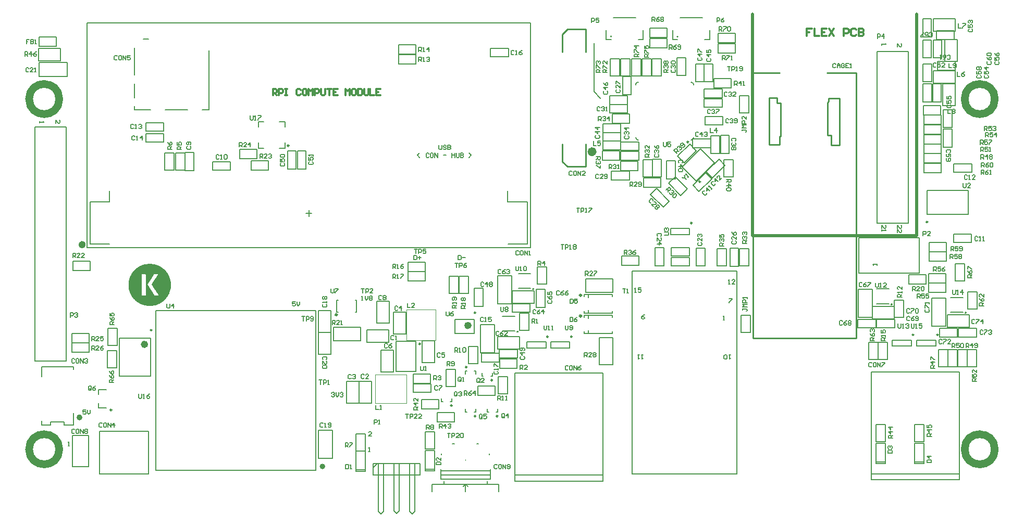
<source format=gto>
G04*
G04 #@! TF.GenerationSoftware,Altium Limited,Altium Designer,21.2.2 (38)*
G04*
G04 Layer_Color=65535*
%FSAX25Y25*%
%MOIN*%
G70*
G04*
G04 #@! TF.SameCoordinates,D0FF6B23-36CC-4740-AB7B-40CE6848005B*
G04*
G04*
G04 #@! TF.FilePolarity,Positive*
G04*
G01*
G75*
%ADD10C,0.00984*%
%ADD11C,0.00787*%
%ADD12C,0.05118*%
%ADD13C,0.01181*%
%ADD14C,0.02362*%
%ADD15C,0.03000*%
%ADD16C,0.01968*%
%ADD17C,0.00598*%
%ADD18C,0.00100*%
%ADD19C,0.01000*%
%ADD20C,0.00394*%
%ADD21C,0.00500*%
%ADD22C,0.00315*%
%ADD23C,0.00709*%
D10*
X0756862Y0315961D02*
G03*
X0756862Y0315961I-0000551J0000000D01*
G01*
X1014618Y0266276D02*
G03*
X1014618Y0266276I-0000492J0000000D01*
G01*
X1012453Y0318244D02*
G03*
X1012453Y0318244I-0000492J0000000D01*
G01*
X0870622Y0173953D02*
G03*
X0870622Y0173953I-0000492J0000000D01*
G01*
X0886961Y0165587D02*
G03*
X0886961Y0165587I-0000492J0000000D01*
G01*
X0861193Y0149313D02*
G03*
X0861193Y0149313I-0000492J0000000D01*
G01*
X0840901Y0188866D02*
G03*
X0840901Y0188866I-0000492J0000000D01*
G01*
X1165405Y0266965D02*
G03*
X1165405Y0266965I-0000492J0000000D01*
G01*
X0876331Y0208795D02*
G03*
X0876331Y0208795I-0000492J0000000D01*
G01*
X1020091Y0292791D02*
G03*
X1020091Y0292791I-0000492J0000000D01*
G01*
X0669126Y0197673D02*
G03*
X0669126Y0197673I-0000492J0000000D01*
G01*
X0643457Y0146492D02*
G03*
X0643457Y0146492I-0000492J0000000D01*
G01*
X0890443Y0142563D02*
G03*
X0890443Y0142563I-0000492J0000000D01*
G01*
X0876331Y0142555D02*
G03*
X0876331Y0142555I-0000492J0000000D01*
G01*
X0922689Y0193441D02*
G03*
X0922689Y0193441I-0000492J0000000D01*
G01*
X0937945D02*
G03*
X0937945Y0193441I-0000492J0000000D01*
G01*
X1172098Y0194720D02*
G03*
X1172098Y0194720I-0000492J0000000D01*
G01*
X1156449Y0194720D02*
G03*
X1156449Y0194720I-0000492J0000000D01*
G01*
D11*
X1005705Y0385740D02*
G03*
X1005705Y0385740I-0000336J0000000D01*
G01*
X0963087D02*
G03*
X0963087Y0385740I-0000336J0000000D01*
G01*
X0988626Y0360551D02*
Y0371551D01*
X0982626D02*
X0988626D01*
X0982626Y0360551D02*
Y0371551D01*
Y0360551D02*
X0988626D01*
X0981894Y0360602D02*
Y0371602D01*
X0975894D02*
X0981894D01*
X0975894Y0360602D02*
Y0371602D01*
Y0360602D02*
X0981894D01*
X0975142Y0360598D02*
Y0371598D01*
X0969142D02*
X0975142D01*
X0969142Y0360598D02*
Y0371598D01*
Y0360598D02*
X0975142D01*
X0968421Y0360575D02*
Y0371575D01*
X0962421D02*
X0968421D01*
X0962421Y0360575D02*
Y0371575D01*
Y0360575D02*
X0968421D01*
X0725260Y0313370D02*
X0736260D01*
X0725260Y0307370D02*
Y0313370D01*
Y0307370D02*
X0736260D01*
Y0313370D01*
X0732642Y0306185D02*
X0743642D01*
X0732642Y0300185D02*
Y0306185D01*
Y0300185D02*
X0743642D01*
Y0306185D01*
X0762163Y0300978D02*
X0767663D01*
Y0312478D01*
X0762163D02*
X0767663D01*
X0762163Y0300978D02*
Y0312478D01*
X0755963Y0300880D02*
X0761463D01*
Y0312380D01*
X0755963D02*
X0761463D01*
X0755963Y0300880D02*
Y0312380D01*
X1031264Y0375087D02*
X1042264D01*
Y0381087D01*
X1031264D02*
X1042264D01*
X1031264Y0375087D02*
Y0381087D01*
X1031165Y0381976D02*
X1042165D01*
Y0387976D01*
X1031165D02*
X1042165D01*
X1031165Y0381976D02*
Y0387976D01*
X0987661Y0378335D02*
X0998661D01*
Y0384335D01*
X0987661D02*
X0998661D01*
X0987661Y0378335D02*
Y0384335D01*
X0987661Y0385126D02*
X0998661D01*
Y0391126D01*
X0987661D02*
X0998661D01*
X0987661Y0385126D02*
Y0391126D01*
X1002285Y0383737D02*
X1005464D01*
X1002285D02*
Y0389898D01*
X1007039Y0397910D02*
X1021213D01*
X1022787Y0383737D02*
X1025906D01*
Y0389898D01*
X0959667Y0383737D02*
X0962846D01*
X0959667D02*
Y0389898D01*
X0964421Y0397910D02*
X0978594D01*
X0980169Y0383737D02*
X0983288D01*
Y0389898D01*
X1185563Y0101709D02*
Y0170961D01*
X1129264D02*
X1185563D01*
X1129264Y0101709D02*
Y0170961D01*
Y0101709D02*
X1185563D01*
X1129264Y0105646D02*
X1185484D01*
X1013142Y0258894D02*
Y0262831D01*
X1000937Y0258894D02*
Y0262831D01*
X1013142D01*
X1000937Y0258894D02*
X1013142D01*
X1001388Y0238821D02*
Y0244321D01*
Y0238821D02*
X1012888D01*
Y0244321D01*
X1001388D02*
X1012888D01*
X1015583Y0320728D02*
Y0321220D01*
X1013909Y0319547D02*
X1014402D01*
X0979756D02*
X0980248D01*
X0978575Y0320728D02*
Y0321220D01*
Y0354882D02*
Y0355374D01*
X0979756Y0356555D02*
X0980248D01*
X1015583Y0354882D02*
Y0355374D01*
X1013909Y0356555D02*
X1014402D01*
Y0319547D02*
X1015583Y0320728D01*
X0978575D02*
X0979756Y0319547D01*
X0978575Y0355374D02*
X0979756Y0356555D01*
X1014402D02*
X1015583Y0355374D01*
X0893457Y0197083D02*
X0901429D01*
X0893457Y0206532D02*
X0901429D01*
X1132886Y0266118D02*
X1152886D01*
X1132886D02*
Y0376118D01*
X1152886Y0266118D02*
Y0376118D01*
X1132886D02*
X1152886D01*
X0810748Y0104768D02*
Y0112150D01*
Y0104768D02*
X0840748D01*
Y0112150D01*
X0810787Y0109650D02*
X0813287Y0112150D01*
X0814081Y0081631D02*
Y0111795D01*
Y0081631D02*
X0815748Y0079965D01*
X0817415Y0081631D01*
Y0111795D01*
X0824081Y0081730D02*
Y0111795D01*
Y0081730D02*
X0825748Y0080063D01*
X0827415Y0081730D01*
Y0111795D01*
X0834081Y0081631D02*
Y0111795D01*
Y0081631D02*
X0835787Y0079925D01*
X0837415Y0081552D01*
Y0111795D01*
X0810748Y0112150D02*
X0840748D01*
X0820748Y0189795D02*
Y0197795D01*
X0806748Y0189795D02*
X0820748D01*
X0806748D02*
Y0197795D01*
X0820748D01*
X0801498Y0164795D02*
X0809498D01*
Y0150795D02*
Y0164795D01*
X0801498Y0150795D02*
X0809498D01*
X0801498D02*
Y0164795D01*
X0793498D02*
X0801498D01*
Y0150795D02*
Y0164795D01*
X0793498Y0150795D02*
X0801498D01*
X0793498D02*
Y0164795D01*
X0823498Y0195045D02*
X0831498D01*
X0823498D02*
Y0209045D01*
X0831498D01*
Y0195045D02*
Y0209045D01*
X0841998Y0176795D02*
X0849998D01*
X0841998D02*
Y0190795D01*
X0849998D01*
Y0176795D02*
Y0190795D01*
X0815498Y0184795D02*
X0823498D01*
Y0170795D02*
Y0184795D01*
X0815498Y0170795D02*
X0823498D01*
X0815498D02*
Y0184795D01*
X0836248Y0157795D02*
Y0163295D01*
Y0157795D02*
X0847748D01*
Y0163295D01*
X0836248D02*
X0847748D01*
X0812998Y0202045D02*
X0820998D01*
X0812998D02*
Y0216045D01*
X0820998D01*
Y0202045D02*
Y0216045D01*
X0690411Y0299896D02*
X0695911D01*
Y0311396D01*
X0690411D02*
X0695911D01*
X0690411Y0299896D02*
Y0311396D01*
X0707884Y0300041D02*
Y0305541D01*
Y0300041D02*
X0719384D01*
Y0305541D01*
X0707884D02*
X0719384D01*
X1193400Y0253683D02*
Y0259183D01*
X1181900D02*
X1193400D01*
X1181900Y0253683D02*
Y0259183D01*
Y0253683D02*
X1193400D01*
X1182096Y0298762D02*
Y0304262D01*
Y0298762D02*
X1193596D01*
Y0304262D01*
X1182096D02*
X1193596D01*
X0885738Y0372679D02*
Y0378179D01*
Y0372679D02*
X0897238D01*
Y0378179D01*
X0885738D02*
X0897238D01*
X0775498Y0210045D02*
X0783498D01*
Y0196045D02*
Y0210045D01*
X0775498Y0196045D02*
X0783498D01*
X0775498D02*
Y0210045D01*
X0775748Y0115545D02*
Y0133545D01*
X0784748D01*
Y0115545D02*
Y0133545D01*
X0775748Y0115545D02*
X0784748D01*
X0775498Y0182045D02*
X0783498D01*
X0775498D02*
Y0196045D01*
X0783498D01*
Y0182045D02*
Y0196045D01*
X1017380Y0250274D02*
X1022880D01*
X1017380Y0238774D02*
Y0250274D01*
Y0238774D02*
X1022880D01*
Y0250274D01*
X0991002Y0250372D02*
X0996502D01*
X0991002Y0238872D02*
Y0250372D01*
Y0238872D02*
X0996502D01*
Y0250372D01*
X1012888Y0245120D02*
Y0250620D01*
X1001388D02*
X1012888D01*
X1001388Y0245120D02*
Y0250620D01*
Y0245120D02*
X1012888D01*
X1038837Y0250077D02*
X1044337D01*
X1038837Y0238577D02*
Y0250077D01*
Y0238577D02*
X1044337D01*
Y0250077D01*
X0970234Y0360018D02*
X0975734D01*
X0970234Y0348518D02*
Y0360018D01*
Y0348518D02*
X0975734D01*
Y0360018D01*
X0988037Y0284539D02*
X0991926Y0288428D01*
X0988037Y0284539D02*
X0996169Y0276407D01*
X1000058Y0280296D01*
X0991926Y0288428D02*
X1000058Y0280296D01*
X0974502Y0293841D02*
Y0299341D01*
X0963002D02*
X0974502D01*
X0963002Y0293841D02*
Y0299341D01*
Y0293841D02*
X0974502D01*
X1005155Y0360821D02*
X1010655D01*
Y0372321D01*
X1005155D02*
X1010655D01*
X1005155Y0360821D02*
Y0372321D01*
X0973329Y0336801D02*
Y0342301D01*
X0961829D02*
X0973329D01*
X0961829Y0336801D02*
Y0342301D01*
Y0336801D02*
X0973329D01*
X1022352Y0346498D02*
Y0351998D01*
Y0346498D02*
X1033852D01*
Y0351998D01*
X1022352D02*
X1033852D01*
X0969079Y0324301D02*
Y0329801D01*
X0957579D02*
X0969079D01*
X0957579Y0324301D02*
Y0329801D01*
Y0324301D02*
X0969079D01*
X0980579Y0312754D02*
Y0318254D01*
X0969079D02*
X0980579D01*
X0969079Y0312754D02*
Y0318254D01*
Y0312754D02*
X0980579D01*
Y0306525D02*
Y0312025D01*
X0969079D02*
X0980579D01*
X0969079Y0306525D02*
Y0312025D01*
Y0306525D02*
X0980579D01*
X0989478Y0307262D02*
X0994978D01*
X0989478Y0295762D02*
Y0307262D01*
Y0295762D02*
X0994978D01*
Y0307262D01*
X1022352Y0340396D02*
Y0345896D01*
Y0340396D02*
X1033852D01*
Y0345896D01*
X1022352D02*
X1033852D01*
X1032931Y0322419D02*
X1038431D01*
X1032931Y0310919D02*
Y0322419D01*
Y0310919D02*
X1038431D01*
Y0322419D01*
X1022943Y0329077D02*
Y0334577D01*
Y0329077D02*
X1034443D01*
Y0334577D01*
X1022943D02*
X1034443D01*
X0998384Y0306081D02*
X1003884D01*
X0998384Y0294581D02*
Y0306081D01*
Y0294581D02*
X1003884D01*
Y0306081D01*
X1023334Y0298467D02*
X1027223Y0294578D01*
X1015202Y0290335D02*
X1023334Y0298467D01*
X1015202Y0290335D02*
X1019091Y0286446D01*
X1027223Y0294578D01*
X1023765Y0298997D02*
X1027654Y0295108D01*
X1035786Y0303239D01*
X1031897Y0307129D02*
X1035786Y0303239D01*
X1023765Y0298997D02*
X1031897Y0307129D01*
X1015069Y0314510D02*
Y0320010D01*
Y0314510D02*
X1026569D01*
Y0320010D01*
X1015069D02*
X1026569D01*
X0969079Y0318801D02*
Y0324301D01*
X0957579D02*
X0969079D01*
X0957579Y0318801D02*
Y0324301D01*
Y0318801D02*
X0969079D01*
X1022400Y0356687D02*
X1027900D01*
Y0368187D01*
X1022400D02*
X1027900D01*
X1022400Y0356687D02*
Y0368187D01*
X0973329Y0342301D02*
Y0347801D01*
X0961829D02*
X0973329D01*
X0961829Y0342301D02*
Y0347801D01*
Y0342301D02*
X0973329D01*
X1016900Y0356687D02*
X1022400D01*
Y0368187D01*
X1016900D02*
X1022400D01*
X1016900Y0356687D02*
Y0368187D01*
X0875451Y0224388D02*
X0880951D01*
X0875451Y0212888D02*
Y0224388D01*
Y0212888D02*
X0880951D01*
Y0224388D01*
X0902947Y0179766D02*
Y0185266D01*
X0891447D02*
X0902947D01*
X0891447Y0179766D02*
Y0185266D01*
Y0179766D02*
X0902947D01*
X1162360Y0356687D02*
X1167860D01*
Y0368187D01*
X1162360D02*
X1167860D01*
X1162360Y0356687D02*
Y0368187D01*
X1162293Y0385636D02*
X1167793D01*
Y0397136D01*
X1162293D02*
X1167793D01*
X1162293Y0385636D02*
Y0397136D01*
X1168561Y0355490D02*
X1174061D01*
X1168561Y0343990D02*
Y0355490D01*
Y0343990D02*
X1174061D01*
Y0355490D01*
X1175474Y0327333D02*
X1180974D01*
Y0338833D01*
X1175474D02*
X1180974D01*
X1175474Y0327333D02*
Y0338833D01*
X1168856Y0383561D02*
X1174356D01*
X1168856Y0372061D02*
Y0383561D01*
Y0372061D02*
X1174356D01*
Y0383561D01*
X1182435Y0383927D02*
Y0389427D01*
X1170935D02*
X1182435D01*
X1170935Y0383927D02*
Y0389427D01*
Y0383927D02*
X1182435D01*
X1162360Y0355490D02*
X1167860D01*
X1162360Y0343990D02*
Y0355490D01*
Y0343990D02*
X1167860D01*
Y0355490D01*
X1175423Y0326486D02*
X1180923D01*
X1175423Y0314986D02*
Y0326486D01*
Y0314986D02*
X1180923D01*
Y0326486D01*
X1162293Y0383636D02*
X1167793D01*
X1162293Y0372136D02*
Y0383636D01*
Y0372136D02*
X1167793D01*
Y0383636D01*
X1183073Y0364238D02*
Y0369738D01*
X1171573D02*
X1183073D01*
X1171573Y0364238D02*
Y0369738D01*
Y0364238D02*
X1183073D01*
X0627770Y0394451D02*
X0911234D01*
X0627770Y0250403D02*
Y0394451D01*
Y0250403D02*
X0911234D01*
Y0394451D01*
X0769502Y0270435D02*
Y0274372D01*
X0767533Y0272404D02*
X0771470D01*
X0896825Y0279687D02*
Y0286931D01*
Y0279687D02*
X0896864D01*
X0642140D02*
Y0286931D01*
X0642140D01*
X0642140Y0279687D02*
X0642140D01*
X0629738D02*
X0642140D01*
X0629738Y0252719D02*
Y0279687D01*
Y0252719D02*
X0642140D01*
X0896864Y0279687D02*
X0909266D01*
Y0252719D02*
Y0279687D01*
X0896864Y0252719D02*
X0909266D01*
X0604480Y0138953D02*
X0612945D01*
Y0136984D02*
Y0138953D01*
X0604480Y0136984D02*
Y0138953D01*
X0612945Y0136984D02*
X0618850D01*
X0598772D02*
X0604480D01*
X0598772D02*
Y0139346D01*
Y0167693D02*
Y0173992D01*
X0618850Y0136984D02*
Y0144465D01*
Y0172417D02*
Y0173992D01*
X0598772D02*
X0618850D01*
X0805498Y0107295D02*
Y0120295D01*
X0799498D02*
X0805498D01*
X0799498Y0107295D02*
Y0120295D01*
Y0108295D02*
X0805498D01*
X0799498Y0107295D02*
X0805498D01*
X0849998Y0107545D02*
Y0120545D01*
X0843998D02*
X0849998D01*
X0843998Y0107545D02*
Y0120545D01*
Y0108545D02*
X0849998D01*
X0843998Y0107545D02*
X0849998D01*
X1138248Y0112045D02*
Y0125045D01*
X1132248D02*
X1138248D01*
X1132248Y0112045D02*
Y0125045D01*
Y0113045D02*
X1138248D01*
X1132248Y0112045D02*
X1138248D01*
X1162998D02*
Y0125045D01*
X1156998D02*
X1162998D01*
X1156998Y0112045D02*
Y0125045D01*
Y0113045D02*
X1162998D01*
X1156998Y0112045D02*
X1162998D01*
X1026730Y0322321D02*
X1032230D01*
X1026730Y0310821D02*
Y0322321D01*
Y0310821D02*
X1032230D01*
Y0322321D01*
X0969079Y0313301D02*
Y0318801D01*
X0957579D02*
X0969079D01*
X0957579Y0313301D02*
Y0318801D01*
Y0313301D02*
X0969079D01*
X1169035Y0355799D02*
Y0363799D01*
X1183035D01*
Y0355799D02*
Y0363799D01*
X1169035Y0355799D02*
X1183035D01*
X1168937Y0389264D02*
Y0397264D01*
X1182937D01*
Y0389264D02*
Y0397264D01*
X1168937Y0389264D02*
X1182937D01*
X1174890Y0355559D02*
X1182890D01*
Y0341559D02*
Y0355559D01*
X1174890Y0341559D02*
X1182890D01*
X1174890D02*
Y0355559D01*
X1176169Y0383827D02*
X1184169D01*
Y0369827D02*
Y0383827D01*
X1176169Y0369827D02*
X1184169D01*
X1176169D02*
Y0383827D01*
X0594264Y0177988D02*
X0614264D01*
X0594264Y0327988D02*
X0614264D01*
X0594264Y0177988D02*
Y0327988D01*
X0614264Y0177988D02*
Y0327988D01*
X0869736Y0169425D02*
Y0171394D01*
X0870720D01*
X0876429Y0169425D02*
Y0171394D01*
X0875445D02*
X0876429D01*
X0886862Y0168146D02*
Y0170114D01*
X0885878Y0168146D02*
X0886862D01*
X0880169D02*
Y0170114D01*
Y0168146D02*
X0881153D01*
X0861094Y0151872D02*
Y0153840D01*
X0860110Y0151872D02*
X0861094D01*
X0854401D02*
Y0153840D01*
Y0151872D02*
X0855386D01*
X0836248Y0163545D02*
X0847248D01*
Y0169545D01*
X0836248D02*
X0847248D01*
X0836248Y0163545D02*
Y0169545D01*
X0684207Y0300053D02*
Y0311053D01*
Y0300053D02*
X0690207D01*
Y0311053D01*
X0684207D02*
X0690207D01*
X0677419Y0300053D02*
Y0311053D01*
Y0300053D02*
X0683419D01*
Y0311053D01*
X0677419D02*
X0683419D01*
X0805498Y0120295D02*
Y0131295D01*
X0799498D02*
X0805498D01*
X0799498Y0120295D02*
Y0131295D01*
Y0120295D02*
X0805498D01*
X0849998Y0121498D02*
Y0132498D01*
X0843998D02*
X0849998D01*
X0843998Y0121498D02*
Y0132498D01*
Y0121498D02*
X0849998D01*
X0857248Y0161545D02*
Y0172545D01*
Y0161545D02*
X0863248D01*
Y0172545D01*
X0857248D02*
X0863248D01*
X0877658Y0176228D02*
Y0187228D01*
X0871657D02*
X0877658D01*
X0871657Y0176228D02*
Y0187228D01*
Y0176228D02*
X0877658D01*
X0827030Y0374069D02*
X0838029D01*
X0827030Y0368069D02*
Y0374069D01*
Y0368069D02*
X0838029D01*
Y0374069D01*
X0827077Y0380569D02*
X0838077D01*
X0827077Y0374569D02*
Y0380569D01*
Y0374569D02*
X0838077D01*
Y0380569D01*
X1133665Y0178787D02*
Y0189787D01*
Y0178787D02*
X1139665D01*
Y0189787D01*
X1133665D02*
X1139665D01*
X0832937Y0235224D02*
X0843937D01*
Y0241224D01*
X0832937D02*
X0843937D01*
X0832937Y0235224D02*
Y0241224D01*
X0832951Y0229189D02*
X0843951D01*
Y0235189D01*
X0832951D02*
X0843951D01*
X0832951Y0229189D02*
Y0235189D01*
X0871555Y0221307D02*
Y0232307D01*
X0865555D02*
X0871555D01*
X0865555Y0221307D02*
Y0232307D01*
Y0221307D02*
X0871555D01*
X0865453D02*
Y0232307D01*
X0859453D02*
X0865453D01*
X0859453Y0221307D02*
Y0232307D01*
Y0221307D02*
X0865453D01*
X1153311Y0227252D02*
X1164311D01*
Y0233252D01*
X1153311D02*
X1164311D01*
X1153311Y0227252D02*
Y0233252D01*
X0618567Y0235913D02*
X0629567D01*
Y0241913D01*
X0618567D02*
X0629567D01*
X0618567Y0235913D02*
Y0241913D01*
X0617878Y0195555D02*
X0628878D01*
X0617878Y0189555D02*
Y0195555D01*
Y0189555D02*
X0628878D01*
Y0195555D01*
X0617878Y0183551D02*
X0628878D01*
Y0189551D01*
X0617878D02*
X0628878D01*
X0617878Y0183551D02*
Y0189551D01*
X0983823Y0289063D02*
X0994823D01*
Y0295063D01*
X0983823D02*
X0994823D01*
X0983823Y0289063D02*
Y0295063D01*
X1003894Y0295908D02*
X1011672Y0288130D01*
X0999651Y0291665D02*
X1003894Y0295908D01*
X0999651Y0291665D02*
X1007429Y0283887D01*
X1011672Y0288130D01*
X0969157Y0299988D02*
X0980157D01*
Y0305988D01*
X0969157D02*
X0980157D01*
X0969157Y0299988D02*
Y0305988D01*
X0989468Y0295815D02*
Y0306815D01*
X0983469D02*
X0989468D01*
X0983469Y0295815D02*
Y0306815D01*
Y0295815D02*
X0989468D01*
X1045083Y0238925D02*
Y0249925D01*
Y0238925D02*
X1051083D01*
Y0249925D01*
X1045083D02*
X1051083D01*
X0963744Y0336205D02*
X0974744D01*
X0963744Y0330205D02*
Y0336205D01*
Y0330205D02*
X0974744D01*
Y0336205D01*
X1030614Y0238728D02*
Y0249728D01*
Y0238728D02*
X1036614D01*
Y0249728D01*
X1030614D02*
X1036614D01*
X0969650Y0239063D02*
X0980650D01*
Y0245063D01*
X0969650D02*
X0980650D01*
X0969650Y0239063D02*
Y0245063D01*
X0957459Y0306399D02*
X0968459D01*
Y0312399D01*
X0957459D02*
X0968459D01*
X0957459Y0306399D02*
Y0312399D01*
X0989157Y0360579D02*
Y0371579D01*
Y0360579D02*
X0995158D01*
Y0371579D01*
X0989157D02*
X0995158D01*
X1009701Y0304852D02*
X1017479Y0312630D01*
X1013236Y0316873D02*
X1017479Y0312630D01*
X1005458Y0309094D02*
X1013236Y0316873D01*
X1005458Y0309094D02*
X1009701Y0304852D01*
X1040945Y0295815D02*
Y0306815D01*
X1034945D02*
X1040945D01*
X1034945Y0295815D02*
Y0306815D01*
Y0295815D02*
X1040945D01*
X1028705Y0352744D02*
X1039705D01*
Y0358744D01*
X1028705D02*
X1039705D01*
X1028705Y0352744D02*
Y0358744D01*
X0841498Y0147045D02*
X0852498D01*
Y0153045D01*
X0841498D02*
X0852498D01*
X0841498Y0147045D02*
Y0153045D01*
X0851498Y0138795D02*
X0862498D01*
Y0144795D01*
X0851498D02*
X0862498D01*
X0851498Y0138795D02*
Y0144795D01*
X1132248Y0126045D02*
Y0137045D01*
Y0126045D02*
X1138248D01*
Y0137045D01*
X1132248D02*
X1138248D01*
X1156998Y0126045D02*
Y0137045D01*
Y0126045D02*
X1162998D01*
Y0137045D01*
X1156998D02*
X1162998D01*
X0596913Y0379417D02*
X0607913D01*
Y0385417D01*
X0596913D02*
X0607913D01*
X0596913Y0379417D02*
Y0385417D01*
X1178346Y0174161D02*
Y0185161D01*
X1172346D02*
X1178346D01*
X1172346Y0174161D02*
Y0185161D01*
Y0174161D02*
X1178346D01*
X1162957Y0310815D02*
X1173957D01*
Y0316815D01*
X1162957D02*
X1173957D01*
X1162957Y0310815D02*
Y0316815D01*
X1190551Y0174161D02*
Y0185161D01*
X1184551D02*
X1190551D01*
X1184551Y0174161D02*
Y0185161D01*
Y0174161D02*
X1190551D01*
X1184449D02*
Y0185161D01*
X1178449D02*
X1184449D01*
X1178449Y0174161D02*
Y0185161D01*
Y0174161D02*
X1184449D01*
X1162945Y0316837D02*
X1173945D01*
Y0322837D01*
X1162945D02*
X1173945D01*
X1162945Y0316837D02*
Y0322837D01*
X1196653Y0174161D02*
Y0185161D01*
X1190654D02*
X1196653D01*
X1190654Y0174161D02*
Y0185161D01*
Y0174161D02*
X1196653D01*
X1162760Y0335618D02*
X1173760D01*
Y0341618D01*
X1162760D02*
X1173760D01*
X1162760Y0335618D02*
Y0341618D01*
X1162945Y0329337D02*
X1173945D01*
Y0335337D01*
X1162945D02*
X1173945D01*
X1162945Y0329337D02*
Y0335337D01*
X1166094Y0227892D02*
X1177094D01*
X1166094Y0221892D02*
Y0227892D01*
Y0221892D02*
X1177094D01*
Y0227892D01*
X1166094D02*
X1177094D01*
Y0233892D01*
X1166094D02*
X1177094D01*
X1166094Y0227892D02*
Y0233892D01*
X1162858Y0323118D02*
X1173858D01*
Y0329118D01*
X1162858D02*
X1173858D01*
X1162858Y0323118D02*
Y0329118D01*
X1166401Y0247720D02*
X1177402D01*
X1166401Y0241720D02*
Y0247720D01*
Y0241720D02*
X1177402D01*
Y0247720D01*
X1166303Y0247724D02*
X1177303D01*
Y0253724D01*
X1166303D02*
X1177303D01*
X1166303Y0247724D02*
Y0253724D01*
X1162945Y0304693D02*
X1173945D01*
Y0310693D01*
X1162945D02*
X1173945D01*
X1162945Y0304693D02*
Y0310693D01*
Y0298587D02*
X1173945D01*
Y0304587D01*
X1162945D02*
X1173945D01*
X1162945Y0298587D02*
Y0304587D01*
X0825449Y0190441D02*
X0838047D01*
Y0171150D02*
Y0190441D01*
X0825449Y0171150D02*
X0838047D01*
X0825449D02*
Y0190441D01*
X1164913Y0271787D02*
X1191291D01*
X1164913Y0287142D02*
X1191291D01*
X1164913Y0271787D02*
Y0287142D01*
X1191291Y0271787D02*
Y0287142D01*
X0671567Y0107864D02*
X0773929D01*
Y0210226D01*
X0671567D02*
X0773929D01*
X0671567Y0107864D02*
Y0210226D01*
X0863043Y0204563D02*
X0875248D01*
X0863043Y0195508D02*
X0875248D01*
Y0204563D01*
X0863043Y0195508D02*
Y0204563D01*
X1017163Y0293278D02*
X1028856Y0304971D01*
X1008255Y0302187D02*
X1017163Y0293278D01*
X1008255Y0302187D02*
X1019947Y0313879D01*
X1028856Y0304971D01*
X0879213Y0183161D02*
Y0201161D01*
X0888213D01*
Y0183161D02*
Y0201161D01*
X0879213Y0183161D02*
X0888213D01*
X1045969Y0207012D02*
X1051968D01*
Y0196012D02*
Y0207012D01*
X1045969Y0196012D02*
X1051968D01*
X1045969D02*
Y0207012D01*
X1044984Y0347760D02*
X1050984D01*
Y0336760D02*
Y0347760D01*
X1044984Y0336760D02*
X1050984D01*
X1044984D02*
Y0347760D01*
X0596791Y0370150D02*
Y0378150D01*
X0610791D01*
Y0370150D02*
Y0378150D01*
X0596791Y0370150D02*
X0610791D01*
X0596858Y0369102D02*
X0614858D01*
Y0360102D02*
Y0369102D01*
X0596858Y0360102D02*
X0614858D01*
X0596858D02*
Y0369102D01*
X0663535Y0383992D02*
X0667079D01*
X0658024Y0361157D02*
Y0378480D01*
Y0346590D02*
Y0355646D01*
Y0338717D02*
Y0341079D01*
Y0338717D02*
X0668260D01*
X0677709D02*
X0691882D01*
X0701331D02*
X0705661D01*
Y0376905D01*
X0676667Y0318151D02*
Y0323652D01*
X0665167D02*
X0676667D01*
X0665167Y0318151D02*
Y0323652D01*
Y0318151D02*
X0676667D01*
Y0325140D02*
Y0330640D01*
X0665167D02*
X0676667D01*
X0665167Y0325140D02*
Y0330640D01*
Y0325140D02*
X0676667D01*
X0640850Y0187941D02*
Y0198941D01*
Y0187941D02*
X0646850D01*
Y0198941D01*
X0640850D02*
X0646850D01*
X0646654Y0173571D02*
Y0184571D01*
X0640654D02*
X0646654D01*
X0640654Y0173571D02*
Y0184571D01*
Y0173571D02*
X0646654D01*
X0648279Y0192457D02*
X0668358D01*
X0648279Y0168047D02*
X0668358D01*
Y0192457D01*
X0648279Y0168047D02*
Y0192457D01*
X0634894Y0156335D02*
Y0159484D01*
X0640012D01*
X0634894Y0147673D02*
Y0150823D01*
Y0147673D02*
X0640012D01*
X0618260Y0129996D02*
X0628496D01*
X0618260Y0110232D02*
X0628496D01*
X0618260D02*
Y0129996D01*
X0628496Y0110232D02*
Y0129996D01*
X0667136Y0105622D02*
Y0132787D01*
X0635640D02*
X0667136D01*
X0635640Y0105622D02*
X0667136D01*
X0635640D02*
Y0132787D01*
X0890335Y0214362D02*
Y0232362D01*
X0899335D01*
Y0214362D02*
Y0232362D01*
X0890335Y0214362D02*
X0899335D01*
X0799260Y0209108D02*
X0800047D01*
Y0216588D01*
Y0216982D01*
X0799260D02*
X0800047D01*
X0787449Y0209108D02*
X0788236D01*
X0787449D02*
Y0209502D01*
Y0216982D01*
X0788236D01*
X0785337Y0190715D02*
Y0199376D01*
X0802659D01*
Y0190715D02*
Y0199376D01*
X0785337Y0190715D02*
X0802659D01*
X0890344Y0145122D02*
Y0147090D01*
X0889360Y0145122D02*
X0890344D01*
X0883652D02*
Y0147090D01*
Y0145122D02*
X0884636D01*
X0876232Y0145114D02*
Y0147083D01*
X0875248Y0145114D02*
X0876232D01*
X0869539D02*
Y0147083D01*
Y0145114D02*
X0870524D01*
X0877819Y0155795D02*
X0888819D01*
Y0161795D01*
X0877819D02*
X0888819D01*
X0877819Y0155795D02*
Y0161795D01*
X0890752Y0156839D02*
Y0167839D01*
Y0156839D02*
X0896752D01*
Y0167839D01*
X0890752D02*
X0896752D01*
X0957592Y0100850D02*
Y0170102D01*
X0901293D02*
X0957592D01*
X0901293Y0100850D02*
Y0170102D01*
Y0100850D02*
X0957592D01*
X0901293Y0104787D02*
X0957514D01*
X0891697Y0173118D02*
X0902697D01*
Y0179118D01*
X0891697D02*
X0902697D01*
X0891697Y0173118D02*
Y0179118D01*
X0879833Y0177207D02*
Y0182707D01*
Y0177207D02*
X0891333D01*
Y0182707D01*
X0879833D02*
X0891333D01*
X0890197Y0185406D02*
Y0193405D01*
X0904197D01*
Y0185406D02*
Y0193405D01*
X0890197Y0185406D02*
X0904197D01*
X0904433Y0197390D02*
Y0208390D01*
Y0197390D02*
X0910433D01*
Y0208390D01*
X0904433D02*
X0910433D01*
X0921213Y0186059D02*
Y0189996D01*
X0909008Y0186059D02*
Y0189996D01*
X0921213D01*
X0909008Y0186059D02*
X0921213D01*
X0936469D02*
Y0189996D01*
X0924264Y0186059D02*
Y0189996D01*
X0936469D01*
X0924264Y0186059D02*
X0936469D01*
X0915018Y0212297D02*
X0920518D01*
Y0223797D01*
X0915018D02*
X0920518D01*
X0915018Y0212297D02*
Y0223797D01*
X0915654Y0227114D02*
Y0238114D01*
Y0227114D02*
X0921653D01*
Y0238114D01*
X0915654D02*
X0921653D01*
X0903496Y0224445D02*
X0911469D01*
X0903496Y0233894D02*
X0911469D01*
X0899646Y0214736D02*
Y0222736D01*
X0913646D01*
Y0214736D02*
Y0222736D01*
X0899646Y0214736D02*
X0913646D01*
X0899616Y0208998D02*
Y0214498D01*
Y0208998D02*
X0911116D01*
Y0214498D01*
X0899616D02*
X0911116D01*
X0946587Y0221965D02*
Y0230626D01*
X0963909D01*
Y0221965D02*
Y0230626D01*
X0946587Y0221965D02*
X0963909D01*
X0963803Y0208640D02*
Y0209919D01*
X0945693Y0208640D02*
Y0209919D01*
X0963803Y0219171D02*
Y0220451D01*
X0945693Y0219171D02*
Y0220451D01*
Y0208640D02*
X0963803D01*
X0945693Y0220451D02*
X0963803D01*
X0948449Y0218482D02*
Y0220451D01*
Y0208640D02*
Y0210608D01*
X0963803Y0195390D02*
Y0196669D01*
X0945693Y0195390D02*
Y0196669D01*
X0963803Y0205921D02*
Y0207201D01*
X0945693Y0205921D02*
Y0207201D01*
Y0195390D02*
X0963803D01*
X0945693Y0207201D02*
X0963803D01*
X0948449Y0205232D02*
Y0207201D01*
Y0195390D02*
Y0197358D01*
X0955167Y0175384D02*
X0963829D01*
X0955167D02*
Y0192707D01*
X0963829D01*
Y0175384D02*
Y0192707D01*
X0951921Y0350331D02*
Y0381335D01*
Y0350331D02*
X0956153Y0346098D01*
X1196648Y0193250D02*
Y0198750D01*
X1185148D02*
X1196648D01*
X1185148Y0193250D02*
Y0198750D01*
Y0193250D02*
X1196648D01*
X1172943D02*
Y0198750D01*
Y0193250D02*
X1184443D01*
Y0198750D01*
X1172943D02*
X1184443D01*
X1170622Y0187338D02*
Y0191276D01*
X1158417Y0187338D02*
Y0191276D01*
X1170622D01*
X1158417Y0187338D02*
X1170622D01*
X1177894Y0199480D02*
Y0207480D01*
X1191894D01*
Y0199480D02*
Y0207480D01*
X1177894Y0199480D02*
X1191894D01*
X1190850Y0211268D02*
Y0222268D01*
Y0211268D02*
X1196850D01*
Y0222268D01*
X1190850D02*
X1196850D01*
X1168091Y0200189D02*
Y0218189D01*
X1177090D01*
Y0200189D02*
Y0218189D01*
X1168091Y0200189D02*
X1177090D01*
X1180071Y0209189D02*
X1188043D01*
X1180071Y0218638D02*
X1188043D01*
X1189075Y0229279D02*
Y0240280D01*
X1183075D02*
X1189075D01*
X1183075Y0229279D02*
Y0240280D01*
Y0229279D02*
X1189075D01*
X1150098Y0205854D02*
Y0216854D01*
X1144098D02*
X1150098D01*
X1144098Y0205854D02*
Y0216854D01*
Y0205854D02*
X1150098D01*
X1132728Y0214602D02*
X1140701D01*
X1132728Y0224051D02*
X1140701D01*
X1120846Y0205898D02*
Y0223898D01*
X1129846D01*
Y0205898D02*
Y0223898D01*
X1120846Y0205898D02*
X1129846D01*
X1132277Y0199057D02*
Y0204557D01*
X1120778D02*
X1132277D01*
X1120778Y0199057D02*
Y0204557D01*
Y0199057D02*
X1132277D01*
X1154972Y0187339D02*
Y0191276D01*
X1142768Y0187339D02*
Y0191276D01*
X1154972D01*
X1142768Y0187339D02*
X1154972D01*
X1127563Y0178787D02*
Y0189787D01*
Y0178787D02*
X1133563D01*
Y0189787D01*
X1127563D02*
X1133563D01*
X1144285Y0199155D02*
Y0204656D01*
X1132785D02*
X1144285D01*
X1132785Y0199155D02*
Y0204656D01*
Y0199155D02*
X1144285D01*
X1130059Y0204697D02*
Y0212697D01*
X1144059D01*
Y0204697D02*
Y0212697D01*
X1130059Y0204697D02*
X1144059D01*
X1160071Y0233992D02*
Y0256827D01*
X1121488D02*
X1160071D01*
X1121488Y0233992D02*
X1160071D01*
X1121488D02*
Y0256827D01*
X0868173Y0097376D02*
X0869748Y0098951D01*
X0871323Y0097376D01*
X0869748Y0094226D02*
Y0098951D01*
X0855968D02*
Y0100919D01*
X0883527Y0098951D02*
Y0100919D01*
X0861480Y0124738D02*
X0862661D01*
X0885102Y0117848D02*
Y0118636D01*
X0854000Y0104659D02*
X0885496D01*
X0854000Y0107415D02*
X0885496D01*
Y0102297D02*
Y0108400D01*
X0854000Y0102297D02*
Y0108400D01*
Y0102297D02*
X0885496D01*
X0854394Y0117848D02*
Y0118636D01*
X0876835Y0124738D02*
X0878016D01*
X0848488Y0094226D02*
Y0098951D01*
X0891008D01*
Y0094226D02*
Y0098951D01*
D12*
X1208319Y0345705D02*
G03*
X1208319Y0345705I-0009646J0000000D01*
G01*
X0609894Y0121295D02*
G03*
X0609894Y0121295I-0009646J0000000D01*
G01*
X1208319D02*
G03*
X1208319Y0121295I-0009646J0000000D01*
G01*
X0609894Y0345705D02*
G03*
X0609894Y0345705I-0009646J0000000D01*
G01*
D13*
X0903102Y0196689D02*
G03*
X0903102Y0196689I-0000197J0000000D01*
G01*
X0787612Y0207533D02*
G03*
X0787612Y0207533I-0000557J0000000D01*
G01*
X0913142Y0224051D02*
G03*
X0913142Y0224051I-0000197J0000000D01*
G01*
X0943929Y0220057D02*
G03*
X0943929Y0220057I-0000599J0000000D01*
G01*
Y0206807D02*
G03*
X0943929Y0206807I-0000599J0000000D01*
G01*
X1189717Y0208795D02*
G03*
X1189717Y0208795I-0000197J0000000D01*
G01*
X1142374Y0214209D02*
G03*
X1142374Y0214209I-0000197J0000000D01*
G01*
X0746508Y0348165D02*
Y0352101D01*
X0748476D01*
X0749132Y0351445D01*
Y0350133D01*
X0748476Y0349477D01*
X0746508D01*
X0747820D02*
X0749132Y0348165D01*
X0750444D02*
Y0352101D01*
X0752411D01*
X0753067Y0351445D01*
Y0350133D01*
X0752411Y0349477D01*
X0750444D01*
X0754379Y0352101D02*
X0755691D01*
X0755035D01*
Y0348165D01*
X0754379D01*
X0755691D01*
X0764219Y0351445D02*
X0763563Y0352101D01*
X0762251D01*
X0761595Y0351445D01*
Y0348821D01*
X0762251Y0348165D01*
X0763563D01*
X0764219Y0348821D01*
X0767498Y0352101D02*
X0766187D01*
X0765531Y0351445D01*
Y0348821D01*
X0766187Y0348165D01*
X0767498D01*
X0768154Y0348821D01*
Y0351445D01*
X0767498Y0352101D01*
X0769466Y0348165D02*
Y0352101D01*
X0770778Y0350789D01*
X0772090Y0352101D01*
Y0348165D01*
X0773402D02*
Y0352101D01*
X0775370D01*
X0776026Y0351445D01*
Y0350133D01*
X0775370Y0349477D01*
X0773402D01*
X0777338Y0352101D02*
Y0348821D01*
X0777994Y0348165D01*
X0779306D01*
X0779962Y0348821D01*
Y0352101D01*
X0781274D02*
X0783897D01*
X0782585D01*
Y0348165D01*
X0787833Y0352101D02*
X0785209D01*
Y0348165D01*
X0787833D01*
X0785209Y0350133D02*
X0786521D01*
X0793081Y0348165D02*
Y0352101D01*
X0794393Y0350789D01*
X0795705Y0352101D01*
Y0348165D01*
X0798984Y0352101D02*
X0797673D01*
X0797016Y0351445D01*
Y0348821D01*
X0797673Y0348165D01*
X0798984D01*
X0799640Y0348821D01*
Y0351445D01*
X0798984Y0352101D01*
X0800952D02*
Y0348165D01*
X0802920D01*
X0803576Y0348821D01*
Y0351445D01*
X0802920Y0352101D01*
X0800952D01*
X0804888D02*
Y0348821D01*
X0805544Y0348165D01*
X0806856D01*
X0807512Y0348821D01*
Y0352101D01*
X0808824D02*
Y0348165D01*
X0811448D01*
X0815383Y0352101D02*
X0812759D01*
Y0348165D01*
X0815383D01*
X0812759Y0350133D02*
X0814071D01*
X1091290Y0390880D02*
X1088142D01*
Y0388519D01*
X1089716D01*
X1088142D01*
Y0386157D01*
X1092865Y0390880D02*
Y0386157D01*
X1096013D01*
X1100736Y0390880D02*
X1097587D01*
Y0386157D01*
X1100736D01*
X1097587Y0388519D02*
X1099162D01*
X1102310Y0390880D02*
X1105459Y0386157D01*
Y0390880D02*
X1102310Y0386157D01*
X1111756D02*
Y0390880D01*
X1114118D01*
X1114905Y0390093D01*
Y0388519D01*
X1114118Y0387732D01*
X1111756D01*
X1119628Y0390093D02*
X1118840Y0390880D01*
X1117266D01*
X1116479Y0390093D01*
Y0386945D01*
X1117266Y0386157D01*
X1118840D01*
X1119628Y0386945D01*
X1121202Y0390880D02*
Y0386157D01*
X1123563D01*
X1124350Y0386945D01*
Y0387732D01*
X1123563Y0388519D01*
X1121202D01*
X1123563D01*
X1124350Y0389306D01*
Y0390093D01*
X1123563Y0390880D01*
X1121202D01*
D14*
X0625683Y0252403D02*
G03*
X0625683Y0252403I-0001181J0000000D01*
G01*
X0872492Y0200626D02*
G03*
X0872492Y0200626I-0001181J0000000D01*
G01*
X0665602Y0188520D02*
G03*
X0665602Y0188520I-0001181J0000000D01*
G01*
D15*
X0952119Y0311933D02*
G03*
X0952119Y0311933I-0001414J0000000D01*
G01*
D16*
X0623668Y0141709D02*
G03*
X0623668Y0141709I-0000880J0000000D01*
G01*
X0779035Y0110295D02*
G03*
X0779035Y0110295I-0000787J0000000D01*
G01*
X1158423Y0258045D02*
Y0400045D01*
X1053423Y0258045D02*
X1158423D01*
X1053423D02*
Y0400045D01*
D17*
X0754185Y0327783D02*
Y0331236D01*
X0750734D02*
X0754185D01*
X0750732Y0314307D02*
X0754185D01*
Y0317758D01*
X0737256Y0314307D02*
Y0317760D01*
Y0314307D02*
X0740707D01*
X0737256Y0331236D02*
X0740709D01*
X0737256Y0327785D02*
Y0331236D01*
D18*
X0667558Y0240190D02*
X0667658D01*
X0666358Y0240090D02*
X0666458D01*
X0666558D02*
X0668658D01*
X0668758D02*
X0668858D01*
X0665358Y0239990D02*
X0665458D01*
X0665658D02*
X0669558D01*
X0669658D02*
X0669758D01*
X0664958Y0239890D02*
X0670258D01*
X0664558Y0239790D02*
X0670558D01*
X0670658D02*
X0670758D01*
X0664158Y0239690D02*
X0671058D01*
X0663658Y0239590D02*
X0663758D01*
X0663858D02*
X0671458D01*
X0663458Y0239490D02*
X0671758D01*
X0663158Y0239390D02*
X0671958D01*
X0662758Y0239290D02*
X0662858D01*
X0662958D02*
X0672358D01*
X0662658Y0239190D02*
X0672658D01*
X0662358Y0239090D02*
X0672858D01*
X0662158Y0238990D02*
X0673058D01*
X0661958Y0238890D02*
X0673258D01*
X0661658Y0238790D02*
X0673558D01*
X0661458Y0238690D02*
X0673658D01*
X0661258Y0238590D02*
X0673858D01*
X0661158Y0238490D02*
X0674058D01*
X0660958Y0238390D02*
X0674358D01*
X0660758Y0238290D02*
X0674458D01*
X0660658Y0238190D02*
X0674558D01*
X0660458Y0238090D02*
X0674758D01*
X0660258Y0237990D02*
X0674958D01*
X0660158Y0237890D02*
X0675058D01*
X0660058Y0237790D02*
X0675258D01*
X0659858Y0237690D02*
X0675358D01*
X0659758Y0237590D02*
X0675458D01*
X0659558Y0237490D02*
X0675658D01*
X0659458Y0237390D02*
X0675758D01*
X0659258Y0237290D02*
X0675858D01*
X0659258Y0237190D02*
X0676058D01*
X0659158Y0237090D02*
X0676158D01*
X0658958Y0236990D02*
X0676258D01*
X0658758Y0236890D02*
X0676358D01*
X0658758Y0236790D02*
X0676458D01*
X0658658Y0236690D02*
X0676658D01*
X0658558Y0236590D02*
X0676658D01*
X0658358Y0236490D02*
X0676758D01*
X0658258Y0236390D02*
X0676958D01*
X0658258Y0236290D02*
X0676958D01*
X0658058Y0236190D02*
X0677158D01*
X0658058Y0236090D02*
X0677258D01*
X0657858Y0235990D02*
X0677258D01*
X0657758Y0235890D02*
X0677458D01*
X0657758Y0235790D02*
X0677458D01*
X0657658Y0235690D02*
X0677558D01*
X0657558Y0235590D02*
X0677658D01*
X0657458Y0235490D02*
X0677758D01*
X0657458Y0235390D02*
X0677858D01*
X0657258Y0235290D02*
X0677958D01*
X0657158Y0235190D02*
X0678058D01*
X0657158Y0235090D02*
X0678058D01*
X0656958Y0234990D02*
X0678158D01*
X0656958Y0234890D02*
X0678258D01*
X0656958Y0234790D02*
X0678258D01*
X0656758Y0234690D02*
X0678358D01*
X0656758Y0234590D02*
X0678558D01*
X0656758Y0234490D02*
X0678558D01*
X0656558Y0234390D02*
X0678558D01*
X0656558Y0234290D02*
X0678658D01*
X0656458Y0234190D02*
X0678758D01*
X0656358Y0234090D02*
X0678858D01*
X0656358Y0233990D02*
X0678858D01*
X0656258Y0233890D02*
X0678958D01*
X0656258Y0233790D02*
X0678958D01*
X0656158Y0233690D02*
X0662758D01*
X0662858D02*
X0662958D01*
X0663058D02*
X0663158D01*
X0663258D02*
X0663358D01*
X0663658D02*
X0663758D01*
X0663858D02*
X0663958D01*
X0664258D02*
X0664358D01*
X0664458D02*
X0664558D01*
X0664858D02*
X0664958D01*
X0665058D02*
X0670358D01*
X0670458D02*
X0670558D01*
X0670658D02*
X0670858D01*
X0670958D02*
X0671058D01*
X0671258D02*
X0671358D01*
X0671458D02*
X0671658D01*
X0671858D02*
X0671958D01*
X0672058D02*
X0672458D01*
X0672558D02*
X0672758D01*
X0672858D02*
X0672958D01*
X0673058D02*
X0679058D01*
X0656058Y0233590D02*
X0662458D01*
X0665158D02*
X0670158D01*
X0673158D02*
X0679158D01*
X0655958Y0233490D02*
X0662458D01*
X0665258D02*
X0670158D01*
X0673158D02*
X0679158D01*
X0655958Y0233390D02*
X0662358D01*
X0665258D02*
X0669958D01*
X0673158D02*
X0679258D01*
X0655958Y0233290D02*
X0662358D01*
X0665258D02*
X0669858D01*
X0673058D02*
X0679258D01*
X0655858Y0233190D02*
X0662458D01*
X0665258D02*
X0669958D01*
X0672958D02*
X0679358D01*
X0655858Y0233090D02*
X0662358D01*
X0665258D02*
X0669858D01*
X0672958D02*
X0679458D01*
X0655758Y0232990D02*
X0662458D01*
X0665258D02*
X0669758D01*
X0672858D02*
X0679458D01*
X0655658Y0232890D02*
X0662358D01*
X0665258D02*
X0669758D01*
X0672858D02*
X0679458D01*
X0655658Y0232790D02*
X0662358D01*
X0665258D02*
X0669558D01*
X0672758D02*
X0679558D01*
X0655658Y0232690D02*
X0662358D01*
X0665258D02*
X0669558D01*
X0672758D02*
X0679658D01*
X0655558Y0232590D02*
X0662358D01*
X0665258D02*
X0669558D01*
X0672558D02*
X0679658D01*
X0655458Y0232490D02*
X0662458D01*
X0665258D02*
X0669458D01*
X0672558D02*
X0679658D01*
X0655458Y0232390D02*
X0662358D01*
X0665258D02*
X0669458D01*
X0672458D02*
X0679758D01*
X0655458Y0232290D02*
X0662358D01*
X0665258D02*
X0669258D01*
X0672358D02*
X0679858D01*
X0655358Y0232190D02*
X0662358D01*
X0665258D02*
X0669158D01*
X0669258D02*
X0669358D01*
X0672458D02*
X0679858D01*
X0655358Y0232090D02*
X0662458D01*
X0665258D02*
X0669258D01*
X0672258D02*
X0679858D01*
X0655258Y0231990D02*
X0662358D01*
X0665258D02*
X0669158D01*
X0672158D02*
X0679958D01*
X0655258Y0231890D02*
X0662358D01*
X0665258D02*
X0669058D01*
X0672058D02*
X0679958D01*
X0655158Y0231790D02*
X0662358D01*
X0665258D02*
X0669058D01*
X0672158D02*
X0680058D01*
X0655158Y0231690D02*
X0662458D01*
X0665258D02*
X0668958D01*
X0672058D02*
X0680058D01*
X0655158Y0231590D02*
X0662358D01*
X0665258D02*
X0668858D01*
X0671958D02*
X0680058D01*
X0655158Y0231490D02*
X0662458D01*
X0665258D02*
X0668858D01*
X0671858D02*
X0680058D01*
X0655058Y0231390D02*
X0662358D01*
X0665258D02*
X0668758D01*
X0671858D02*
X0680158D01*
X0655058Y0231290D02*
X0662358D01*
X0665258D02*
X0668658D01*
X0671758D02*
X0680158D01*
X0654958Y0231190D02*
X0662458D01*
X0665258D02*
X0668658D01*
X0671658D02*
X0680258D01*
X0654958Y0231090D02*
X0662358D01*
X0665258D02*
X0668458D01*
X0668558D02*
X0668658D01*
X0671658D02*
X0680258D01*
X0654858Y0230990D02*
X0662358D01*
X0665258D02*
X0668558D01*
X0671558D02*
X0680258D01*
X0654958Y0230890D02*
X0662458D01*
X0665258D02*
X0668458D01*
X0671458D02*
X0680358D01*
X0654858Y0230790D02*
X0662358D01*
X0665258D02*
X0668358D01*
X0671458D02*
X0680358D01*
X0654758Y0230690D02*
X0662358D01*
X0665258D02*
X0668358D01*
X0671358D02*
X0680358D01*
X0654858Y0230590D02*
X0662358D01*
X0665258D02*
X0668258D01*
X0671258D02*
X0680458D01*
X0654758Y0230490D02*
X0662458D01*
X0665258D02*
X0668158D01*
X0671258D02*
X0680458D01*
X0654758Y0230390D02*
X0662358D01*
X0665258D02*
X0668158D01*
X0671158D02*
X0680458D01*
X0654758Y0230290D02*
X0662358D01*
X0665258D02*
X0668058D01*
X0671158D02*
X0680458D01*
X0654658Y0230190D02*
X0662358D01*
X0665258D02*
X0667958D01*
X0670958D02*
X0680558D01*
X0654658Y0230090D02*
X0662458D01*
X0665258D02*
X0667958D01*
X0670958D02*
X0680558D01*
X0654658Y0229990D02*
X0662358D01*
X0665258D02*
X0667858D01*
X0670958D02*
X0680558D01*
X0654658Y0229890D02*
X0662458D01*
X0665258D02*
X0667858D01*
X0670858D02*
X0680558D01*
X0654558Y0229790D02*
X0662358D01*
X0665258D02*
X0667758D01*
X0670758D02*
X0680658D01*
X0654558Y0229690D02*
X0662358D01*
X0665258D02*
X0667658D01*
X0670658D02*
X0680658D01*
X0654458Y0229590D02*
X0662458D01*
X0665258D02*
X0667658D01*
X0670658D02*
X0680658D01*
X0654558Y0229490D02*
X0662358D01*
X0665258D02*
X0667558D01*
X0670558D02*
X0680658D01*
X0654458Y0229390D02*
X0662358D01*
X0665258D02*
X0667458D01*
X0670458D02*
X0680758D01*
X0654458Y0229290D02*
X0662458D01*
X0665258D02*
X0667458D01*
X0670358D02*
X0670458D01*
X0670558D02*
X0680758D01*
X0654458Y0229190D02*
X0662358D01*
X0665258D02*
X0667358D01*
X0670458D02*
X0680758D01*
X0654458Y0229090D02*
X0662358D01*
X0665258D02*
X0667258D01*
X0670258D02*
X0680758D01*
X0654458Y0228990D02*
X0662358D01*
X0665258D02*
X0667258D01*
X0670358D02*
X0680758D01*
X0654358Y0228890D02*
X0662458D01*
X0665258D02*
X0667158D01*
X0670158D02*
X0680858D01*
X0654458Y0228790D02*
X0662358D01*
X0665258D02*
X0667158D01*
X0670058D02*
X0680758D01*
X0654358Y0228690D02*
X0662358D01*
X0665258D02*
X0667158D01*
X0670058D02*
X0680858D01*
X0654358Y0228590D02*
X0662358D01*
X0665258D02*
X0666958D01*
X0669958D02*
X0680858D01*
X0654358Y0228490D02*
X0662458D01*
X0665258D02*
X0666858D01*
X0669958D02*
X0680858D01*
X0654358Y0228390D02*
X0662358D01*
X0665258D02*
X0666958D01*
X0669758D02*
X0669858D01*
X0669958D02*
X0680858D01*
X0654358Y0228290D02*
X0662458D01*
X0665258D02*
X0666758D01*
X0669758D02*
X0680858D01*
X0654358Y0228190D02*
X0662358D01*
X0665258D02*
X0666658D01*
X0669758D02*
X0680858D01*
X0654258Y0228090D02*
X0662358D01*
X0665258D02*
X0666758D01*
X0669658D02*
X0680958D01*
X0654358Y0227990D02*
X0662458D01*
X0665258D02*
X0666558D01*
X0669558D02*
X0680858D01*
X0654258Y0227890D02*
X0662358D01*
X0665258D02*
X0666558D01*
X0669558D02*
X0680858D01*
X0654358Y0227790D02*
X0662358D01*
X0665258D02*
X0666458D01*
X0669458D02*
X0680958D01*
X0654258Y0227690D02*
X0662458D01*
X0665258D02*
X0666458D01*
X0669358D02*
X0680958D01*
X0654258Y0227590D02*
X0662358D01*
X0665258D02*
X0666358D01*
X0669358D02*
X0680958D01*
X0654258Y0227490D02*
X0662358D01*
X0665258D02*
X0666258D01*
X0669258D02*
X0680958D01*
X0654258Y0227390D02*
X0662358D01*
X0665258D02*
X0666258D01*
X0669258D02*
X0680958D01*
X0654258Y0227290D02*
X0662458D01*
X0665258D02*
X0666158D01*
X0669158D02*
X0680958D01*
X0654258Y0227190D02*
X0662358D01*
X0665258D02*
X0666158D01*
X0669058D02*
X0680958D01*
X0654258Y0227090D02*
X0662358D01*
X0665258D02*
X0666158D01*
X0668958D02*
X0681058D01*
X0654258Y0226990D02*
X0662358D01*
X0665258D02*
X0666058D01*
X0669058D02*
X0680958D01*
X0654258Y0226890D02*
X0662458D01*
X0665258D02*
X0666158D01*
X0669158D02*
X0680958D01*
X0654258Y0226790D02*
X0662358D01*
X0665258D02*
X0666158D01*
X0669158D02*
X0680958D01*
X0654258Y0226690D02*
X0662458D01*
X0665258D02*
X0666258D01*
X0669258D02*
X0680958D01*
X0654258Y0226590D02*
X0662358D01*
X0665258D02*
X0666258D01*
X0669358D02*
X0681058D01*
X0654258Y0226490D02*
X0662358D01*
X0665258D02*
X0666258D01*
X0669358D02*
X0680958D01*
X0654258Y0226390D02*
X0662458D01*
X0665258D02*
X0666458D01*
X0669458D02*
X0680958D01*
X0654258Y0226290D02*
X0662358D01*
X0665258D02*
X0666358D01*
X0666458D02*
X0666558D01*
X0669558D02*
X0680958D01*
X0654258Y0226190D02*
X0662358D01*
X0665258D02*
X0666458D01*
X0669558D02*
X0680958D01*
X0654258Y0226090D02*
X0662458D01*
X0665258D02*
X0666658D01*
X0669658D02*
X0680958D01*
X0654258Y0225990D02*
X0662358D01*
X0665258D02*
X0666558D01*
X0666658D02*
X0666758D01*
X0669758D02*
X0680958D01*
X0654358Y0225890D02*
X0662358D01*
X0665258D02*
X0666758D01*
X0669758D02*
X0680958D01*
X0654258Y0225790D02*
X0662358D01*
X0665258D02*
X0666858D01*
X0669858D02*
X0680958D01*
X0654258Y0225690D02*
X0662458D01*
X0665258D02*
X0666858D01*
X0669958D02*
X0680858D01*
X0654358Y0225590D02*
X0662358D01*
X0665258D02*
X0666958D01*
X0669958D02*
X0680858D01*
X0654358Y0225490D02*
X0662358D01*
X0665258D02*
X0667058D01*
X0670058D02*
X0680858D01*
X0654258Y0225390D02*
X0662358D01*
X0665258D02*
X0666958D01*
X0667058D02*
X0667158D01*
X0670158D02*
X0680858D01*
X0654358Y0225290D02*
X0662458D01*
X0665258D02*
X0667058D01*
X0670158D02*
X0680858D01*
X0654358Y0225190D02*
X0662358D01*
X0665258D02*
X0667158D01*
X0670258D02*
X0680858D01*
X0654358Y0225090D02*
X0662458D01*
X0665258D02*
X0667258D01*
X0670258D02*
X0680858D01*
X0654358Y0224990D02*
X0662358D01*
X0665258D02*
X0667358D01*
X0670458D02*
X0680858D01*
X0654358Y0224890D02*
X0662358D01*
X0665258D02*
X0667358D01*
X0670358D02*
X0680858D01*
X0654458Y0224790D02*
X0662458D01*
X0665258D02*
X0667458D01*
X0670558D02*
X0680758D01*
X0654458Y0224690D02*
X0662358D01*
X0665258D02*
X0667458D01*
X0670558D02*
X0680758D01*
X0654458Y0224590D02*
X0662358D01*
X0665258D02*
X0667658D01*
X0670558D02*
X0670658D01*
X0670758D02*
X0680858D01*
X0654458Y0224490D02*
X0662458D01*
X0665258D02*
X0667558D01*
X0670758D02*
X0680758D01*
X0654458Y0224390D02*
X0662358D01*
X0665258D02*
X0667758D01*
X0670858D02*
X0680758D01*
X0654458Y0224290D02*
X0662358D01*
X0665258D02*
X0667658D01*
X0667758D02*
X0667858D01*
X0670758D02*
X0680758D01*
X0654558Y0224190D02*
X0662358D01*
X0665258D02*
X0667858D01*
X0670958D02*
X0680758D01*
X0654558Y0224090D02*
X0662458D01*
X0665258D02*
X0667858D01*
X0671058D02*
X0680658D01*
X0654458Y0223990D02*
X0662358D01*
X0665258D02*
X0667958D01*
X0670958D02*
X0680658D01*
X0654558Y0223890D02*
X0662358D01*
X0665258D02*
X0668058D01*
X0671058D02*
X0680658D01*
X0654558Y0223790D02*
X0662358D01*
X0665258D02*
X0668058D01*
X0671258D02*
X0680658D01*
X0654558Y0223690D02*
X0662458D01*
X0665258D02*
X0668158D01*
X0671158D02*
X0680558D01*
X0654658Y0223590D02*
X0662358D01*
X0665258D02*
X0668258D01*
X0671358D02*
X0680658D01*
X0654658Y0223490D02*
X0662458D01*
X0665258D02*
X0668258D01*
X0671358D02*
X0680558D01*
X0654658Y0223390D02*
X0662358D01*
X0665258D02*
X0668358D01*
X0671458D02*
X0680558D01*
X0654758Y0223290D02*
X0662358D01*
X0665258D02*
X0668458D01*
X0671558D02*
X0680458D01*
X0654758Y0223190D02*
X0662458D01*
X0665258D02*
X0668458D01*
X0671558D02*
X0680458D01*
X0654758Y0223090D02*
X0662358D01*
X0665258D02*
X0668558D01*
X0671658D02*
X0680458D01*
X0654858Y0222990D02*
X0662358D01*
X0665258D02*
X0668658D01*
X0671758D02*
X0680358D01*
X0654758Y0222890D02*
X0662458D01*
X0665258D02*
X0668558D01*
X0671758D02*
X0680458D01*
X0654858Y0222790D02*
X0662358D01*
X0665258D02*
X0668758D01*
X0671858D02*
X0680358D01*
X0654958Y0222690D02*
X0662358D01*
X0665258D02*
X0668758D01*
X0671858D02*
X0680358D01*
X0654958Y0222590D02*
X0662458D01*
X0665258D02*
X0668858D01*
X0672058D02*
X0680258D01*
X0654958Y0222490D02*
X0662358D01*
X0665258D02*
X0668958D01*
X0671958D02*
X0680258D01*
X0654958Y0222390D02*
X0662358D01*
X0665258D02*
X0669058D01*
X0672158D02*
X0680158D01*
X0655058Y0222290D02*
X0662358D01*
X0665258D02*
X0669058D01*
X0672158D02*
X0680158D01*
X0655058Y0222190D02*
X0662358D01*
X0665258D02*
X0669058D01*
X0672158D02*
X0672258D01*
X0672358D02*
X0680158D01*
X0655058Y0222090D02*
X0662458D01*
X0665258D02*
X0669258D01*
X0672358D02*
X0680058D01*
X0655158Y0221990D02*
X0662358D01*
X0665258D02*
X0669258D01*
X0672358D02*
X0680158D01*
X0655158Y0221890D02*
X0662358D01*
X0665258D02*
X0669258D01*
X0672458D02*
X0680058D01*
X0655258Y0221790D02*
X0662358D01*
X0665258D02*
X0669458D01*
X0672458D02*
X0679958D01*
X0655258Y0221690D02*
X0662458D01*
X0665258D02*
X0669458D01*
X0672658D02*
X0679958D01*
X0655258Y0221590D02*
X0662358D01*
X0665258D02*
X0669458D01*
X0672658D02*
X0679958D01*
X0655358Y0221490D02*
X0662458D01*
X0665258D02*
X0669658D01*
X0672758D02*
X0679858D01*
X0655358Y0221390D02*
X0662358D01*
X0665258D02*
X0669558D01*
X0672758D02*
X0679858D01*
X0655358Y0221290D02*
X0662358D01*
X0665258D02*
X0669758D01*
X0672858D02*
X0679858D01*
X0655458Y0221190D02*
X0662458D01*
X0665258D02*
X0669658D01*
X0672958D02*
X0679758D01*
X0655458Y0221090D02*
X0662358D01*
X0665258D02*
X0669758D01*
X0672958D02*
X0679758D01*
X0655558Y0220990D02*
X0662358D01*
X0665258D02*
X0669958D01*
X0673058D02*
X0679658D01*
X0655658Y0220890D02*
X0662458D01*
X0665258D02*
X0670058D01*
X0673058D02*
X0679558D01*
X0655658Y0220790D02*
X0662358D01*
X0665258D02*
X0669958D01*
X0673158D02*
X0679558D01*
X0655658Y0220690D02*
X0662358D01*
X0665258D02*
X0670058D01*
X0673258D02*
X0679558D01*
X0655758Y0220590D02*
X0662358D01*
X0665258D02*
X0670158D01*
X0673358D02*
X0679458D01*
X0655858Y0220490D02*
X0662458D01*
X0665258D02*
X0670258D01*
X0673358D02*
X0679358D01*
X0655858Y0220390D02*
X0662358D01*
X0665258D02*
X0670258D01*
X0673458D02*
X0679358D01*
X0655858Y0220290D02*
X0662358D01*
X0665258D02*
X0670358D01*
X0673458D02*
X0679258D01*
X0656058Y0220190D02*
X0662458D01*
X0665258D02*
X0670458D01*
X0673558D02*
X0679258D01*
X0656058Y0220090D02*
X0662458D01*
X0665258D02*
X0670458D01*
X0673558D02*
X0679158D01*
X0656058Y0219990D02*
X0662558D01*
X0665158D02*
X0670758D01*
X0673458D02*
X0679158D01*
X0656158Y0219890D02*
X0662658D01*
X0664958D02*
X0670858D01*
X0673358D02*
X0679158D01*
X0656258Y0219790D02*
X0678958D01*
X0656258Y0219690D02*
X0678958D01*
X0656358Y0219590D02*
X0678858D01*
X0656458Y0219490D02*
X0678758D01*
X0656458Y0219390D02*
X0678758D01*
X0656458Y0219290D02*
X0678758D01*
X0656658Y0219190D02*
X0678558D01*
X0656658Y0219090D02*
X0678558D01*
X0656658Y0218990D02*
X0678458D01*
X0656858Y0218890D02*
X0678358D01*
X0656858Y0218790D02*
X0678358D01*
X0656958Y0218690D02*
X0678258D01*
X0657058Y0218590D02*
X0678158D01*
X0657158Y0218490D02*
X0678058D01*
X0657258Y0218390D02*
X0678058D01*
X0657258Y0218290D02*
X0677958D01*
X0657358Y0218190D02*
X0677858D01*
X0657458Y0218090D02*
X0677758D01*
X0657458Y0217990D02*
X0677658D01*
X0657658Y0217890D02*
X0677558D01*
X0657758Y0217790D02*
X0677458D01*
X0657858Y0217690D02*
X0677458D01*
X0657858Y0217590D02*
X0677258D01*
X0658058Y0217490D02*
X0677258D01*
X0658058Y0217390D02*
X0677158D01*
X0658258Y0217290D02*
X0677058D01*
X0658258Y0217190D02*
X0676858D01*
X0658458Y0217090D02*
X0676758D01*
X0658458Y0216990D02*
X0676658D01*
X0658658Y0216890D02*
X0676658D01*
X0658658Y0216790D02*
X0676458D01*
X0658858Y0216690D02*
X0676358D01*
X0658958Y0216590D02*
X0676258D01*
X0659058Y0216490D02*
X0676158D01*
X0659258Y0216390D02*
X0675958D01*
X0659358Y0216290D02*
X0675958D01*
X0659458Y0216190D02*
X0675758D01*
X0659558Y0216090D02*
X0675658D01*
X0659758Y0215990D02*
X0675458D01*
X0659858Y0215890D02*
X0675258D01*
X0660058Y0215790D02*
X0675258D01*
X0660058Y0215690D02*
X0675058D01*
X0660358Y0215590D02*
X0674958D01*
X0660458Y0215490D02*
X0674758D01*
X0660658Y0215390D02*
X0674558D01*
X0660858Y0215290D02*
X0674458D01*
X0660958Y0215190D02*
X0674258D01*
X0661058Y0215090D02*
X0674058D01*
X0661358Y0214990D02*
X0673858D01*
X0661458Y0214890D02*
X0673758D01*
X0661758Y0214790D02*
X0673558D01*
X0661858Y0214690D02*
X0673258D01*
X0662158Y0214590D02*
X0673058D01*
X0662458Y0214490D02*
X0672858D01*
X0662558Y0214390D02*
X0672658D01*
X0662958Y0214290D02*
X0672358D01*
X0663258Y0214190D02*
X0672058D01*
X0663458Y0214090D02*
X0671758D01*
X0663858Y0213990D02*
X0671358D01*
X0671458D02*
X0671558D01*
X0664258Y0213890D02*
X0671058D01*
X0664558Y0213790D02*
X0670658D01*
X0664958Y0213690D02*
X0670258D01*
X0665658Y0213590D02*
X0669558D01*
X0669658D02*
X0669758D01*
X0666158Y0213490D02*
X0666258D01*
X0666358D02*
X0666458D01*
X0666558D02*
X0668658D01*
X0668858D02*
X0668958D01*
X0667358Y0213390D02*
X0667458D01*
D19*
X1053604Y0362374D02*
X1070661D01*
X1101161D02*
X1119768D01*
Y0192574D02*
Y0362374D01*
X1053604Y0339174D02*
Y0362374D01*
Y0192574D02*
X1119768D01*
X1053604D02*
Y0339174D01*
X1064016Y0316579D02*
X1070512D01*
Y0321697D01*
X1071299Y0321795D01*
Y0343154D01*
X1069134D02*
X1071299D01*
X1069134D02*
Y0346402D01*
X1101417Y0343350D02*
X1102008Y0344039D01*
Y0346205D01*
X1109094D01*
Y0316087D02*
Y0346205D01*
X1103583Y0316087D02*
X1109094D01*
X1103583D02*
Y0322583D01*
X1101319D02*
X1103583D01*
X1101319D02*
X1101417Y0343350D01*
X1064016Y0316579D02*
Y0346402D01*
X1069134D01*
X0946705Y0302398D02*
Y0316933D01*
X0934894Y0302398D02*
X0946705D01*
X0931705Y0305587D02*
Y0316933D01*
Y0305587D02*
X0934894Y0302398D01*
X0946705Y0375933D02*
Y0390469D01*
X0934894D02*
X0946705D01*
X0931705Y0387280D02*
X0934894Y0390469D01*
X0931705Y0375933D02*
Y0387280D01*
D20*
X0831996Y0191203D02*
X0850500D01*
X0831996Y0210888D02*
X0850500D01*
X0831996Y0191203D02*
Y0210888D01*
X0850500Y0191203D02*
Y0210888D01*
X0831841Y0150793D02*
Y0169297D01*
X0812156Y0150793D02*
Y0169297D01*
Y0150793D02*
X0831841D01*
X0812156Y0169297D02*
X0831841D01*
D21*
X0976283Y0105382D02*
Y0235382D01*
X1043213D01*
X0976283Y0105382D02*
X1043213D01*
Y0235382D01*
D22*
X0869748Y0114108D02*
Y0114896D01*
D23*
X0852822Y0316085D02*
Y0313789D01*
X0853281Y0313330D01*
X0854200D01*
X0854659Y0313789D01*
Y0316085D01*
X0857414Y0315626D02*
X0856955Y0316085D01*
X0856036D01*
X0855577Y0315626D01*
Y0315166D01*
X0856036Y0314707D01*
X0856955D01*
X0857414Y0314248D01*
Y0313789D01*
X0856955Y0313330D01*
X0856036D01*
X0855577Y0313789D01*
X0858332Y0316085D02*
Y0313330D01*
X0859710D01*
X0860169Y0313789D01*
Y0314248D01*
X0859710Y0314707D01*
X0858332D01*
X0859710D01*
X0860169Y0315166D01*
Y0315626D01*
X0859710Y0316085D01*
X0858332D01*
X0840425Y0308323D02*
X0839047Y0309700D01*
X0840425Y0311078D01*
X0846394Y0310619D02*
X0845935Y0311078D01*
X0845016D01*
X0844557Y0310619D01*
Y0308782D01*
X0845016Y0308323D01*
X0845935D01*
X0846394Y0308782D01*
X0848690Y0311078D02*
X0847771D01*
X0847312Y0310619D01*
Y0308782D01*
X0847771Y0308323D01*
X0848690D01*
X0849149Y0308782D01*
Y0310619D01*
X0848690Y0311078D01*
X0850067Y0308323D02*
Y0311078D01*
X0851904Y0308323D01*
Y0311078D01*
X0855577Y0309700D02*
X0857414D01*
X0861087Y0311078D02*
Y0308323D01*
Y0309700D01*
X0862924D01*
Y0311078D01*
Y0308323D01*
X0863842Y0311078D02*
Y0308782D01*
X0864302Y0308323D01*
X0865220D01*
X0865679Y0308782D01*
Y0311078D01*
X0866597D02*
Y0308323D01*
X0867975D01*
X0868434Y0308782D01*
Y0309241D01*
X0867975Y0309700D01*
X0866597D01*
X0867975D01*
X0868434Y0310159D01*
Y0310619D01*
X0867975Y0311078D01*
X0866597D01*
X0872108Y0308323D02*
X0873485Y0309700D01*
X0872108Y0311078D01*
X0626986Y0146491D02*
X0625150D01*
Y0145114D01*
X0626068Y0145573D01*
X0626527D01*
X0626986Y0145114D01*
Y0144195D01*
X0626527Y0143736D01*
X0625609D01*
X0625150Y0144195D01*
X0627905Y0146491D02*
Y0144655D01*
X0628823Y0143736D01*
X0629741Y0144655D01*
Y0146491D01*
X0836665Y0245605D02*
Y0242850D01*
X0838043D01*
X0838502Y0243309D01*
Y0245146D01*
X0838043Y0245605D01*
X0836665D01*
X0839420Y0244228D02*
X0841257D01*
X0840339Y0245146D02*
Y0243309D01*
X0865012Y0245507D02*
Y0242752D01*
X0866389D01*
X0866848Y0243211D01*
Y0245048D01*
X0866389Y0245507D01*
X0865012D01*
X0867767Y0244129D02*
X0869604D01*
X0760943Y0215881D02*
X0759106D01*
Y0214504D01*
X0760025Y0214963D01*
X0760484D01*
X0760943Y0214504D01*
Y0213585D01*
X0760484Y0213126D01*
X0759565D01*
X0759106Y0213585D01*
X0761861Y0215881D02*
Y0214044D01*
X0762780Y0213126D01*
X0763698Y0214044D01*
Y0215881D01*
X0803201Y0216768D02*
X0804119D01*
X0803660D01*
Y0219523D01*
X0803201Y0219063D01*
X0805497Y0219523D02*
Y0217686D01*
X0806415Y0216768D01*
X0807333Y0217686D01*
Y0219523D01*
X0808252Y0219063D02*
X0808711Y0219523D01*
X0809629D01*
X0810088Y0219063D01*
Y0218604D01*
X0809629Y0218145D01*
X0810088Y0217686D01*
Y0217227D01*
X0809629Y0216768D01*
X0808711D01*
X0808252Y0217227D01*
Y0217686D01*
X0808711Y0218145D01*
X0808252Y0218604D01*
Y0219063D01*
X0808711Y0218145D02*
X0809629D01*
X0784106Y0157253D02*
X0784565Y0157712D01*
X0785484D01*
X0785943Y0157253D01*
Y0156793D01*
X0785484Y0156334D01*
X0785025D01*
X0785484D01*
X0785943Y0155875D01*
Y0155416D01*
X0785484Y0154957D01*
X0784565D01*
X0784106Y0155416D01*
X0786861Y0157712D02*
Y0155875D01*
X0787780Y0154957D01*
X0788698Y0155875D01*
Y0157712D01*
X0789616Y0157253D02*
X0790075Y0157712D01*
X0790994D01*
X0791453Y0157253D01*
Y0156793D01*
X0790994Y0156334D01*
X0790535D01*
X0790994D01*
X0791453Y0155875D01*
Y0155416D01*
X0790994Y0154957D01*
X0790075D01*
X0789616Y0155416D01*
X1145917Y0262963D02*
Y0264799D01*
X1147754Y0262963D01*
X1148213D01*
X1148672Y0263422D01*
Y0264340D01*
X1148213Y0264799D01*
X1145917Y0260208D02*
Y0262044D01*
X1147754Y0260208D01*
X1148213D01*
X1148672Y0260667D01*
Y0261585D01*
X1148213Y0262044D01*
X1135878Y0262963D02*
Y0264799D01*
X1137715Y0262963D01*
X1138174D01*
X1138633Y0263422D01*
Y0264340D01*
X1138174Y0264799D01*
X1135878Y0262044D02*
Y0261126D01*
Y0261585D01*
X1138633D01*
X1138174Y0262044D01*
X1145886Y0379281D02*
Y0381118D01*
X1147723Y0379281D01*
X1148182D01*
X1148641Y0379741D01*
Y0380659D01*
X1148182Y0381118D01*
X1135886D02*
Y0380200D01*
Y0380659D01*
X1138641D01*
X1138182Y0381118D01*
X0807748Y0119795D02*
X0808666D01*
X0808207D01*
Y0122550D01*
X0807748Y0122091D01*
X0809585Y0129795D02*
X0807748D01*
X0809585Y0131632D01*
Y0132091D01*
X0809126Y0132550D01*
X0808207D01*
X0807748Y0132091D01*
X0607630Y0330285D02*
Y0332122D01*
X0609467Y0330285D01*
X0609926D01*
X0610385Y0330745D01*
Y0331663D01*
X0609926Y0332122D01*
X0597394Y0331335D02*
Y0330416D01*
Y0330875D01*
X0600149D01*
X0599689Y0331335D01*
X0978004Y0221984D02*
X0978922D01*
X0978463D01*
Y0224739D01*
X0978004Y0224280D01*
X0982136Y0224739D02*
X0980300D01*
Y0223362D01*
X0981218Y0223821D01*
X0981677D01*
X0982136Y0223362D01*
Y0222443D01*
X0981677Y0221984D01*
X0980759D01*
X0980300Y0222443D01*
X1037945Y0227299D02*
X1038863D01*
X1038404D01*
Y0230054D01*
X1037945Y0229595D01*
X1042077Y0227299D02*
X1040241D01*
X1042077Y0229136D01*
Y0229595D01*
X1041618Y0230054D01*
X1040700D01*
X1040241Y0229595D01*
X0983173Y0181760D02*
X0982255D01*
X0982714D01*
Y0179005D01*
X0983173Y0179464D01*
X0980877Y0181760D02*
X0979959D01*
X0980418D01*
Y0179005D01*
X0980877Y0179464D01*
X1039276Y0181760D02*
X1038357D01*
X1038816D01*
Y0179005D01*
X1039276Y0179464D01*
X1036980D02*
X1036520Y0179005D01*
X1035602D01*
X1035143Y0179464D01*
Y0181301D01*
X1035602Y0181760D01*
X1036520D01*
X1036980Y0181301D01*
Y0179464D01*
X1038437Y0217849D02*
X1040274D01*
Y0217390D01*
X1038437Y0215554D01*
Y0215094D01*
X0984270Y0207613D02*
X0983351Y0207154D01*
X0982433Y0206236D01*
Y0205317D01*
X0982892Y0204858D01*
X0983811D01*
X0984270Y0205317D01*
Y0205777D01*
X0983811Y0206236D01*
X0982433D01*
X1034500Y0204071D02*
X1035418D01*
X1034959D01*
Y0206826D01*
X1034500Y0206367D01*
X0615504Y0123382D02*
X0616422D01*
X0615963D01*
Y0126137D01*
X0615504Y0125678D01*
X1133106Y0239303D02*
Y0240222D01*
Y0239762D01*
X1130351D01*
X1130810Y0239303D01*
X0986917Y0372555D02*
X0984162D01*
Y0373933D01*
X0984621Y0374392D01*
X0985539D01*
X0985999Y0373933D01*
Y0372555D01*
Y0373473D02*
X0986917Y0374392D01*
X0984162Y0375310D02*
Y0377147D01*
X0984621D01*
X0986458Y0375310D01*
X0986917D01*
X0984162Y0379902D02*
Y0378065D01*
X0985539D01*
X0985080Y0378983D01*
Y0379443D01*
X0985539Y0379902D01*
X0986458D01*
X0986917Y0379443D01*
Y0378524D01*
X0986458Y0378065D01*
X0980535Y0372787D02*
X0977780D01*
Y0374165D01*
X0978239Y0374624D01*
X0979157D01*
X0979617Y0374165D01*
Y0372787D01*
Y0373706D02*
X0980535Y0374624D01*
X0977780Y0375542D02*
Y0377379D01*
X0978239D01*
X0980076Y0375542D01*
X0980535D01*
Y0379675D02*
X0977780D01*
X0979157Y0378297D01*
Y0380134D01*
X0956094Y0362744D02*
X0953339D01*
Y0364121D01*
X0953798Y0364581D01*
X0954716D01*
X0955176Y0364121D01*
Y0362744D01*
Y0363662D02*
X0956094Y0364581D01*
X0953339Y0365499D02*
Y0367336D01*
X0953798D01*
X0955635Y0365499D01*
X0956094D01*
X0953798Y0368254D02*
X0953339Y0368713D01*
Y0369632D01*
X0953798Y0370091D01*
X0954257D01*
X0954716Y0369632D01*
Y0369172D01*
Y0369632D01*
X0955176Y0370091D01*
X0955635D01*
X0956094Y0369632D01*
Y0368713D01*
X0955635Y0368254D01*
X0960295Y0362669D02*
X0957540D01*
Y0364047D01*
X0957999Y0364506D01*
X0958917D01*
X0959377Y0364047D01*
Y0362669D01*
Y0363587D02*
X0960295Y0364506D01*
X0957540Y0365424D02*
Y0367261D01*
X0957999D01*
X0959836Y0365424D01*
X0960295D01*
Y0370016D02*
Y0368179D01*
X0958458Y0370016D01*
X0957999D01*
X0957540Y0369557D01*
Y0368638D01*
X0957999Y0368179D01*
X0732040Y0335074D02*
Y0332779D01*
X0732500Y0332319D01*
X0733418D01*
X0733877Y0332779D01*
Y0335074D01*
X0734796Y0332319D02*
X0735714D01*
X0735255D01*
Y0335074D01*
X0734796Y0334615D01*
X0737091Y0335074D02*
X0738928D01*
Y0334615D01*
X0737091Y0332779D01*
Y0332319D01*
X1034042Y0370804D02*
Y0373559D01*
X1035419D01*
X1035878Y0373099D01*
Y0372181D01*
X1035419Y0371722D01*
X1034042D01*
X1034960D02*
X1035878Y0370804D01*
X1036797Y0373559D02*
X1038633D01*
Y0373099D01*
X1036797Y0371263D01*
Y0370804D01*
X1039552D02*
X1040470D01*
X1040011D01*
Y0373559D01*
X1039552Y0373099D01*
X1031909Y0389307D02*
Y0392062D01*
X1033287D01*
X1033746Y0391603D01*
Y0390685D01*
X1033287Y0390226D01*
X1031909D01*
X1032828D02*
X1033746Y0389307D01*
X1034664Y0392062D02*
X1036501D01*
Y0391603D01*
X1034664Y0389767D01*
Y0389307D01*
X1037419Y0391603D02*
X1037879Y0392062D01*
X1038797D01*
X1039256Y0391603D01*
Y0389767D01*
X1038797Y0389307D01*
X1037879D01*
X1037419Y0389767D01*
Y0391603D01*
X1000004Y0377654D02*
Y0380409D01*
X1001381D01*
X1001840Y0379950D01*
Y0379031D01*
X1001381Y0378572D01*
X1000004D01*
X1000922D02*
X1001840Y0377654D01*
X1004595Y0380409D02*
X1003677Y0379950D01*
X1002759Y0379031D01*
Y0378113D01*
X1003218Y0377654D01*
X1004136D01*
X1004595Y0378113D01*
Y0378572D01*
X1004136Y0379031D01*
X1002759D01*
X1005514Y0378113D02*
X1005973Y0377654D01*
X1006891D01*
X1007351Y0378113D01*
Y0379950D01*
X1006891Y0380409D01*
X1005973D01*
X1005514Y0379950D01*
Y0379491D01*
X1005973Y0379031D01*
X1007351D01*
X0989094Y0395508D02*
Y0398263D01*
X0990472D01*
X0990931Y0397804D01*
Y0396886D01*
X0990472Y0396427D01*
X0989094D01*
X0990013D02*
X0990931Y0395508D01*
X0993686Y0398263D02*
X0992768Y0397804D01*
X0991849Y0396886D01*
Y0395968D01*
X0992309Y0395508D01*
X0993227D01*
X0993686Y0395968D01*
Y0396427D01*
X0993227Y0396886D01*
X0991849D01*
X0994604Y0397804D02*
X0995063Y0398263D01*
X0995982D01*
X0996441Y0397804D01*
Y0397345D01*
X0995982Y0396886D01*
X0996441Y0396427D01*
Y0395968D01*
X0995982Y0395508D01*
X0995063D01*
X0994604Y0395968D01*
Y0396427D01*
X0995063Y0396886D01*
X0994604Y0397345D01*
Y0397804D01*
X0995063Y0396886D02*
X0995982D01*
X0725118Y0314997D02*
Y0317752D01*
X0726496D01*
X0726955Y0317292D01*
Y0316374D01*
X0726496Y0315915D01*
X0725118D01*
X0726036D02*
X0726955Y0314997D01*
X0729710D02*
X0727873D01*
X0729710Y0316833D01*
Y0317292D01*
X0729250Y0317752D01*
X0728332D01*
X0727873Y0317292D01*
X0732006Y0314997D02*
Y0317752D01*
X0730628Y0316374D01*
X0732465D01*
X0738208Y0307811D02*
Y0310566D01*
X0739586D01*
X0740045Y0310107D01*
Y0309189D01*
X0739586Y0308730D01*
X0738208D01*
X0739127D02*
X0740045Y0307811D01*
X0742800D02*
X0740964D01*
X0742800Y0309648D01*
Y0310107D01*
X0742341Y0310566D01*
X0741423D01*
X0740964Y0310107D01*
X0743718D02*
X0744178Y0310566D01*
X0745096D01*
X0745555Y0310107D01*
Y0309648D01*
X0745096Y0309189D01*
X0744637D01*
X0745096D01*
X0745555Y0308730D01*
Y0308271D01*
X0745096Y0307811D01*
X0744178D01*
X0743718Y0308271D01*
X1030531Y0395016D02*
Y0397771D01*
X1031908D01*
X1032368Y0397312D01*
Y0396394D01*
X1031908Y0395935D01*
X1030531D01*
X1035123Y0397771D02*
X1034204Y0397312D01*
X1033286Y0396394D01*
Y0395475D01*
X1033745Y0395016D01*
X1034663D01*
X1035123Y0395475D01*
Y0395935D01*
X1034663Y0396394D01*
X1033286D01*
X0950413Y0394721D02*
Y0397476D01*
X0951790D01*
X0952250Y0397017D01*
Y0396098D01*
X0951790Y0395639D01*
X0950413D01*
X0955005Y0397476D02*
X0953168D01*
Y0396098D01*
X0954086Y0396558D01*
X0954545D01*
X0955005Y0396098D01*
Y0395180D01*
X0954545Y0394721D01*
X0953627D01*
X0953168Y0395180D01*
X0769901Y0305646D02*
X0769441Y0305187D01*
Y0304269D01*
X0769901Y0303809D01*
X0771737D01*
X0772196Y0304269D01*
Y0305187D01*
X0771737Y0305646D01*
X0769441Y0308401D02*
Y0306564D01*
X0770819D01*
X0770360Y0307483D01*
Y0307942D01*
X0770819Y0308401D01*
X0771737D01*
X0772196Y0307942D01*
Y0307024D01*
X0771737Y0306564D01*
X0772196Y0309319D02*
Y0310238D01*
Y0309779D01*
X0769441D01*
X0769901Y0309319D01*
X0751692Y0304695D02*
X0751233Y0304236D01*
Y0303317D01*
X0751692Y0302858D01*
X0753528D01*
X0753988Y0303317D01*
Y0304236D01*
X0753528Y0304695D01*
X0751233Y0307450D02*
Y0305613D01*
X0752610D01*
X0752151Y0306531D01*
Y0306991D01*
X0752610Y0307450D01*
X0753528D01*
X0753988Y0306991D01*
Y0306072D01*
X0753528Y0305613D01*
X0751692Y0308368D02*
X0751233Y0308827D01*
Y0309746D01*
X0751692Y0310205D01*
X0753528D01*
X0753988Y0309746D01*
Y0308827D01*
X0753528Y0308368D01*
X0751692D01*
X0996902Y0258500D02*
X0999198D01*
X0999658Y0258959D01*
Y0259877D01*
X0999198Y0260337D01*
X0996902D01*
X0997362Y0261255D02*
X0996902Y0261714D01*
Y0262632D01*
X0997362Y0263092D01*
X0997821D01*
X0998280Y0262632D01*
Y0262173D01*
Y0262632D01*
X0998739Y0263092D01*
X0999198D01*
X0999658Y0262632D01*
Y0261714D01*
X0999198Y0261255D01*
X0945819Y0180547D02*
Y0183302D01*
X0947196D01*
X0947656Y0182843D01*
Y0181925D01*
X0947196Y0181466D01*
X0945819D01*
X0946737D02*
X0947656Y0180547D01*
X0950411D02*
X0948574D01*
X0950411Y0182384D01*
Y0182843D01*
X0949951Y0183302D01*
X0949033D01*
X0948574Y0182843D01*
X0951329D02*
X0951788Y0183302D01*
X0952706D01*
X0953166Y0182843D01*
Y0182384D01*
X0952706Y0181925D01*
X0953166Y0181466D01*
Y0181006D01*
X0952706Y0180547D01*
X0951788D01*
X0951329Y0181006D01*
Y0181466D01*
X0951788Y0181925D01*
X0951329Y0182384D01*
Y0182843D01*
X0951788Y0181925D02*
X0952706D01*
X0946409Y0232614D02*
Y0235369D01*
X0947787D01*
X0948246Y0234910D01*
Y0233992D01*
X0947787Y0233533D01*
X0946409D01*
X0947328D02*
X0948246Y0232614D01*
X0951001D02*
X0949164D01*
X0951001Y0234451D01*
Y0234910D01*
X0950542Y0235369D01*
X0949624D01*
X0949164Y0234910D01*
X0951919Y0235369D02*
X0953756D01*
Y0234910D01*
X0951919Y0233073D01*
Y0232614D01*
X0590667Y0383893D02*
X0588831D01*
Y0382515D01*
X0589749D01*
X0588831D01*
Y0381138D01*
X0591586Y0383893D02*
Y0381138D01*
X0592963D01*
X0593422Y0381597D01*
Y0382056D01*
X0592963Y0382515D01*
X0591586D01*
X0592963D01*
X0593422Y0382974D01*
Y0383434D01*
X0592963Y0383893D01*
X0591586D01*
X0594341Y0381138D02*
X0595259D01*
X0594800D01*
Y0383893D01*
X0594341Y0383434D01*
X0660779Y0156727D02*
Y0154432D01*
X0661239Y0153972D01*
X0662157D01*
X0662616Y0154432D01*
Y0156727D01*
X0663534Y0153972D02*
X0664453D01*
X0663994D01*
Y0156727D01*
X0663534Y0156268D01*
X0667667Y0156727D02*
X0666749Y0156268D01*
X0665830Y0155350D01*
Y0154432D01*
X0666290Y0153972D01*
X0667208D01*
X0667667Y0154432D01*
Y0154891D01*
X0667208Y0155350D01*
X0665830D01*
X1154874Y0201708D02*
Y0199412D01*
X1155333Y0198953D01*
X1156252D01*
X1156711Y0199412D01*
Y0201708D01*
X1157629Y0198953D02*
X1158547D01*
X1158088D01*
Y0201708D01*
X1157629Y0201249D01*
X1161761Y0201708D02*
X1159925D01*
Y0200330D01*
X1160843Y0200789D01*
X1161302D01*
X1161761Y0200330D01*
Y0199412D01*
X1161302Y0198953D01*
X1160384D01*
X1159925Y0199412D01*
X1181350Y0223361D02*
Y0221065D01*
X1181810Y0220606D01*
X1182728D01*
X1183187Y0221065D01*
Y0223361D01*
X1184105Y0220606D02*
X1185024D01*
X1184565D01*
Y0223361D01*
X1184105Y0222902D01*
X1187779Y0220606D02*
Y0223361D01*
X1186401Y0221984D01*
X1188238D01*
X1146409Y0201708D02*
Y0199412D01*
X1146869Y0198953D01*
X1147787D01*
X1148246Y0199412D01*
Y0201708D01*
X1149164Y0198953D02*
X1150083D01*
X1149624D01*
Y0201708D01*
X1149164Y0201249D01*
X1151460D02*
X1151919Y0201708D01*
X1152838D01*
X1153297Y0201249D01*
Y0200789D01*
X1152838Y0200330D01*
X1152379D01*
X1152838D01*
X1153297Y0199871D01*
Y0199412D01*
X1152838Y0198953D01*
X1151919D01*
X1151460Y0199412D01*
X1132039Y0227889D02*
Y0225593D01*
X1132498Y0225134D01*
X1133417D01*
X1133876Y0225593D01*
Y0227889D01*
X1134794Y0225134D02*
X1135713D01*
X1135254D01*
Y0227889D01*
X1134794Y0227430D01*
X1138927Y0225134D02*
X1137090D01*
X1138927Y0226971D01*
Y0227430D01*
X1138468Y0227889D01*
X1137549D01*
X1137090Y0227430D01*
X0919835Y0200625D02*
Y0198329D01*
X0920294Y0197870D01*
X0921212D01*
X0921671Y0198329D01*
Y0200625D01*
X0922590Y0197870D02*
X0923508D01*
X0923049D01*
Y0200625D01*
X0922590Y0200166D01*
X0924885Y0197870D02*
X0925804D01*
X0925345D01*
Y0200625D01*
X0924885Y0200166D01*
X0901921Y0238420D02*
Y0236124D01*
X0902380Y0235665D01*
X0903299D01*
X0903758Y0236124D01*
Y0238420D01*
X0904676Y0235665D02*
X0905595D01*
X0905135D01*
Y0238420D01*
X0904676Y0237961D01*
X0906972D02*
X0907431Y0238420D01*
X0908350D01*
X0908809Y0237961D01*
Y0236124D01*
X0908350Y0235665D01*
X0907431D01*
X0906972Y0236124D01*
Y0237961D01*
X0933614Y0200625D02*
Y0198329D01*
X0934073Y0197870D01*
X0934992D01*
X0935451Y0198329D01*
Y0200625D01*
X0936369Y0198329D02*
X0936828Y0197870D01*
X0937747D01*
X0938206Y0198329D01*
Y0200166D01*
X0937747Y0200625D01*
X0936828D01*
X0936369Y0200166D01*
Y0199707D01*
X0936828Y0199248D01*
X0938206D01*
X0892300Y0212355D02*
Y0210059D01*
X0892759Y0209600D01*
X0893678D01*
X0894137Y0210059D01*
Y0212355D01*
X0895055Y0211896D02*
X0895514Y0212355D01*
X0896432D01*
X0896892Y0211896D01*
Y0211437D01*
X0896432Y0210978D01*
X0896892Y0210518D01*
Y0210059D01*
X0896432Y0209600D01*
X0895514D01*
X0895055Y0210059D01*
Y0210518D01*
X0895514Y0210978D01*
X0895055Y0211437D01*
Y0211896D01*
X0895514Y0210978D02*
X0896432D01*
X0783713Y0224247D02*
Y0221951D01*
X0784172Y0221492D01*
X0785090D01*
X0785549Y0221951D01*
Y0224247D01*
X0786468D02*
X0788304D01*
Y0223788D01*
X0786468Y0221951D01*
Y0221492D01*
X1193752Y0231236D02*
X1190997D01*
Y0232614D01*
X1191456Y0233073D01*
X1192374D01*
X1192834Y0232614D01*
Y0231236D01*
Y0232154D02*
X1193752Y0233073D01*
X1190997Y0235828D02*
X1191456Y0234910D01*
X1192374Y0233991D01*
X1193293D01*
X1193752Y0234450D01*
Y0235369D01*
X1193293Y0235828D01*
X1192834D01*
X1192374Y0235369D01*
Y0233991D01*
X1190997Y0236746D02*
Y0238583D01*
X1191456D01*
X1193293Y0236746D01*
X1193752D01*
X0644638Y0164110D02*
X0641883D01*
Y0165488D01*
X0642342Y0165947D01*
X0643260D01*
X0643719Y0165488D01*
Y0164110D01*
Y0165029D02*
X0644638Y0165947D01*
X0641883Y0168702D02*
X0642342Y0167784D01*
X0643260Y0166865D01*
X0644179D01*
X0644638Y0167324D01*
Y0168243D01*
X0644179Y0168702D01*
X0643719D01*
X0643260Y0168243D01*
Y0166865D01*
X0641883Y0171457D02*
X0642342Y0170539D01*
X0643260Y0169620D01*
X0644179D01*
X0644638Y0170079D01*
Y0170998D01*
X0644179Y0171457D01*
X0643719D01*
X0643260Y0170998D01*
Y0169620D01*
X0644933Y0201217D02*
X0642178D01*
Y0202594D01*
X0642637Y0203053D01*
X0643555D01*
X0644015Y0202594D01*
Y0201217D01*
Y0202135D02*
X0644933Y0203053D01*
X0642178Y0205808D02*
X0642637Y0204890D01*
X0643555Y0203972D01*
X0644474D01*
X0644933Y0204431D01*
Y0205349D01*
X0644474Y0205808D01*
X0644015D01*
X0643555Y0205349D01*
Y0203972D01*
X0642178Y0208563D02*
Y0206727D01*
X0643555D01*
X0643096Y0207645D01*
Y0208104D01*
X0643555Y0208563D01*
X0644474D01*
X0644933Y0208104D01*
Y0207186D01*
X0644474Y0206727D01*
X0868949Y0155941D02*
Y0158696D01*
X0870326D01*
X0870786Y0158237D01*
Y0157318D01*
X0870326Y0156859D01*
X0868949D01*
X0869867D02*
X0870786Y0155941D01*
X0873540Y0158696D02*
X0872622Y0158237D01*
X0871704Y0157318D01*
Y0156400D01*
X0872163Y0155941D01*
X0873081D01*
X0873540Y0156400D01*
Y0156859D01*
X0873081Y0157318D01*
X0871704D01*
X0875836Y0155941D02*
Y0158696D01*
X0874459Y0157318D01*
X0876295D01*
X1131350Y0190980D02*
X1128595D01*
Y0192358D01*
X1129055Y0192817D01*
X1129973D01*
X1130432Y0192358D01*
Y0190980D01*
Y0191899D02*
X1131350Y0192817D01*
X1128595Y0195572D02*
X1129055Y0194654D01*
X1129973Y0193735D01*
X1130891D01*
X1131350Y0194194D01*
Y0195113D01*
X1130891Y0195572D01*
X1130432D01*
X1129973Y0195113D01*
Y0193735D01*
X1129055Y0196490D02*
X1128595Y0196950D01*
Y0197868D01*
X1129055Y0198327D01*
X1129514D01*
X1129973Y0197868D01*
Y0197409D01*
Y0197868D01*
X1130432Y0198327D01*
X1130891D01*
X1131350Y0197868D01*
Y0196950D01*
X1130891Y0196490D01*
X1201232Y0213323D02*
X1198477D01*
Y0214700D01*
X1198936Y0215160D01*
X1199855D01*
X1200314Y0214700D01*
Y0213323D01*
Y0214241D02*
X1201232Y0215160D01*
X1198477Y0217915D02*
X1198936Y0216996D01*
X1199855Y0216078D01*
X1200773D01*
X1201232Y0216537D01*
Y0217455D01*
X1200773Y0217915D01*
X1200314D01*
X1199855Y0217455D01*
Y0216078D01*
X1201232Y0220670D02*
Y0218833D01*
X1199396Y0220670D01*
X1198936D01*
X1198477Y0220210D01*
Y0219292D01*
X1198936Y0218833D01*
X0784500Y0201118D02*
Y0203873D01*
X0785878D01*
X0786337Y0203414D01*
Y0202496D01*
X0785878Y0202036D01*
X0784500D01*
X0785418D02*
X0786337Y0201118D01*
X0789092D02*
X0787255D01*
X0789092Y0202955D01*
Y0203414D01*
X0788632Y0203873D01*
X0787714D01*
X0787255Y0203414D01*
X0790010Y0201118D02*
X0790928D01*
X0790469D01*
Y0203873D01*
X0790010Y0203414D01*
X1148870Y0218736D02*
X1146115D01*
Y0220114D01*
X1146574Y0220573D01*
X1147493D01*
X1147952Y0220114D01*
Y0218736D01*
Y0219654D02*
X1148870Y0220573D01*
Y0221491D02*
Y0222410D01*
Y0221950D01*
X1146115D01*
X1146574Y0221491D01*
X1148870Y0225624D02*
Y0223787D01*
X1147033Y0225624D01*
X1146574D01*
X1146115Y0225165D01*
Y0224246D01*
X1146574Y0223787D01*
X0890405Y0152890D02*
Y0155645D01*
X0891783D01*
X0892242Y0155186D01*
Y0154267D01*
X0891783Y0153808D01*
X0890405D01*
X0891324D02*
X0892242Y0152890D01*
X0893161D02*
X0894079D01*
X0893620D01*
Y0155645D01*
X0893161Y0155186D01*
X0895456Y0152890D02*
X0896375D01*
X0895916D01*
Y0155645D01*
X0895456Y0155186D01*
X0916094Y0239209D02*
Y0241964D01*
X0917472D01*
X0917931Y0241505D01*
Y0240586D01*
X0917472Y0240127D01*
X0916094D01*
X0917013D02*
X0917931Y0239209D01*
X0920227D02*
Y0241964D01*
X0918849Y0240586D01*
X0920686D01*
X0904579Y0172378D02*
Y0175133D01*
X0905956D01*
X0906415Y0174674D01*
Y0173755D01*
X0905956Y0173296D01*
X0904579D01*
X0905497D02*
X0906415Y0172378D01*
X0909170D02*
X0907334D01*
X0909170Y0174215D01*
Y0174674D01*
X0908711Y0175133D01*
X0907793D01*
X0907334Y0174674D01*
X0912256Y0202102D02*
Y0204857D01*
X0913633D01*
X0914093Y0204398D01*
Y0203480D01*
X0913633Y0203021D01*
X0912256D01*
X0913174D02*
X0914093Y0202102D01*
X0915011D02*
X0915929D01*
X0915470D01*
Y0204857D01*
X0915011Y0204398D01*
X0630333Y0159550D02*
Y0161386D01*
X0629874Y0161846D01*
X0628955D01*
X0628496Y0161386D01*
Y0159550D01*
X0628955Y0159090D01*
X0629874D01*
X0629414Y0160009D02*
X0630333Y0159090D01*
X0629874D02*
X0630333Y0159550D01*
X0633088Y0161846D02*
X0632169Y0161386D01*
X0631251Y0160468D01*
Y0159550D01*
X0631710Y0159090D01*
X0632629D01*
X0633088Y0159550D01*
Y0160009D01*
X0632629Y0160468D01*
X0631251D01*
X0880431Y0141439D02*
Y0143276D01*
X0879972Y0143735D01*
X0879054D01*
X0878594Y0143276D01*
Y0141439D01*
X0879054Y0140980D01*
X0879972D01*
X0879513Y0141899D02*
X0880431Y0140980D01*
X0879972D02*
X0880431Y0141439D01*
X0883186Y0143735D02*
X0881349D01*
Y0142358D01*
X0882268Y0142817D01*
X0882727D01*
X0883186Y0142358D01*
Y0141439D01*
X0882727Y0140980D01*
X0881809D01*
X0881349Y0141439D01*
X0894703Y0141833D02*
Y0143670D01*
X0894244Y0144129D01*
X0893325D01*
X0892866Y0143670D01*
Y0141833D01*
X0893325Y0141374D01*
X0894244D01*
X0893784Y0142292D02*
X0894703Y0141374D01*
X0894244D02*
X0894703Y0141833D01*
X0896999Y0141374D02*
Y0144129D01*
X0895621Y0142752D01*
X0897458D01*
X1133200Y0384600D02*
Y0387355D01*
X1134577D01*
X1135037Y0386896D01*
Y0385978D01*
X1134577Y0385518D01*
X1133200D01*
X1137333Y0384600D02*
Y0387355D01*
X1135955Y0385978D01*
X1137792D01*
X1162453Y0258106D02*
Y0260861D01*
X1163830D01*
X1164289Y0260402D01*
Y0259484D01*
X1163830Y0259025D01*
X1162453D01*
X1167044Y0258106D02*
X1165208D01*
X1167044Y0259943D01*
Y0260402D01*
X1166585Y0260861D01*
X1165667D01*
X1165208Y0260402D01*
X0936567Y0205842D02*
Y0203087D01*
X0937944D01*
X0938404Y0203546D01*
Y0205382D01*
X0937944Y0205842D01*
X0936567D01*
X0941159D02*
X0940240Y0205382D01*
X0939322Y0204464D01*
Y0203546D01*
X0939781Y0203087D01*
X0940699D01*
X0941159Y0203546D01*
Y0204005D01*
X0940699Y0204464D01*
X0939322D01*
X0936665Y0217653D02*
Y0214898D01*
X0938043D01*
X0938502Y0215357D01*
Y0217193D01*
X0938043Y0217653D01*
X0936665D01*
X0941257D02*
X0939420D01*
Y0216275D01*
X0940339Y0216734D01*
X0940798D01*
X0941257Y0216275D01*
Y0215357D01*
X0940798Y0214898D01*
X0939880D01*
X0939420Y0215357D01*
X0619703Y0133827D02*
X0619244Y0134286D01*
X0618325D01*
X0617866Y0133827D01*
Y0131991D01*
X0618325Y0131532D01*
X0619244D01*
X0619703Y0131991D01*
X0621999Y0134286D02*
X0621080D01*
X0620621Y0133827D01*
Y0131991D01*
X0621080Y0131532D01*
X0621999D01*
X0622458Y0131991D01*
Y0133827D01*
X0621999Y0134286D01*
X0623376Y0131532D02*
Y0134286D01*
X0625213Y0131532D01*
Y0134286D01*
X0626131Y0133827D02*
X0626590Y0134286D01*
X0627509D01*
X0627968Y0133827D01*
Y0133368D01*
X0627509Y0132909D01*
X0627968Y0132450D01*
Y0131991D01*
X0627509Y0131532D01*
X0626590D01*
X0626131Y0131991D01*
Y0132450D01*
X0626590Y0132909D01*
X0626131Y0133368D01*
Y0133827D01*
X0626590Y0132909D02*
X0627509D01*
X1129644Y0176347D02*
X1129185Y0176806D01*
X1128266D01*
X1127807Y0176347D01*
Y0174510D01*
X1128266Y0174051D01*
X1129185D01*
X1129644Y0174510D01*
X1131940Y0176806D02*
X1131021D01*
X1130562Y0176347D01*
Y0174510D01*
X1131021Y0174051D01*
X1131940D01*
X1132399Y0174510D01*
Y0176347D01*
X1131940Y0176806D01*
X1133317Y0174051D02*
Y0176806D01*
X1135154Y0174051D01*
Y0176806D01*
X1136072D02*
X1137909D01*
Y0176347D01*
X1136072Y0174510D01*
Y0174051D01*
X0935352Y0174379D02*
X0934893Y0174838D01*
X0933975D01*
X0933516Y0174379D01*
Y0172542D01*
X0933975Y0172083D01*
X0934893D01*
X0935352Y0172542D01*
X0937648Y0174838D02*
X0936730D01*
X0936271Y0174379D01*
Y0172542D01*
X0936730Y0172083D01*
X0937648D01*
X0938107Y0172542D01*
Y0174379D01*
X0937648Y0174838D01*
X0939026Y0172083D02*
Y0174838D01*
X0940862Y0172083D01*
Y0174838D01*
X0943618D02*
X0942699Y0174379D01*
X0941781Y0173460D01*
Y0172542D01*
X0942240Y0172083D01*
X0943158D01*
X0943618Y0172542D01*
Y0173001D01*
X0943158Y0173460D01*
X0941781D01*
X0646967Y0373099D02*
X0646507Y0373558D01*
X0645589D01*
X0645130Y0373099D01*
Y0371262D01*
X0645589Y0370803D01*
X0646507D01*
X0646967Y0371262D01*
X0649262Y0373558D02*
X0648344D01*
X0647885Y0373099D01*
Y0371262D01*
X0648344Y0370803D01*
X0649262D01*
X0649722Y0371262D01*
Y0373099D01*
X0649262Y0373558D01*
X0650640Y0370803D02*
Y0373558D01*
X0652477Y0370803D01*
Y0373558D01*
X0655232D02*
X0653395D01*
Y0372181D01*
X0654313Y0372640D01*
X0654773D01*
X0655232Y0372181D01*
Y0371262D01*
X0654773Y0370803D01*
X0653854D01*
X0653395Y0371262D01*
X0637321Y0137666D02*
X0636862Y0138125D01*
X0635943D01*
X0635484Y0137666D01*
Y0135829D01*
X0635943Y0135370D01*
X0636862D01*
X0637321Y0135829D01*
X0639617Y0138125D02*
X0638698D01*
X0638239Y0137666D01*
Y0135829D01*
X0638698Y0135370D01*
X0639617D01*
X0640076Y0135829D01*
Y0137666D01*
X0639617Y0138125D01*
X0640994Y0135370D02*
Y0138125D01*
X0642831Y0135370D01*
Y0138125D01*
X0645127Y0135370D02*
Y0138125D01*
X0643749Y0136748D01*
X0645586D01*
X1195490Y0204005D02*
X1195031Y0204464D01*
X1194113D01*
X1193653Y0204005D01*
Y0202168D01*
X1194113Y0201709D01*
X1195031D01*
X1195490Y0202168D01*
X1196408Y0204464D02*
X1198245D01*
Y0204005D01*
X1196408Y0202168D01*
Y0201709D01*
X1200541D02*
Y0204464D01*
X1199164Y0203086D01*
X1201000D01*
X1200707Y0197213D02*
X1200248Y0197672D01*
X1199329D01*
X1198870Y0197213D01*
Y0195377D01*
X1199329Y0194917D01*
X1200248D01*
X1200707Y0195377D01*
X1201625Y0197672D02*
X1203462D01*
Y0197213D01*
X1201625Y0195377D01*
Y0194917D01*
X1204380Y0197213D02*
X1204839Y0197672D01*
X1205758D01*
X1206217Y0197213D01*
Y0196754D01*
X1205758Y0196295D01*
X1205298D01*
X1205758D01*
X1206217Y0195836D01*
Y0195377D01*
X1205758Y0194917D01*
X1204839D01*
X1204380Y0195377D01*
X1174526Y0191209D02*
X1174067Y0191668D01*
X1173148D01*
X1172689Y0191209D01*
Y0189373D01*
X1173148Y0188913D01*
X1174067D01*
X1174526Y0189373D01*
X1175444Y0191668D02*
X1177281D01*
Y0191209D01*
X1175444Y0189373D01*
Y0188913D01*
X1180036D02*
X1178199D01*
X1180036Y0190750D01*
Y0191209D01*
X1179576Y0191668D01*
X1178658D01*
X1178199Y0191209D01*
X1163995Y0210927D02*
X1163536Y0210468D01*
Y0209550D01*
X1163995Y0209090D01*
X1165832D01*
X1166291Y0209550D01*
Y0210468D01*
X1165832Y0210927D01*
X1163536Y0211845D02*
Y0213682D01*
X1163995D01*
X1165832Y0211845D01*
X1166291D01*
Y0214601D02*
Y0215519D01*
Y0215060D01*
X1163536D01*
X1163995Y0214601D01*
X1153856Y0210894D02*
X1153397Y0211353D01*
X1152479D01*
X1152020Y0210894D01*
Y0209058D01*
X1152479Y0208598D01*
X1153397D01*
X1153856Y0209058D01*
X1154775Y0211353D02*
X1156611D01*
Y0210894D01*
X1154775Y0209058D01*
Y0208598D01*
X1157530Y0210894D02*
X1157989Y0211353D01*
X1158907D01*
X1159366Y0210894D01*
Y0209058D01*
X1158907Y0208598D01*
X1157989D01*
X1157530Y0209058D01*
Y0210894D01*
X1153955Y0205973D02*
X1153496Y0206432D01*
X1152577D01*
X1152118Y0205973D01*
Y0204136D01*
X1152577Y0203677D01*
X1153496D01*
X1153955Y0204136D01*
X1156710Y0206432D02*
X1155791Y0205973D01*
X1154873Y0205055D01*
Y0204136D01*
X1155332Y0203677D01*
X1156251D01*
X1156710Y0204136D01*
Y0204595D01*
X1156251Y0205055D01*
X1154873D01*
X1157628Y0204136D02*
X1158087Y0203677D01*
X1159006D01*
X1159465Y0204136D01*
Y0205973D01*
X1159006Y0206432D01*
X1158087D01*
X1157628Y0205973D01*
Y0205514D01*
X1158087Y0205055D01*
X1159465D01*
X1110845Y0203217D02*
X1110385Y0203676D01*
X1109467D01*
X1109008Y0203217D01*
Y0201380D01*
X1109467Y0200921D01*
X1110385D01*
X1110845Y0201380D01*
X1113599Y0203676D02*
X1112681Y0203217D01*
X1111763Y0202299D01*
Y0201380D01*
X1112222Y0200921D01*
X1113140D01*
X1113599Y0201380D01*
Y0201840D01*
X1113140Y0202299D01*
X1111763D01*
X1114518Y0203217D02*
X1114977Y0203676D01*
X1115895D01*
X1116355Y0203217D01*
Y0202758D01*
X1115895Y0202299D01*
X1116355Y0201840D01*
Y0201380D01*
X1115895Y0200921D01*
X1114977D01*
X1114518Y0201380D01*
Y0201840D01*
X1114977Y0202299D01*
X1114518Y0202758D01*
Y0203217D01*
X1114977Y0202299D02*
X1115895D01*
X1123345Y0227725D02*
X1122885Y0228184D01*
X1121967D01*
X1121508Y0227725D01*
Y0225888D01*
X1121967Y0225429D01*
X1122885D01*
X1123345Y0225888D01*
X1126099Y0228184D02*
X1125181Y0227725D01*
X1124263Y0226807D01*
Y0225888D01*
X1124722Y0225429D01*
X1125640D01*
X1126099Y0225888D01*
Y0226347D01*
X1125640Y0226807D01*
X1124263D01*
X1127018Y0228184D02*
X1128855D01*
Y0227725D01*
X1127018Y0225888D01*
Y0225429D01*
X0929841Y0222410D02*
X0929381Y0222869D01*
X0928463D01*
X0928004Y0222410D01*
Y0220573D01*
X0928463Y0220114D01*
X0929381D01*
X0929841Y0220573D01*
X0932596Y0222869D02*
X0931677Y0222410D01*
X0930759Y0221492D01*
Y0220573D01*
X0931218Y0220114D01*
X0932136D01*
X0932596Y0220573D01*
Y0221033D01*
X0932136Y0221492D01*
X0930759D01*
X0935351Y0222869D02*
X0934432Y0222410D01*
X0933514Y0221492D01*
Y0220573D01*
X0933973Y0220114D01*
X0934892D01*
X0935351Y0220573D01*
Y0221033D01*
X0934892Y0221492D01*
X0933514D01*
X0922755Y0216734D02*
X0922296Y0216275D01*
Y0215357D01*
X0922755Y0214898D01*
X0924592D01*
X0925051Y0215357D01*
Y0216275D01*
X0924592Y0216734D01*
X0922296Y0219489D02*
X0922755Y0218571D01*
X0923674Y0217653D01*
X0924592D01*
X0925051Y0218112D01*
Y0219030D01*
X0924592Y0219489D01*
X0924133D01*
X0923674Y0219030D01*
Y0217653D01*
X0922296Y0222244D02*
Y0220408D01*
X0923674D01*
X0923215Y0221326D01*
Y0221785D01*
X0923674Y0222244D01*
X0924592D01*
X0925051Y0221785D01*
Y0220867D01*
X0924592Y0220408D01*
X0914683Y0210304D02*
X0914224Y0210763D01*
X0913306D01*
X0912846Y0210304D01*
Y0208467D01*
X0913306Y0208008D01*
X0914224D01*
X0914683Y0208467D01*
X0917438Y0210763D02*
X0916520Y0210304D01*
X0915601Y0209385D01*
Y0208467D01*
X0916061Y0208008D01*
X0916979D01*
X0917438Y0208467D01*
Y0208926D01*
X0916979Y0209385D01*
X0915601D01*
X0919734Y0208008D02*
Y0210763D01*
X0918357Y0209385D01*
X0920193D01*
X0892439Y0236091D02*
X0891980Y0236550D01*
X0891061D01*
X0890602Y0236091D01*
Y0234254D01*
X0891061Y0233795D01*
X0891980D01*
X0892439Y0234254D01*
X0895194Y0236550D02*
X0894276Y0236091D01*
X0893357Y0235173D01*
Y0234254D01*
X0893816Y0233795D01*
X0894735D01*
X0895194Y0234254D01*
Y0234714D01*
X0894735Y0235173D01*
X0893357D01*
X0896112Y0236091D02*
X0896572Y0236550D01*
X0897490D01*
X0897949Y0236091D01*
Y0235632D01*
X0897490Y0235173D01*
X0897031D01*
X0897490D01*
X0897949Y0234714D01*
Y0234254D01*
X0897490Y0233795D01*
X0896572D01*
X0896112Y0234254D01*
X0891061Y0196524D02*
X0890602Y0196983D01*
X0889684D01*
X0889224Y0196524D01*
Y0194687D01*
X0889684Y0194228D01*
X0890602D01*
X0891061Y0194687D01*
X0893816Y0196983D02*
X0892898Y0196524D01*
X0891979Y0195606D01*
Y0194687D01*
X0892439Y0194228D01*
X0893357D01*
X0893816Y0194687D01*
Y0195147D01*
X0893357Y0195606D01*
X0891979D01*
X0896571Y0194228D02*
X0894734D01*
X0896571Y0196065D01*
Y0196524D01*
X0896112Y0196983D01*
X0895194D01*
X0894734Y0196524D01*
X0590372Y0365323D02*
X0589913Y0365782D01*
X0588995D01*
X0588535Y0365323D01*
Y0363487D01*
X0588995Y0363028D01*
X0589913D01*
X0590372Y0363487D01*
X0593127Y0363028D02*
X0591290D01*
X0593127Y0364864D01*
Y0365323D01*
X0592668Y0365782D01*
X0591750D01*
X0591290Y0365323D01*
X0594045Y0363028D02*
X0594964D01*
X0594505D01*
Y0365782D01*
X0594045Y0365323D01*
X0888307Y0171262D02*
X0887847Y0170803D01*
Y0169884D01*
X0888307Y0169425D01*
X0890143D01*
X0890602Y0169884D01*
Y0170803D01*
X0890143Y0171262D01*
X0890602Y0172180D02*
Y0173099D01*
Y0172639D01*
X0887847D01*
X0888307Y0172180D01*
X0887847Y0174476D02*
Y0176313D01*
X0888307D01*
X0890143Y0174476D01*
X0890602D01*
X0658286Y0321623D02*
X0657826Y0322082D01*
X0656908D01*
X0656449Y0321623D01*
Y0319786D01*
X0656908Y0319327D01*
X0657826D01*
X0658286Y0319786D01*
X0659204Y0319327D02*
X0660122D01*
X0659663D01*
Y0322082D01*
X0659204Y0321623D01*
X0662877Y0319327D02*
Y0322082D01*
X0661500Y0320704D01*
X0663336D01*
X0657498Y0329103D02*
X0657039Y0329562D01*
X0656121D01*
X0655661Y0329103D01*
Y0327266D01*
X0656121Y0326807D01*
X0657039D01*
X0657498Y0327266D01*
X0658416Y0326807D02*
X0659335D01*
X0658876D01*
Y0329562D01*
X0658416Y0329103D01*
X0660712D02*
X0661171Y0329562D01*
X0662090D01*
X0662549Y0329103D01*
Y0328644D01*
X0662090Y0328185D01*
X0661631D01*
X0662090D01*
X0662549Y0327725D01*
Y0327266D01*
X0662090Y0326807D01*
X0661171D01*
X0660712Y0327266D01*
X0889978Y0111189D02*
X0889519Y0111649D01*
X0888601D01*
X0888142Y0111189D01*
Y0109353D01*
X0888601Y0108894D01*
X0889519D01*
X0889978Y0109353D01*
X0892274Y0111649D02*
X0891356D01*
X0890897Y0111189D01*
Y0109353D01*
X0891356Y0108894D01*
X0892274D01*
X0892733Y0109353D01*
Y0111189D01*
X0892274Y0111649D01*
X0893652Y0108894D02*
Y0111649D01*
X0895488Y0108894D01*
Y0111649D01*
X0896407Y0109353D02*
X0896866Y0108894D01*
X0897784D01*
X0898243Y0109353D01*
Y0111189D01*
X0897784Y0111649D01*
X0896866D01*
X0896407Y0111189D01*
Y0110730D01*
X0896866Y0110271D01*
X0898243D01*
X0811370Y0137535D02*
Y0140290D01*
X0812748D01*
X0813207Y0139831D01*
Y0138913D01*
X0812748Y0138454D01*
X0811370D01*
X0814125Y0137535D02*
X0815043D01*
X0814584D01*
Y0140290D01*
X0814125Y0139831D01*
X0823982Y0193674D02*
X0823523Y0194133D01*
X0822604D01*
X0822145Y0193674D01*
Y0191838D01*
X0822604Y0191378D01*
X0823523D01*
X0823982Y0191838D01*
X0824900Y0191378D02*
X0825819D01*
X0825359D01*
Y0194133D01*
X0824900Y0193674D01*
X0804939Y0168867D02*
X0804480Y0169326D01*
X0803561D01*
X0803102Y0168867D01*
Y0167030D01*
X0803561Y0166571D01*
X0804480D01*
X0804939Y0167030D01*
X0807694Y0166571D02*
X0805857D01*
X0807694Y0168407D01*
Y0168867D01*
X0807235Y0169326D01*
X0806316D01*
X0805857Y0168867D01*
X0796573Y0168768D02*
X0796114Y0169227D01*
X0795195D01*
X0794736Y0168768D01*
Y0166932D01*
X0795195Y0166472D01*
X0796114D01*
X0796573Y0166932D01*
X0797491Y0168768D02*
X0797950Y0169227D01*
X0798869D01*
X0799328Y0168768D01*
Y0168309D01*
X0798869Y0167850D01*
X0798410D01*
X0798869D01*
X0799328Y0167391D01*
Y0166932D01*
X0798869Y0166472D01*
X0797950D01*
X0797491Y0166932D01*
X0826335Y0212591D02*
X0825875Y0213050D01*
X0824957D01*
X0824498Y0212591D01*
Y0210754D01*
X0824957Y0210295D01*
X0825875D01*
X0826335Y0210754D01*
X0828631Y0210295D02*
Y0213050D01*
X0827253Y0211673D01*
X0829090D01*
X0853585Y0182591D02*
X0853125Y0183050D01*
X0852207D01*
X0851748Y0182591D01*
Y0180754D01*
X0852207Y0180295D01*
X0853125D01*
X0853585Y0180754D01*
X0856340Y0183050D02*
X0854503D01*
Y0181673D01*
X0855421Y0182132D01*
X0855881D01*
X0856340Y0181673D01*
Y0180754D01*
X0855881Y0180295D01*
X0854962D01*
X0854503Y0180754D01*
X0819835Y0188591D02*
X0819376Y0189050D01*
X0818457D01*
X0817998Y0188591D01*
Y0186754D01*
X0818457Y0186295D01*
X0819376D01*
X0819835Y0186754D01*
X0822590Y0189050D02*
X0821671Y0188591D01*
X0820753Y0187673D01*
Y0186754D01*
X0821212Y0186295D01*
X0822130D01*
X0822590Y0186754D01*
Y0187214D01*
X0822130Y0187673D01*
X0820753D01*
X0851986Y0161583D02*
X0851527Y0162042D01*
X0850609D01*
X0850150Y0161583D01*
Y0159747D01*
X0850609Y0159287D01*
X0851527D01*
X0851986Y0159747D01*
X0852905Y0162042D02*
X0854741D01*
Y0161583D01*
X0852905Y0159747D01*
Y0159287D01*
X0816085Y0219341D02*
X0815625Y0219800D01*
X0814707D01*
X0814248Y0219341D01*
Y0217504D01*
X0814707Y0217045D01*
X0815625D01*
X0816085Y0217504D01*
X0817003Y0219341D02*
X0817462Y0219800D01*
X0818381D01*
X0818840Y0219341D01*
Y0218882D01*
X0818381Y0218423D01*
X0818840Y0217964D01*
Y0217504D01*
X0818381Y0217045D01*
X0817462D01*
X0817003Y0217504D01*
Y0217964D01*
X0817462Y0218423D01*
X0817003Y0218882D01*
Y0219341D01*
X0817462Y0218423D02*
X0818381D01*
X0691850Y0315455D02*
X0691391Y0314996D01*
Y0314077D01*
X0691850Y0313618D01*
X0693686D01*
X0694146Y0314077D01*
Y0314996D01*
X0693686Y0315455D01*
Y0316373D02*
X0694146Y0316832D01*
Y0317751D01*
X0693686Y0318210D01*
X0691850D01*
X0691391Y0317751D01*
Y0316832D01*
X0691850Y0316373D01*
X0692309D01*
X0692768Y0316832D01*
Y0318210D01*
X0712124Y0309615D02*
X0711665Y0310074D01*
X0710746D01*
X0710287Y0309615D01*
Y0307778D01*
X0710746Y0307319D01*
X0711665D01*
X0712124Y0307778D01*
X0713042Y0307319D02*
X0713961D01*
X0713502D01*
Y0310074D01*
X0713042Y0309615D01*
X0715338D02*
X0715797Y0310074D01*
X0716716D01*
X0717175Y0309615D01*
Y0307778D01*
X0716716Y0307319D01*
X0715797D01*
X0715338Y0307778D01*
Y0309615D01*
X1197459Y0257253D02*
X1196999Y0257712D01*
X1196081D01*
X1195622Y0257253D01*
Y0255416D01*
X1196081Y0254957D01*
X1196999D01*
X1197459Y0255416D01*
X1198377Y0254957D02*
X1199295D01*
X1198836D01*
Y0257712D01*
X1198377Y0257253D01*
X1200673Y0254957D02*
X1201591D01*
X1201132D01*
Y0257712D01*
X1200673Y0257253D01*
X1190683Y0296558D02*
X1190224Y0297017D01*
X1189306D01*
X1188846Y0296558D01*
Y0294721D01*
X1189306Y0294262D01*
X1190224D01*
X1190683Y0294721D01*
X1191601Y0294262D02*
X1192520D01*
X1192061D01*
Y0297017D01*
X1191601Y0296558D01*
X1195734Y0294262D02*
X1193897D01*
X1195734Y0296098D01*
Y0296558D01*
X1195275Y0297017D01*
X1194357D01*
X1193897Y0296558D01*
X0900825Y0376475D02*
X0900366Y0376934D01*
X0899447D01*
X0898988Y0376475D01*
Y0374638D01*
X0899447Y0374179D01*
X0900366D01*
X0900825Y0374638D01*
X0901743Y0374179D02*
X0902662D01*
X0902202D01*
Y0376934D01*
X0901743Y0376475D01*
X0905876Y0376934D02*
X0904957Y0376475D01*
X0904039Y0375557D01*
Y0374638D01*
X0904498Y0374179D01*
X0905416D01*
X0905876Y0374638D01*
Y0375097D01*
X0905416Y0375557D01*
X0904039D01*
X0778661Y0214274D02*
X0778202Y0213814D01*
Y0212896D01*
X0778661Y0212437D01*
X0780498D01*
X0780957Y0212896D01*
Y0213814D01*
X0780498Y0214274D01*
X0780957Y0215192D02*
Y0216110D01*
Y0215651D01*
X0778202D01*
X0778661Y0215192D01*
Y0217488D02*
X0778202Y0217947D01*
Y0218865D01*
X0778661Y0219324D01*
X0779120D01*
X0779579Y0218865D01*
X0780038Y0219324D01*
X0780498D01*
X0780957Y0218865D01*
Y0217947D01*
X0780498Y0217488D01*
X0780038D01*
X0779579Y0217947D01*
X0779120Y0217488D01*
X0778661D01*
X0779579Y0217947D02*
Y0218865D01*
X0778659Y0137764D02*
X0778200Y0138224D01*
X0777282D01*
X0776823Y0137764D01*
Y0135928D01*
X0777282Y0135468D01*
X0778200D01*
X0778659Y0135928D01*
X0779578Y0135468D02*
X0780496D01*
X0780037D01*
Y0138224D01*
X0779578Y0137764D01*
X0781874Y0135928D02*
X0782333Y0135468D01*
X0783251D01*
X0783710Y0135928D01*
Y0137764D01*
X0783251Y0138224D01*
X0782333D01*
X0781874Y0137764D01*
Y0137305D01*
X0782333Y0136846D01*
X0783710D01*
X0780544Y0178709D02*
X0781003Y0179168D01*
Y0180086D01*
X0780544Y0180545D01*
X0778707D01*
X0778248Y0180086D01*
Y0179168D01*
X0778707Y0178709D01*
X0778248Y0175953D02*
Y0177790D01*
X0780085Y0175953D01*
X0780544D01*
X0781003Y0176413D01*
Y0177331D01*
X0780544Y0177790D01*
Y0175035D02*
X0781003Y0174576D01*
Y0173658D01*
X0780544Y0173198D01*
X0778707D01*
X0778248Y0173658D01*
Y0174576D01*
X0778707Y0175035D01*
X0780544D01*
X1018621Y0253742D02*
X1018162Y0253283D01*
Y0252365D01*
X1018621Y0251905D01*
X1020458D01*
X1020917Y0252365D01*
Y0253283D01*
X1020458Y0253742D01*
X1020917Y0256497D02*
Y0254661D01*
X1019081Y0256497D01*
X1018621D01*
X1018162Y0256038D01*
Y0255120D01*
X1018621Y0254661D01*
Y0257416D02*
X1018162Y0257875D01*
Y0258793D01*
X1018621Y0259252D01*
X1019081D01*
X1019540Y0258793D01*
Y0258334D01*
Y0258793D01*
X1019999Y0259252D01*
X1020458D01*
X1020917Y0258793D01*
Y0257875D01*
X1020458Y0257416D01*
X0994571Y0257746D02*
X0995031Y0258205D01*
Y0259123D01*
X0994571Y0259583D01*
X0992735D01*
X0992276Y0259123D01*
Y0258205D01*
X0992735Y0257746D01*
X0992276Y0254991D02*
Y0256828D01*
X0994112Y0254991D01*
X0994571D01*
X0995031Y0255450D01*
Y0256368D01*
X0994571Y0256828D01*
X0992276Y0252695D02*
X0995031D01*
X0993653Y0254073D01*
Y0252236D01*
X1040570Y0254825D02*
X1040111Y0254366D01*
Y0253447D01*
X1040570Y0252988D01*
X1042407D01*
X1042866Y0253447D01*
Y0254366D01*
X1042407Y0254825D01*
X1042866Y0257580D02*
Y0255743D01*
X1041029Y0257580D01*
X1040570D01*
X1040111Y0257121D01*
Y0256202D01*
X1040570Y0255743D01*
X1040111Y0260335D02*
X1040570Y0259417D01*
X1041489Y0258498D01*
X1042407D01*
X1042866Y0258957D01*
Y0259876D01*
X1042407Y0260335D01*
X1041948D01*
X1041489Y0259876D01*
Y0258498D01*
X0966456Y0351774D02*
X0965997Y0351314D01*
Y0350396D01*
X0966456Y0349937D01*
X0968293D01*
X0968752Y0350396D01*
Y0351314D01*
X0968293Y0351774D01*
X0968752Y0354529D02*
Y0352692D01*
X0966915Y0354529D01*
X0966456D01*
X0965997Y0354069D01*
Y0353151D01*
X0966456Y0352692D01*
X0965997Y0355447D02*
Y0357284D01*
X0966456D01*
X0968293Y0355447D01*
X0968752D01*
X0989784Y0280380D02*
Y0281029D01*
X0989135Y0281679D01*
X0988486D01*
X0987187Y0280380D01*
Y0279730D01*
X0987836Y0279081D01*
X0988486D01*
X0990109Y0276808D02*
X0988810Y0278107D01*
X0991408D01*
X0991732Y0278432D01*
Y0279081D01*
X0991083Y0279730D01*
X0990434D01*
X0992382Y0277782D02*
X0993031D01*
X0993680Y0277133D01*
Y0276484D01*
X0993356Y0276159D01*
X0992706D01*
Y0275510D01*
X0992382Y0275185D01*
X0991732D01*
X0991083Y0275834D01*
Y0276484D01*
X0991408Y0276808D01*
X0992057D01*
Y0277458D01*
X0992382Y0277782D01*
X0992057Y0276808D02*
X0992706Y0276159D01*
X0954939Y0297115D02*
X0954480Y0297574D01*
X0953561D01*
X0953102Y0297115D01*
Y0295278D01*
X0953561Y0294819D01*
X0954480D01*
X0954939Y0295278D01*
X0957694Y0294819D02*
X0955857D01*
X0957694Y0296656D01*
Y0297115D01*
X0957235Y0297574D01*
X0956316D01*
X0955857Y0297115D01*
X0958612Y0295278D02*
X0959072Y0294819D01*
X0959990D01*
X0960449Y0295278D01*
Y0297115D01*
X0959990Y0297574D01*
X0959072D01*
X0958612Y0297115D01*
Y0296656D01*
X0959072Y0296196D01*
X0960449D01*
X1001692Y0364569D02*
X1001233Y0364110D01*
Y0363191D01*
X1001692Y0362732D01*
X1003529D01*
X1003988Y0363191D01*
Y0364110D01*
X1003529Y0364569D01*
X1001692Y0365487D02*
X1001233Y0365946D01*
Y0366865D01*
X1001692Y0367324D01*
X1002151D01*
X1002611Y0366865D01*
Y0366406D01*
Y0366865D01*
X1003070Y0367324D01*
X1003529D01*
X1003988Y0366865D01*
Y0365946D01*
X1003529Y0365487D01*
X1001692Y0368242D02*
X1001233Y0368702D01*
Y0369620D01*
X1001692Y0370079D01*
X1003529D01*
X1003988Y0369620D01*
Y0368702D01*
X1003529Y0368242D01*
X1001692D01*
X0955825Y0340323D02*
X0955366Y0340782D01*
X0954447D01*
X0953988Y0340323D01*
Y0338487D01*
X0954447Y0338028D01*
X0955366D01*
X0955825Y0338487D01*
X0956743Y0340323D02*
X0957202Y0340782D01*
X0958121D01*
X0958580Y0340323D01*
Y0339864D01*
X0958121Y0339405D01*
X0957662D01*
X0958121D01*
X0958580Y0338946D01*
Y0338487D01*
X0958121Y0338028D01*
X0957202D01*
X0956743Y0338487D01*
X0959498Y0338028D02*
X0960417D01*
X0959957D01*
Y0340782D01*
X0959498Y0340323D01*
X1037124Y0349772D02*
X1036665Y0350231D01*
X1035746D01*
X1035287Y0349772D01*
Y0347936D01*
X1035746Y0347476D01*
X1036665D01*
X1037124Y0347936D01*
X1038042Y0349772D02*
X1038502Y0350231D01*
X1039420D01*
X1039879Y0349772D01*
Y0349313D01*
X1039420Y0348854D01*
X1038961D01*
X1039420D01*
X1039879Y0348395D01*
Y0347936D01*
X1039420Y0347476D01*
X1038502D01*
X1038042Y0347936D01*
X1042634Y0347476D02*
X1040797D01*
X1042634Y0349313D01*
Y0349772D01*
X1042175Y0350231D01*
X1041257D01*
X1040797Y0349772D01*
X0971869Y0322148D02*
X0971410Y0321689D01*
Y0320770D01*
X0971869Y0320311D01*
X0973706D01*
X0974165Y0320770D01*
Y0321689D01*
X0973706Y0322148D01*
X0971869Y0323066D02*
X0971410Y0323525D01*
Y0324444D01*
X0971869Y0324903D01*
X0972329D01*
X0972788Y0324444D01*
Y0323984D01*
Y0324444D01*
X0973247Y0324903D01*
X0973706D01*
X0974165Y0324444D01*
Y0323525D01*
X0973706Y0323066D01*
X0974165Y0327199D02*
X0971410D01*
X0972788Y0325821D01*
Y0327658D01*
X0991062Y0310337D02*
X0990603Y0309877D01*
Y0308959D01*
X0991062Y0308500D01*
X0992899D01*
X0993358Y0308959D01*
Y0309877D01*
X0992899Y0310337D01*
X0991062Y0311255D02*
X0990603Y0311714D01*
Y0312632D01*
X0991062Y0313092D01*
X0991522D01*
X0991981Y0312632D01*
Y0312173D01*
Y0312632D01*
X0992440Y0313092D01*
X0992899D01*
X0993358Y0312632D01*
Y0311714D01*
X0992899Y0311255D01*
X0990603Y0315847D02*
X0991062Y0314928D01*
X0991981Y0314010D01*
X0992899D01*
X0993358Y0314469D01*
Y0315388D01*
X0992899Y0315847D01*
X0992440D01*
X0991981Y0315388D01*
Y0314010D01*
X1026396Y0338650D02*
X1025937Y0339109D01*
X1025018D01*
X1024559Y0338650D01*
Y0336813D01*
X1025018Y0336354D01*
X1025937D01*
X1026396Y0336813D01*
X1027314Y0338650D02*
X1027773Y0339109D01*
X1028691D01*
X1029151Y0338650D01*
Y0338191D01*
X1028691Y0337732D01*
X1028232D01*
X1028691D01*
X1029151Y0337273D01*
Y0336813D01*
X1028691Y0336354D01*
X1027773D01*
X1027314Y0336813D01*
X1030069Y0339109D02*
X1031906D01*
Y0338650D01*
X1030069Y0336813D01*
Y0336354D01*
X1042308Y0318671D02*
X1042767Y0319130D01*
Y0320049D01*
X1042308Y0320508D01*
X1040471D01*
X1040012Y0320049D01*
Y0319130D01*
X1040471Y0318671D01*
X1042308Y0317753D02*
X1042767Y0317294D01*
Y0316375D01*
X1042308Y0315916D01*
X1041848D01*
X1041389Y0316375D01*
Y0316834D01*
Y0316375D01*
X1040930Y0315916D01*
X1040471D01*
X1040012Y0316375D01*
Y0317294D01*
X1040471Y0317753D01*
X1042308Y0314998D02*
X1042767Y0314539D01*
Y0313620D01*
X1042308Y0313161D01*
X1041848D01*
X1041389Y0313620D01*
X1040930Y0313161D01*
X1040471D01*
X1040012Y0313620D01*
Y0314539D01*
X1040471Y0314998D01*
X1040930D01*
X1041389Y0314539D01*
X1041848Y0314998D01*
X1042308D01*
X1041389Y0314539D02*
Y0313620D01*
X1038010Y0332646D02*
X1037551Y0333105D01*
X1036632D01*
X1036173Y0332646D01*
Y0330809D01*
X1036632Y0330350D01*
X1037551D01*
X1038010Y0330809D01*
X1038928Y0332646D02*
X1039387Y0333105D01*
X1040306D01*
X1040765Y0332646D01*
Y0332187D01*
X1040306Y0331728D01*
X1039847D01*
X1040306D01*
X1040765Y0331269D01*
Y0330809D01*
X1040306Y0330350D01*
X1039387D01*
X1038928Y0330809D01*
X1041683D02*
X1042142Y0330350D01*
X1043061D01*
X1043520Y0330809D01*
Y0332646D01*
X1043061Y0333105D01*
X1042142D01*
X1041683Y0332646D01*
Y0332187D01*
X1042142Y0331728D01*
X1043520D01*
X1008180Y0304744D02*
X1008639Y0305203D01*
Y0306121D01*
X1008180Y0306581D01*
X1006343D01*
X1005884Y0306121D01*
Y0305203D01*
X1006343Y0304744D01*
X1005884Y0302448D02*
X1008639D01*
X1007261Y0303826D01*
Y0301989D01*
X1008180Y0301071D02*
X1008639Y0300611D01*
Y0299693D01*
X1008180Y0299234D01*
X1006343D01*
X1005884Y0299693D01*
Y0300611D01*
X1006343Y0301071D01*
X1008180D01*
X1022758Y0286914D02*
X1022109D01*
X1021459Y0286265D01*
Y0285615D01*
X1022758Y0284317D01*
X1023407D01*
X1024057Y0284966D01*
Y0285615D01*
X1026005Y0286914D02*
X1024057Y0288862D01*
Y0286914D01*
X1025355Y0288213D01*
X1026979Y0287888D02*
X1027628Y0288538D01*
X1027304Y0288213D01*
X1025355Y0290161D01*
Y0289512D01*
X1028171Y0292721D02*
X1027522D01*
X1026873Y0292072D01*
Y0291423D01*
X1028171Y0290124D01*
X1028821D01*
X1029470Y0290773D01*
Y0291423D01*
X1031418Y0292721D02*
X1029470Y0294669D01*
Y0292721D01*
X1030769Y0294020D01*
X1033691Y0294994D02*
X1032392Y0293695D01*
Y0296293D01*
X1032067Y0296618D01*
X1031418D01*
X1030769Y0295968D01*
Y0295319D01*
X1018817Y0324083D02*
X1018358Y0324542D01*
X1017439D01*
X1016980Y0324083D01*
Y0322247D01*
X1017439Y0321787D01*
X1018358D01*
X1018817Y0322247D01*
X1021113Y0321787D02*
Y0324542D01*
X1019735Y0323165D01*
X1021572D01*
X1022490Y0324083D02*
X1022950Y0324542D01*
X1023868D01*
X1024327Y0324083D01*
Y0323624D01*
X1023868Y0323165D01*
X1023409D01*
X1023868D01*
X1024327Y0322706D01*
Y0322247D01*
X1023868Y0321787D01*
X1022950D01*
X1022490Y0322247D01*
X0953267Y0322443D02*
X0952808Y0321984D01*
Y0321065D01*
X0953267Y0320606D01*
X0955104D01*
X0955563Y0321065D01*
Y0321984D01*
X0955104Y0322443D01*
X0955563Y0324739D02*
X0952808D01*
X0954185Y0323361D01*
Y0325198D01*
X0955563Y0327494D02*
X0952808D01*
X0954185Y0326116D01*
Y0327953D01*
X1024428Y0371754D02*
X1023969Y0371295D01*
Y0370376D01*
X1024428Y0369917D01*
X1026265D01*
X1026724Y0370376D01*
Y0371295D01*
X1026265Y0371754D01*
X1026724Y0374050D02*
X1023969D01*
X1025347Y0372672D01*
Y0374509D01*
X1023969Y0377264D02*
Y0375427D01*
X1025347D01*
X1024888Y0376346D01*
Y0376805D01*
X1025347Y0377264D01*
X1026265D01*
X1026724Y0376805D01*
Y0375887D01*
X1026265Y0375427D01*
X0958484Y0350789D02*
X0958025Y0350330D01*
Y0349412D01*
X0958484Y0348953D01*
X0960320D01*
X0960779Y0349412D01*
Y0350330D01*
X0960320Y0350789D01*
X0960779Y0353085D02*
X0958025D01*
X0959402Y0351708D01*
Y0353544D01*
X0958025Y0356299D02*
X0958484Y0355381D01*
X0959402Y0354463D01*
X0960320D01*
X0960779Y0354922D01*
Y0355840D01*
X0960320Y0356299D01*
X0959861D01*
X0959402Y0355840D01*
Y0354463D01*
X1018633Y0372228D02*
X1018174Y0371769D01*
Y0370851D01*
X1018633Y0370392D01*
X1020470D01*
X1020929Y0370851D01*
Y0371769D01*
X1020470Y0372228D01*
X1020929Y0374524D02*
X1018174D01*
X1019552Y0373147D01*
Y0374983D01*
X1018174Y0375902D02*
Y0377738D01*
X1018633D01*
X1020470Y0375902D01*
X1020929D01*
X0881415Y0227922D02*
X0880956Y0228381D01*
X0880038D01*
X0879579Y0227922D01*
Y0226085D01*
X0880038Y0225626D01*
X0880956D01*
X0881415Y0226085D01*
X0883711Y0225626D02*
Y0228381D01*
X0882334Y0227004D01*
X0884170D01*
X0885089Y0227922D02*
X0885548Y0228381D01*
X0886466D01*
X0886925Y0227922D01*
Y0227463D01*
X0886466Y0227004D01*
X0886925Y0226544D01*
Y0226085D01*
X0886466Y0225626D01*
X0885548D01*
X0885089Y0226085D01*
Y0226544D01*
X0885548Y0227004D01*
X0885089Y0227463D01*
Y0227922D01*
X0885548Y0227004D02*
X0886466D01*
X0905236Y0180711D02*
X0904776Y0180252D01*
Y0179333D01*
X0905236Y0178874D01*
X0907072D01*
X0907532Y0179333D01*
Y0180252D01*
X0907072Y0180711D01*
X0907532Y0183007D02*
X0904776D01*
X0906154Y0181629D01*
Y0183466D01*
X0907072Y0184384D02*
X0907532Y0184843D01*
Y0185761D01*
X0907072Y0186221D01*
X0905236D01*
X0904776Y0185761D01*
Y0184843D01*
X0905236Y0184384D01*
X0905695D01*
X0906154Y0184843D01*
Y0186221D01*
X1170697Y0368436D02*
X1170238Y0368895D01*
X1169319D01*
X1168860Y0368436D01*
Y0366599D01*
X1169319Y0366140D01*
X1170238D01*
X1170697Y0366599D01*
X1173452Y0368895D02*
X1171615D01*
Y0367517D01*
X1172534Y0367976D01*
X1172993D01*
X1173452Y0367517D01*
Y0366599D01*
X1172993Y0366140D01*
X1172074D01*
X1171615Y0366599D01*
X1176207Y0366140D02*
X1174370D01*
X1176207Y0367976D01*
Y0368436D01*
X1175748Y0368895D01*
X1174829D01*
X1174370Y0368436D01*
X1191850Y0390652D02*
X1191391Y0390192D01*
Y0389274D01*
X1191850Y0388815D01*
X1193686D01*
X1194146Y0389274D01*
Y0390192D01*
X1193686Y0390652D01*
X1191391Y0393407D02*
Y0391570D01*
X1192768D01*
X1192309Y0392488D01*
Y0392948D01*
X1192768Y0393407D01*
X1193686D01*
X1194146Y0392948D01*
Y0392029D01*
X1193686Y0391570D01*
X1191850Y0394325D02*
X1191391Y0394784D01*
Y0395703D01*
X1191850Y0396162D01*
X1192309D01*
X1192768Y0395703D01*
Y0395243D01*
Y0395703D01*
X1193227Y0396162D01*
X1193686D01*
X1194146Y0395703D01*
Y0394784D01*
X1193686Y0394325D01*
X1201988Y0360829D02*
X1201528Y0360370D01*
Y0359451D01*
X1201988Y0358992D01*
X1203824D01*
X1204283Y0359451D01*
Y0360370D01*
X1203824Y0360829D01*
X1201528Y0363584D02*
Y0361747D01*
X1202906D01*
X1202447Y0362666D01*
Y0363125D01*
X1202906Y0363584D01*
X1203824D01*
X1204283Y0363125D01*
Y0362206D01*
X1203824Y0361747D01*
X1204283Y0365880D02*
X1201528D01*
X1202906Y0364502D01*
Y0366339D01*
X1178173Y0342037D02*
X1177713Y0341578D01*
Y0340660D01*
X1178173Y0340201D01*
X1180009D01*
X1180468Y0340660D01*
Y0341578D01*
X1180009Y0342037D01*
X1177713Y0344793D02*
Y0342956D01*
X1179091D01*
X1178632Y0343874D01*
Y0344333D01*
X1179091Y0344793D01*
X1180009D01*
X1180468Y0344333D01*
Y0343415D01*
X1180009Y0342956D01*
X1177713Y0347548D02*
Y0345711D01*
X1179091D01*
X1178632Y0346629D01*
Y0347088D01*
X1179091Y0347548D01*
X1180009D01*
X1180468Y0347088D01*
Y0346170D01*
X1180009Y0345711D01*
X1208681Y0369707D02*
X1208221Y0369248D01*
Y0368329D01*
X1208681Y0367870D01*
X1210517D01*
X1210976Y0368329D01*
Y0369248D01*
X1210517Y0369707D01*
X1208221Y0372462D02*
Y0370625D01*
X1209599D01*
X1209140Y0371543D01*
Y0372003D01*
X1209599Y0372462D01*
X1210517D01*
X1210976Y0372003D01*
Y0371084D01*
X1210517Y0370625D01*
X1208221Y0375217D02*
X1208681Y0374298D01*
X1209599Y0373380D01*
X1210517D01*
X1210976Y0373839D01*
Y0374758D01*
X1210517Y0375217D01*
X1210058D01*
X1209599Y0374758D01*
Y0373380D01*
X1166490Y0386116D02*
X1166949Y0385656D01*
X1167868D01*
X1168327Y0386116D01*
Y0387952D01*
X1167868Y0388411D01*
X1166949D01*
X1166490Y0387952D01*
X1163735Y0385656D02*
X1165572D01*
Y0387034D01*
X1164653Y0386575D01*
X1164194D01*
X1163735Y0387034D01*
Y0387952D01*
X1164194Y0388411D01*
X1165113D01*
X1165572Y0387952D01*
X1162817Y0385656D02*
X1160980D01*
Y0386116D01*
X1162817Y0387952D01*
Y0388411D01*
X1197263Y0360829D02*
X1196804Y0360370D01*
Y0359451D01*
X1197263Y0358992D01*
X1199100D01*
X1199559Y0359451D01*
Y0360370D01*
X1199100Y0360829D01*
X1196804Y0363584D02*
Y0361747D01*
X1198182D01*
X1197722Y0362666D01*
Y0363125D01*
X1198182Y0363584D01*
X1199100D01*
X1199559Y0363125D01*
Y0362206D01*
X1199100Y0361747D01*
X1197263Y0364502D02*
X1196804Y0364961D01*
Y0365880D01*
X1197263Y0366339D01*
X1197722D01*
X1198182Y0365880D01*
X1198641Y0366339D01*
X1199100D01*
X1199559Y0365880D01*
Y0364961D01*
X1199100Y0364502D01*
X1198641D01*
X1198182Y0364961D01*
X1197722Y0364502D01*
X1197263D01*
X1198182Y0364961D02*
Y0365880D01*
X1179554Y0311486D02*
X1180013Y0311945D01*
Y0312864D01*
X1179554Y0313323D01*
X1177717D01*
X1177258Y0312864D01*
Y0311945D01*
X1177717Y0311486D01*
X1180013Y0308731D02*
Y0310568D01*
X1178635D01*
X1179095Y0309649D01*
Y0309190D01*
X1178635Y0308731D01*
X1177717D01*
X1177258Y0309190D01*
Y0310109D01*
X1177717Y0310568D01*
Y0307813D02*
X1177258Y0307354D01*
Y0306435D01*
X1177717Y0305976D01*
X1179554D01*
X1180013Y0306435D01*
Y0307354D01*
X1179554Y0307813D01*
X1179095D01*
X1178635Y0307354D01*
Y0305976D01*
X1203759Y0369785D02*
X1203300Y0369326D01*
Y0368408D01*
X1203759Y0367949D01*
X1205596D01*
X1206055Y0368408D01*
Y0369326D01*
X1205596Y0369785D01*
X1203300Y0372540D02*
X1203759Y0371622D01*
X1204678Y0370704D01*
X1205596D01*
X1206055Y0371163D01*
Y0372081D01*
X1205596Y0372540D01*
X1205137D01*
X1204678Y0372081D01*
Y0370704D01*
X1203759Y0373459D02*
X1203300Y0373918D01*
Y0374836D01*
X1203759Y0375295D01*
X1205596D01*
X1206055Y0374836D01*
Y0373918D01*
X1205596Y0373459D01*
X1203759D01*
X1177955Y0371495D02*
X1178414Y0371036D01*
X1179332D01*
X1179791Y0371495D01*
Y0373332D01*
X1179332Y0373791D01*
X1178414D01*
X1177955Y0373332D01*
X1175200Y0371036D02*
X1176118Y0371495D01*
X1177036Y0372414D01*
Y0373332D01*
X1176577Y0373791D01*
X1175659D01*
X1175200Y0373332D01*
Y0372873D01*
X1175659Y0372414D01*
X1177036D01*
X1174281Y0373791D02*
X1173363D01*
X1173822D01*
Y0371036D01*
X1174281Y0371495D01*
X1106585Y0367961D02*
X1106126Y0368420D01*
X1105207D01*
X1104748Y0367961D01*
Y0366125D01*
X1105207Y0365665D01*
X1106126D01*
X1106585Y0366125D01*
X1107503Y0365665D02*
Y0367502D01*
X1108421Y0368420D01*
X1109340Y0367502D01*
Y0365665D01*
Y0367043D01*
X1107503D01*
X1112095Y0367961D02*
X1111635Y0368420D01*
X1110717D01*
X1110258Y0367961D01*
Y0366125D01*
X1110717Y0365665D01*
X1111635D01*
X1112095Y0366125D01*
Y0367043D01*
X1111176D01*
X1114850Y0368420D02*
X1113013D01*
Y0365665D01*
X1114850D01*
X1113013Y0367043D02*
X1113931D01*
X1115768Y0365665D02*
X1116686D01*
X1116227D01*
Y0368420D01*
X1115768Y0367961D01*
X0903856Y0248099D02*
X0903397Y0248558D01*
X0902479D01*
X0902020Y0248099D01*
Y0246262D01*
X0902479Y0245803D01*
X0903397D01*
X0903856Y0246262D01*
X0906152Y0248558D02*
X0905234D01*
X0904775Y0248099D01*
Y0246262D01*
X0905234Y0245803D01*
X0906152D01*
X0906611Y0246262D01*
Y0248099D01*
X0906152Y0248558D01*
X0907530Y0245803D02*
Y0248558D01*
X0909366Y0245803D01*
Y0248558D01*
X0910285Y0245803D02*
X0911203D01*
X0910744D01*
Y0248558D01*
X0910285Y0248099D01*
X0937911Y0299083D02*
X0937452Y0299542D01*
X0936534D01*
X0936075Y0299083D01*
Y0297247D01*
X0936534Y0296787D01*
X0937452D01*
X0937911Y0297247D01*
X0940207Y0299542D02*
X0939289D01*
X0938830Y0299083D01*
Y0297247D01*
X0939289Y0296787D01*
X0940207D01*
X0940666Y0297247D01*
Y0299083D01*
X0940207Y0299542D01*
X0941585Y0296787D02*
Y0299542D01*
X0943421Y0296787D01*
Y0299542D01*
X0946177Y0296787D02*
X0944340D01*
X0946177Y0298624D01*
Y0299083D01*
X0945717Y0299542D01*
X0944799D01*
X0944340Y0299083D01*
X0619703Y0178906D02*
X0619244Y0179365D01*
X0618325D01*
X0617866Y0178906D01*
Y0177069D01*
X0618325Y0176610D01*
X0619244D01*
X0619703Y0177069D01*
X0621999Y0179365D02*
X0621080D01*
X0620621Y0178906D01*
Y0177069D01*
X0621080Y0176610D01*
X0621999D01*
X0622458Y0177069D01*
Y0178906D01*
X0621999Y0179365D01*
X0623376Y0176610D02*
Y0179365D01*
X0625213Y0176610D01*
Y0179365D01*
X0626131Y0178906D02*
X0626590Y0179365D01*
X0627509D01*
X0627968Y0178906D01*
Y0178447D01*
X0627509Y0177988D01*
X0627049D01*
X0627509D01*
X0627968Y0177529D01*
Y0177069D01*
X0627509Y0176610D01*
X0626590D01*
X0626131Y0177069D01*
X0793161Y0111452D02*
Y0108697D01*
X0794539D01*
X0794998Y0109156D01*
Y0110993D01*
X0794539Y0111452D01*
X0793161D01*
X0795916Y0108697D02*
X0796835D01*
X0796376D01*
Y0111452D01*
X0795916Y0110993D01*
X0851135Y0111354D02*
X0853890D01*
Y0112732D01*
X0853431Y0113191D01*
X0851594D01*
X0851135Y0112732D01*
Y0111354D01*
X0853890Y0115946D02*
Y0114109D01*
X0852053Y0115946D01*
X0851594D01*
X0851135Y0115487D01*
Y0114568D01*
X0851594Y0114109D01*
X1139914Y0118835D02*
X1142669D01*
Y0120212D01*
X1142210Y0120671D01*
X1140373D01*
X1139914Y0120212D01*
Y0118835D01*
X1140373Y0121590D02*
X1139914Y0122049D01*
Y0122967D01*
X1140373Y0123426D01*
X1140833D01*
X1141292Y0122967D01*
Y0122508D01*
Y0122967D01*
X1141751Y0123426D01*
X1142210D01*
X1142669Y0122967D01*
Y0122049D01*
X1142210Y0121590D01*
X1164914Y0112732D02*
X1167669D01*
Y0114110D01*
X1167210Y0114569D01*
X1165373D01*
X1164914Y0114110D01*
Y0112732D01*
X1167669Y0116865D02*
X1164914D01*
X1166292Y0115487D01*
Y0117324D01*
X0832498Y0214800D02*
Y0212045D01*
X0834335D01*
X0837090D02*
X0835253D01*
X0837090Y0213882D01*
Y0214341D01*
X0836631Y0214800D01*
X0835712D01*
X0835253Y0214341D01*
X1026331Y0327003D02*
Y0324248D01*
X1028167D01*
X1030463D02*
Y0327003D01*
X1029086Y0325625D01*
X1030922D01*
X0951528Y0318735D02*
Y0315980D01*
X0953364D01*
X0956119Y0318735D02*
X0954283D01*
Y0317358D01*
X0955201Y0317817D01*
X0955660D01*
X0956119Y0317358D01*
Y0316439D01*
X0955660Y0315980D01*
X0954742D01*
X0954283Y0316439D01*
X1184285Y0363054D02*
Y0360299D01*
X1186122D01*
X1188877Y0363054D02*
X1187959Y0362595D01*
X1187040Y0361677D01*
Y0360758D01*
X1187500Y0360299D01*
X1188418D01*
X1188877Y0360758D01*
Y0361217D01*
X1188418Y0361677D01*
X1187040D01*
X1184992Y0394050D02*
Y0391295D01*
X1186829D01*
X1187747Y0394050D02*
X1189584D01*
Y0393591D01*
X1187747Y0391754D01*
Y0391295D01*
X1178299Y0339306D02*
Y0336551D01*
X1180136D01*
X1181054Y0338847D02*
X1181513Y0339306D01*
X1182432D01*
X1182891Y0338847D01*
Y0338388D01*
X1182432Y0337929D01*
X1182891Y0337470D01*
Y0337010D01*
X1182432Y0336551D01*
X1181513D01*
X1181054Y0337010D01*
Y0337470D01*
X1181513Y0337929D01*
X1181054Y0338388D01*
Y0338847D01*
X1181513Y0337929D02*
X1182432D01*
X1178988Y0368558D02*
Y0365803D01*
X1180825D01*
X1181743Y0366262D02*
X1182202Y0365803D01*
X1183121D01*
X1183580Y0366262D01*
Y0368099D01*
X1183121Y0368558D01*
X1182202D01*
X1181743Y0368099D01*
Y0367640D01*
X1182202Y0367181D01*
X1183580D01*
X0617014Y0205988D02*
Y0208743D01*
X0618391D01*
X0618850Y0208284D01*
Y0207366D01*
X0618391Y0206907D01*
X0617014D01*
X0619769Y0208284D02*
X0620228Y0208743D01*
X0621146D01*
X0621605Y0208284D01*
Y0207825D01*
X0621146Y0207366D01*
X0620687D01*
X0621146D01*
X0621605Y0206907D01*
Y0206447D01*
X0621146Y0205988D01*
X0620228D01*
X0619769Y0206447D01*
X0866947Y0165258D02*
Y0167095D01*
X0866488Y0167554D01*
X0865569D01*
X0865110Y0167095D01*
Y0165258D01*
X0865569Y0164799D01*
X0866488D01*
X0866028Y0165717D02*
X0866947Y0164799D01*
X0866488D02*
X0866947Y0165258D01*
X0867865Y0164799D02*
X0868784D01*
X0868324D01*
Y0167554D01*
X0867865Y0167095D01*
X0878856Y0164471D02*
Y0166308D01*
X0878397Y0166767D01*
X0877479D01*
X0877020Y0166308D01*
Y0164471D01*
X0877479Y0164012D01*
X0878397D01*
X0877938Y0164930D02*
X0878856Y0164012D01*
X0878397D02*
X0878856Y0164471D01*
X0881611Y0164012D02*
X0879775D01*
X0881611Y0165849D01*
Y0166308D01*
X0881152Y0166767D01*
X0880234D01*
X0879775Y0166308D01*
X0864486Y0155809D02*
Y0157646D01*
X0864027Y0158105D01*
X0863109D01*
X0862650Y0157646D01*
Y0155809D01*
X0863109Y0155350D01*
X0864027D01*
X0863568Y0156269D02*
X0864486Y0155350D01*
X0864027D02*
X0864486Y0155809D01*
X0865405Y0157646D02*
X0865864Y0158105D01*
X0866782D01*
X0867241Y0157646D01*
Y0157187D01*
X0866782Y0156728D01*
X0866323D01*
X0866782D01*
X0867241Y0156269D01*
Y0155809D01*
X0866782Y0155350D01*
X0865864D01*
X0865405Y0155809D01*
X0849461Y0165685D02*
Y0168440D01*
X0850838D01*
X0851297Y0167981D01*
Y0167062D01*
X0850838Y0166603D01*
X0849461D01*
X0850379D02*
X0851297Y0165685D01*
X0852216Y0167981D02*
X0852675Y0168440D01*
X0853593D01*
X0854052Y0167981D01*
Y0167522D01*
X0853593Y0167062D01*
X0853134D01*
X0853593D01*
X0854052Y0166603D01*
Y0166144D01*
X0853593Y0165685D01*
X0852675D01*
X0852216Y0166144D01*
X0688142Y0313421D02*
X0685387D01*
Y0314799D01*
X0685846Y0315258D01*
X0686764D01*
X0687223Y0314799D01*
Y0313421D01*
Y0314340D02*
X0688142Y0315258D01*
X0685387Y0318013D02*
Y0316176D01*
X0686764D01*
X0686305Y0317095D01*
Y0317554D01*
X0686764Y0318013D01*
X0687682D01*
X0688142Y0317554D01*
Y0316635D01*
X0687682Y0316176D01*
X0681941Y0313520D02*
X0679186D01*
Y0314897D01*
X0679645Y0315356D01*
X0680563D01*
X0681023Y0314897D01*
Y0313520D01*
Y0314438D02*
X0681941Y0315356D01*
X0679186Y0318111D02*
X0679645Y0317193D01*
X0680563Y0316275D01*
X0681482D01*
X0681941Y0316734D01*
Y0317652D01*
X0681482Y0318111D01*
X0681023D01*
X0680563Y0317652D01*
Y0316275D01*
X0792866Y0122673D02*
Y0125428D01*
X0794244D01*
X0794703Y0124969D01*
Y0124051D01*
X0794244Y0123591D01*
X0792866D01*
X0793785D02*
X0794703Y0122673D01*
X0795621Y0125428D02*
X0797458D01*
Y0124969D01*
X0795621Y0123132D01*
Y0122673D01*
X0844736Y0134090D02*
Y0136846D01*
X0846114D01*
X0846573Y0136386D01*
Y0135468D01*
X0846114Y0135009D01*
X0844736D01*
X0845654D02*
X0846573Y0134090D01*
X0847491Y0136386D02*
X0847950Y0136846D01*
X0848869D01*
X0849328Y0136386D01*
Y0135927D01*
X0848869Y0135468D01*
X0849328Y0135009D01*
Y0134550D01*
X0848869Y0134090D01*
X0847950D01*
X0847491Y0134550D01*
Y0135009D01*
X0847950Y0135468D01*
X0847491Y0135927D01*
Y0136386D01*
X0847950Y0135468D02*
X0848869D01*
X0857925Y0174740D02*
Y0177495D01*
X0859303D01*
X0859762Y0177036D01*
Y0176118D01*
X0859303Y0175659D01*
X0857925D01*
X0858844D02*
X0859762Y0174740D01*
X0860680Y0175199D02*
X0861139Y0174740D01*
X0862058D01*
X0862517Y0175199D01*
Y0177036D01*
X0862058Y0177495D01*
X0861139D01*
X0860680Y0177036D01*
Y0176577D01*
X0861139Y0176118D01*
X0862517D01*
X0862945Y0183598D02*
Y0186353D01*
X0864322D01*
X0864781Y0185894D01*
Y0184976D01*
X0864322Y0184517D01*
X0862945D01*
X0863863D02*
X0864781Y0183598D01*
X0865700D02*
X0866618D01*
X0866159D01*
Y0186353D01*
X0865700Y0185894D01*
X0867996D02*
X0868455Y0186353D01*
X0869373D01*
X0869832Y0185894D01*
Y0184058D01*
X0869373Y0183598D01*
X0868455D01*
X0867996Y0184058D01*
Y0185894D01*
X0839827Y0369819D02*
Y0372574D01*
X0841204D01*
X0841663Y0372115D01*
Y0371196D01*
X0841204Y0370737D01*
X0839827D01*
X0840745D02*
X0841663Y0369819D01*
X0842582D02*
X0843500D01*
X0843041D01*
Y0372574D01*
X0842582Y0372115D01*
X0844878D02*
X0845337Y0372574D01*
X0846255D01*
X0846714Y0372115D01*
Y0371656D01*
X0846255Y0371196D01*
X0845796D01*
X0846255D01*
X0846714Y0370737D01*
Y0370278D01*
X0846255Y0369819D01*
X0845337D01*
X0844878Y0370278D01*
X0839827Y0376069D02*
Y0378824D01*
X0841204D01*
X0841663Y0378365D01*
Y0377446D01*
X0841204Y0376987D01*
X0839827D01*
X0840745D02*
X0841663Y0376069D01*
X0842582D02*
X0843500D01*
X0843041D01*
Y0378824D01*
X0842582Y0378365D01*
X0846255Y0376069D02*
Y0378824D01*
X0844878Y0377446D01*
X0846714D01*
X1138437Y0190882D02*
X1135682D01*
Y0192259D01*
X1136141Y0192719D01*
X1137059D01*
X1137519Y0192259D01*
Y0190882D01*
Y0191800D02*
X1138437Y0192719D01*
Y0193637D02*
Y0194555D01*
Y0194096D01*
X1135682D01*
X1136141Y0193637D01*
X1135682Y0197769D02*
Y0195933D01*
X1137059D01*
X1136600Y0196851D01*
Y0197310D01*
X1137059Y0197769D01*
X1137978D01*
X1138437Y0197310D01*
Y0196392D01*
X1137978Y0195933D01*
X0823187Y0237224D02*
Y0239979D01*
X0824564D01*
X0825024Y0239520D01*
Y0238602D01*
X0824564Y0238143D01*
X0823187D01*
X0824105D02*
X0825024Y0237224D01*
X0825942D02*
X0826860D01*
X0826401D01*
Y0239979D01*
X0825942Y0239520D01*
X0830075Y0239979D02*
X0829156Y0239520D01*
X0828238Y0238602D01*
Y0237684D01*
X0828697Y0237224D01*
X0829615D01*
X0830075Y0237684D01*
Y0238143D01*
X0829615Y0238602D01*
X0828238D01*
X0823201Y0230689D02*
Y0233444D01*
X0824578D01*
X0825037Y0232985D01*
Y0232066D01*
X0824578Y0231607D01*
X0823201D01*
X0824119D02*
X0825037Y0230689D01*
X0825956D02*
X0826874D01*
X0826415D01*
Y0233444D01*
X0825956Y0232985D01*
X0828252Y0233444D02*
X0830088D01*
Y0232985D01*
X0828252Y0231148D01*
Y0230689D01*
X0869805Y0211557D02*
X0867050D01*
Y0212935D01*
X0867509Y0213394D01*
X0868428D01*
X0868887Y0212935D01*
Y0211557D01*
Y0212475D02*
X0869805Y0213394D01*
Y0214312D02*
Y0215230D01*
Y0214771D01*
X0867050D01*
X0867509Y0214312D01*
Y0216608D02*
X0867050Y0217067D01*
Y0217985D01*
X0867509Y0218445D01*
X0867968D01*
X0868428Y0217985D01*
X0868887Y0218445D01*
X0869346D01*
X0869805Y0217985D01*
Y0217067D01*
X0869346Y0216608D01*
X0868887D01*
X0868428Y0217067D01*
X0867968Y0216608D01*
X0867509D01*
X0868428Y0217067D02*
Y0217985D01*
X0863953Y0211807D02*
X0861198D01*
Y0213185D01*
X0861657Y0213644D01*
X0862575D01*
X0863034Y0213185D01*
Y0211807D01*
Y0212725D02*
X0863953Y0213644D01*
Y0214562D02*
Y0215480D01*
Y0215021D01*
X0861198D01*
X0861657Y0214562D01*
X0863494Y0216858D02*
X0863953Y0217317D01*
Y0218235D01*
X0863494Y0218695D01*
X0861657D01*
X0861198Y0218235D01*
Y0217317D01*
X0861657Y0216858D01*
X0862116D01*
X0862575Y0217317D01*
Y0218695D01*
X1155661Y0222870D02*
Y0225625D01*
X1157039D01*
X1157498Y0225166D01*
Y0224248D01*
X1157039Y0223788D01*
X1155661D01*
X1156580D02*
X1157498Y0222870D01*
X1160253D02*
X1158416D01*
X1160253Y0224707D01*
Y0225166D01*
X1159794Y0225625D01*
X1158876D01*
X1158416Y0225166D01*
X1161171D02*
X1161631Y0225625D01*
X1162549D01*
X1163008Y0225166D01*
Y0223329D01*
X1162549Y0222870D01*
X1161631D01*
X1161171Y0223329D01*
Y0225166D01*
X0618567Y0244163D02*
Y0246918D01*
X0619944D01*
X0620404Y0246459D01*
Y0245541D01*
X0619944Y0245082D01*
X0618567D01*
X0619485D02*
X0620404Y0244163D01*
X0623159D02*
X0621322D01*
X0623159Y0246000D01*
Y0246459D01*
X0622699Y0246918D01*
X0621781D01*
X0621322Y0246459D01*
X0625914Y0244163D02*
X0624077D01*
X0625914Y0246000D01*
Y0246459D01*
X0625454Y0246918D01*
X0624536D01*
X0624077Y0246459D01*
X0630661Y0190882D02*
Y0193637D01*
X0632039D01*
X0632498Y0193178D01*
Y0192259D01*
X0632039Y0191800D01*
X0630661D01*
X0631580D02*
X0632498Y0190882D01*
X0635253D02*
X0633416D01*
X0635253Y0192719D01*
Y0193178D01*
X0634794Y0193637D01*
X0633876D01*
X0633416Y0193178D01*
X0638008Y0193637D02*
X0636171D01*
Y0192259D01*
X0637090Y0192719D01*
X0637549D01*
X0638008Y0192259D01*
Y0191341D01*
X0637549Y0190882D01*
X0636631D01*
X0636171Y0191341D01*
X0630661Y0184878D02*
Y0187633D01*
X0632039D01*
X0632498Y0187174D01*
Y0186255D01*
X0632039Y0185796D01*
X0630661D01*
X0631580D02*
X0632498Y0184878D01*
X0635253D02*
X0633416D01*
X0635253Y0186715D01*
Y0187174D01*
X0634794Y0187633D01*
X0633876D01*
X0633416Y0187174D01*
X0638008Y0187633D02*
X0637090Y0187174D01*
X0636171Y0186255D01*
Y0185337D01*
X0636631Y0184878D01*
X0637549D01*
X0638008Y0185337D01*
Y0185796D01*
X0637549Y0186255D01*
X0636171D01*
X0974854Y0289701D02*
Y0292456D01*
X0976232D01*
X0976691Y0291997D01*
Y0291078D01*
X0976232Y0290619D01*
X0974854D01*
X0975773D02*
X0976691Y0289701D01*
X0979446D02*
X0977609D01*
X0979446Y0291537D01*
Y0291997D01*
X0978987Y0292456D01*
X0978069D01*
X0977609Y0291997D01*
X0980364Y0290160D02*
X0980824Y0289701D01*
X0981742D01*
X0982201Y0290160D01*
Y0291997D01*
X0981742Y0292456D01*
X0980824D01*
X0980364Y0291997D01*
Y0291537D01*
X0980824Y0291078D01*
X0982201D01*
X0997984Y0287338D02*
X0999932Y0289287D01*
X1000906Y0288313D01*
Y0287663D01*
X1000257Y0287014D01*
X0999608D01*
X0998634Y0287988D01*
X0999283Y0287338D02*
Y0286040D01*
X1001556Y0287014D02*
X1002205D01*
X1002854Y0286365D01*
Y0285715D01*
X1002530Y0285390D01*
X1001880D01*
X1001556Y0285715D01*
X1001880Y0285390D01*
Y0284741D01*
X1001556Y0284416D01*
X1000906D01*
X1000257Y0285066D01*
Y0285715D01*
X1003504Y0285066D02*
X1004153D01*
X1004803Y0284416D01*
Y0283767D01*
X1003504Y0282468D01*
X1002854D01*
X1002205Y0283118D01*
Y0283767D01*
X1003504Y0285066D01*
X0961567Y0301020D02*
Y0303775D01*
X0962944D01*
X0963404Y0303315D01*
Y0302397D01*
X0962944Y0301938D01*
X0961567D01*
X0962485D02*
X0963404Y0301020D01*
X0964322Y0303315D02*
X0964781Y0303775D01*
X0965699D01*
X0966159Y0303315D01*
Y0302856D01*
X0965699Y0302397D01*
X0965240D01*
X0965699D01*
X0966159Y0301938D01*
Y0301479D01*
X0965699Y0301020D01*
X0964781D01*
X0964322Y0301479D01*
X0967077Y0301020D02*
X0967995D01*
X0967536D01*
Y0303775D01*
X0967077Y0303315D01*
X0987453Y0308598D02*
X0984698D01*
Y0309976D01*
X0985157Y0310435D01*
X0986075D01*
X0986534Y0309976D01*
Y0308598D01*
Y0309517D02*
X0987453Y0310435D01*
X0985157Y0311353D02*
X0984698Y0311813D01*
Y0312731D01*
X0985157Y0313190D01*
X0985616D01*
X0986075Y0312731D01*
Y0312272D01*
Y0312731D01*
X0986534Y0313190D01*
X0986994D01*
X0987453Y0312731D01*
Y0311813D01*
X0986994Y0311353D01*
X0987453Y0315945D02*
Y0314108D01*
X0985616Y0315945D01*
X0985157D01*
X0984698Y0315486D01*
Y0314568D01*
X0985157Y0314108D01*
X1049756Y0253185D02*
X1047001D01*
Y0254562D01*
X1047460Y0255022D01*
X1048378D01*
X1048837Y0254562D01*
Y0253185D01*
Y0254103D02*
X1049756Y0255022D01*
X1047460Y0255940D02*
X1047001Y0256399D01*
Y0257317D01*
X1047460Y0257777D01*
X1047919D01*
X1048378Y0257317D01*
Y0256858D01*
Y0257317D01*
X1048837Y0257777D01*
X1049297D01*
X1049756Y0257317D01*
Y0256399D01*
X1049297Y0255940D01*
X1047460Y0258695D02*
X1047001Y0259154D01*
Y0260073D01*
X1047460Y0260532D01*
X1047919D01*
X1048378Y0260073D01*
Y0259613D01*
Y0260073D01*
X1048837Y0260532D01*
X1049297D01*
X1049756Y0260073D01*
Y0259154D01*
X1049297Y0258695D01*
X0954776Y0331728D02*
Y0334483D01*
X0956153D01*
X0956612Y0334024D01*
Y0333106D01*
X0956153Y0332647D01*
X0954776D01*
X0955694D02*
X0956612Y0331728D01*
X0957531Y0334024D02*
X0957990Y0334483D01*
X0958908D01*
X0959367Y0334024D01*
Y0333565D01*
X0958908Y0333106D01*
X0958449D01*
X0958908D01*
X0959367Y0332647D01*
Y0332188D01*
X0958908Y0331728D01*
X0957990D01*
X0957531Y0332188D01*
X0961663Y0331728D02*
Y0334483D01*
X0960286Y0333106D01*
X0962122D01*
X1034992Y0251610D02*
X1032237D01*
Y0252988D01*
X1032696Y0253447D01*
X1033615D01*
X1034074Y0252988D01*
Y0251610D01*
Y0252529D02*
X1034992Y0253447D01*
X1032696Y0254365D02*
X1032237Y0254824D01*
Y0255743D01*
X1032696Y0256202D01*
X1033155D01*
X1033615Y0255743D01*
Y0255284D01*
Y0255743D01*
X1034074Y0256202D01*
X1034533D01*
X1034992Y0255743D01*
Y0254824D01*
X1034533Y0254365D01*
X1032237Y0258957D02*
Y0257120D01*
X1033615D01*
X1033155Y0258039D01*
Y0258498D01*
X1033615Y0258957D01*
X1034533D01*
X1034992Y0258498D01*
Y0257579D01*
X1034533Y0257120D01*
X0971311Y0246197D02*
Y0248952D01*
X0972688D01*
X0973148Y0248493D01*
Y0247574D01*
X0972688Y0247115D01*
X0971311D01*
X0972229D02*
X0973148Y0246197D01*
X0974066Y0248493D02*
X0974525Y0248952D01*
X0975443D01*
X0975903Y0248493D01*
Y0248033D01*
X0975443Y0247574D01*
X0974984D01*
X0975443D01*
X0975903Y0247115D01*
Y0246656D01*
X0975443Y0246197D01*
X0974525D01*
X0974066Y0246656D01*
X0978658Y0248952D02*
X0977739Y0248493D01*
X0976821Y0247574D01*
Y0246656D01*
X0977280Y0246197D01*
X0978199D01*
X0978658Y0246656D01*
Y0247115D01*
X0978199Y0247574D01*
X0976821D01*
X0953264Y0308751D02*
X0956019D01*
Y0307373D01*
X0955560Y0306914D01*
X0954641D01*
X0954182Y0307373D01*
Y0308751D01*
Y0307832D02*
X0953264Y0306914D01*
X0955560Y0305996D02*
X0956019Y0305537D01*
Y0304618D01*
X0955560Y0304159D01*
X0955100D01*
X0954641Y0304618D01*
Y0305077D01*
Y0304618D01*
X0954182Y0304159D01*
X0953723D01*
X0953264Y0304618D01*
Y0305537D01*
X0953723Y0305996D01*
X0956019Y0303241D02*
Y0301404D01*
X0955560D01*
X0953723Y0303241D01*
X0953264D01*
X0999319Y0362760D02*
X0996564D01*
Y0364137D01*
X0997023Y0364597D01*
X0997941D01*
X0998400Y0364137D01*
Y0362760D01*
Y0363678D02*
X0999319Y0364597D01*
X0997023Y0365515D02*
X0996564Y0365974D01*
Y0366892D01*
X0997023Y0367352D01*
X0997482D01*
X0997941Y0366892D01*
Y0366433D01*
Y0366892D01*
X0998400Y0367352D01*
X0998860D01*
X0999319Y0366892D01*
Y0365974D01*
X0998860Y0365515D01*
X0997023Y0368270D02*
X0996564Y0368729D01*
Y0369647D01*
X0997023Y0370107D01*
X0997482D01*
X0997941Y0369647D01*
X0998400Y0370107D01*
X0998860D01*
X0999319Y0369647D01*
Y0368729D01*
X0998860Y0368270D01*
X0998400D01*
X0997941Y0368729D01*
X0997482Y0368270D01*
X0997023D01*
X0997941Y0368729D02*
Y0369647D01*
X1005071Y0310764D02*
X1003123Y0312712D01*
X1004097Y0313686D01*
X1004746D01*
X1005396Y0313036D01*
Y0312387D01*
X1004422Y0311413D01*
X1005071Y0312063D02*
X1006370D01*
X1005396Y0314335D02*
Y0314985D01*
X1006045Y0315634D01*
X1006694D01*
X1007019Y0315309D01*
Y0314660D01*
X1006694Y0314335D01*
X1007019Y0314660D01*
X1007668D01*
X1007993Y0314335D01*
Y0313686D01*
X1007344Y0313036D01*
X1006694D01*
X1008642Y0314985D02*
X1009292D01*
X1009941Y0315634D01*
Y0316283D01*
X1008642Y0317582D01*
X1007993D01*
X1007344Y0316933D01*
Y0316283D01*
X1007668Y0315959D01*
X1008318D01*
X1009292Y0316933D01*
X1036764Y0294228D02*
X1039519D01*
Y0292851D01*
X1039060Y0292392D01*
X1038141D01*
X1037682Y0292851D01*
Y0294228D01*
Y0293310D02*
X1036764Y0292392D01*
Y0290096D02*
X1039519D01*
X1038141Y0291473D01*
Y0289637D01*
X1039060Y0288718D02*
X1039519Y0288259D01*
Y0287341D01*
X1039060Y0286882D01*
X1037223D01*
X1036764Y0287341D01*
Y0288259D01*
X1037223Y0288718D01*
X1039060D01*
X1041783Y0354366D02*
Y0357121D01*
X1043161D01*
X1043620Y0356662D01*
Y0355744D01*
X1043161Y0355285D01*
X1041783D01*
X1042702D02*
X1043620Y0354366D01*
X1045916D02*
Y0357121D01*
X1044538Y0355744D01*
X1046375D01*
X1047293Y0354366D02*
X1048212D01*
X1047753D01*
Y0357121D01*
X1047293Y0356662D01*
X0839421Y0146590D02*
X0836666D01*
Y0147968D01*
X0837125Y0148427D01*
X0838044D01*
X0838503Y0147968D01*
Y0146590D01*
Y0147509D02*
X0839421Y0148427D01*
Y0150723D02*
X0836666D01*
X0838044Y0149346D01*
Y0151182D01*
X0839421Y0153937D02*
Y0152101D01*
X0837584Y0153937D01*
X0837125D01*
X0836666Y0153478D01*
Y0152560D01*
X0837125Y0152101D01*
X0853004Y0134878D02*
Y0137633D01*
X0854381D01*
X0854841Y0137174D01*
Y0136255D01*
X0854381Y0135796D01*
X0853004D01*
X0853922D02*
X0854841Y0134878D01*
X0857136D02*
Y0137633D01*
X0855759Y0136255D01*
X0857596D01*
X0858514Y0137174D02*
X0858973Y0137633D01*
X0859892D01*
X0860351Y0137174D01*
Y0136715D01*
X0859892Y0136255D01*
X0859432D01*
X0859892D01*
X0860351Y0135796D01*
Y0135337D01*
X0859892Y0134878D01*
X0858973D01*
X0858514Y0135337D01*
X1142964Y0128480D02*
X1140209D01*
Y0129858D01*
X1140669Y0130317D01*
X1141587D01*
X1142046Y0129858D01*
Y0128480D01*
Y0129399D02*
X1142964Y0130317D01*
Y0132613D02*
X1140209D01*
X1141587Y0131235D01*
Y0133072D01*
X1142964Y0135368D02*
X1140209D01*
X1141587Y0133990D01*
Y0135827D01*
X1167866Y0129563D02*
X1165111D01*
Y0130940D01*
X1165570Y0131400D01*
X1166489D01*
X1166948Y0130940D01*
Y0129563D01*
Y0130481D02*
X1167866Y0131400D01*
Y0133695D02*
X1165111D01*
X1166489Y0132318D01*
Y0134155D01*
X1165111Y0136910D02*
Y0135073D01*
X1166489D01*
X1166029Y0135991D01*
Y0136451D01*
X1166489Y0136910D01*
X1167407D01*
X1167866Y0136451D01*
Y0135532D01*
X1167407Y0135073D01*
X0587945Y0373264D02*
Y0376019D01*
X0589322D01*
X0589782Y0375560D01*
Y0374641D01*
X0589322Y0374182D01*
X0587945D01*
X0588863D02*
X0589782Y0373264D01*
X0592077D02*
Y0376019D01*
X0590700Y0374641D01*
X0592536D01*
X0595292Y0376019D02*
X0594373Y0375560D01*
X0593455Y0374641D01*
Y0373723D01*
X0593914Y0373264D01*
X0594832D01*
X0595292Y0373723D01*
Y0374182D01*
X0594832Y0374641D01*
X0593455D01*
X1169933Y0173165D02*
X1167178D01*
Y0174543D01*
X1167637Y0175002D01*
X1168556D01*
X1169015Y0174543D01*
Y0173165D01*
Y0174084D02*
X1169933Y0175002D01*
Y0177298D02*
X1167178D01*
X1168556Y0175920D01*
Y0177757D01*
X1167178Y0178675D02*
Y0180512D01*
X1167637D01*
X1169474Y0178675D01*
X1169933D01*
X1199461Y0307319D02*
Y0310074D01*
X1200838D01*
X1201297Y0309615D01*
Y0308696D01*
X1200838Y0308237D01*
X1199461D01*
X1200379D02*
X1201297Y0307319D01*
X1203593D02*
Y0310074D01*
X1202216Y0308696D01*
X1204052D01*
X1204971Y0309615D02*
X1205430Y0310074D01*
X1206348D01*
X1206807Y0309615D01*
Y0309156D01*
X1206348Y0308696D01*
X1206807Y0308237D01*
Y0307778D01*
X1206348Y0307319D01*
X1205430D01*
X1204971Y0307778D01*
Y0308237D01*
X1205430Y0308696D01*
X1204971Y0309156D01*
Y0309615D01*
X1205430Y0308696D02*
X1206348D01*
X1189913Y0186354D02*
Y0189109D01*
X1191291D01*
X1191750Y0188650D01*
Y0187732D01*
X1191291Y0187273D01*
X1189913D01*
X1190832D02*
X1191750Y0186354D01*
X1194046D02*
Y0189109D01*
X1192668Y0187732D01*
X1194505D01*
X1195423Y0186813D02*
X1195883Y0186354D01*
X1196801D01*
X1197260Y0186813D01*
Y0188650D01*
X1196801Y0189109D01*
X1195883D01*
X1195423Y0188650D01*
Y0188191D01*
X1195883Y0187732D01*
X1197260D01*
X1180957Y0186354D02*
Y0189109D01*
X1182334D01*
X1182793Y0188650D01*
Y0187732D01*
X1182334Y0187273D01*
X1180957D01*
X1181875D02*
X1182793Y0186354D01*
X1185548Y0189109D02*
X1183712D01*
Y0187732D01*
X1184630Y0188191D01*
X1185089D01*
X1185548Y0187732D01*
Y0186813D01*
X1185089Y0186354D01*
X1184171D01*
X1183712Y0186813D01*
X1186467Y0188650D02*
X1186926Y0189109D01*
X1187844D01*
X1188303Y0188650D01*
Y0186813D01*
X1187844Y0186354D01*
X1186926D01*
X1186467Y0186813D01*
Y0188650D01*
X1199264Y0312043D02*
Y0314798D01*
X1200641D01*
X1201100Y0314339D01*
Y0313421D01*
X1200641Y0312962D01*
X1199264D01*
X1200182D02*
X1201100Y0312043D01*
X1203856Y0314798D02*
X1202019D01*
Y0313421D01*
X1202937Y0313880D01*
X1203396D01*
X1203856Y0313421D01*
Y0312502D01*
X1203396Y0312043D01*
X1202478D01*
X1202019Y0312502D01*
X1204774Y0312043D02*
X1205692D01*
X1205233D01*
Y0314798D01*
X1204774Y0314339D01*
X1196606Y0164898D02*
X1193851D01*
Y0166275D01*
X1194310Y0166734D01*
X1195229D01*
X1195688Y0166275D01*
Y0164898D01*
Y0165816D02*
X1196606Y0166734D01*
X1193851Y0169489D02*
Y0167653D01*
X1195229D01*
X1194770Y0168571D01*
Y0169030D01*
X1195229Y0169489D01*
X1196147D01*
X1196606Y0169030D01*
Y0168112D01*
X1196147Y0167653D01*
X1196606Y0172244D02*
Y0170408D01*
X1194770Y0172244D01*
X1194310D01*
X1193851Y0171785D01*
Y0170867D01*
X1194310Y0170408D01*
X1201626Y0325528D02*
Y0328282D01*
X1203004D01*
X1203463Y0327823D01*
Y0326905D01*
X1203004Y0326446D01*
X1201626D01*
X1202544D02*
X1203463Y0325528D01*
X1206218Y0328282D02*
X1204381D01*
Y0326905D01*
X1205299Y0327364D01*
X1205758D01*
X1206218Y0326905D01*
Y0325987D01*
X1205758Y0325528D01*
X1204840D01*
X1204381Y0325987D01*
X1207136Y0327823D02*
X1207595Y0328282D01*
X1208514D01*
X1208973Y0327823D01*
Y0327364D01*
X1208514Y0326905D01*
X1208054D01*
X1208514D01*
X1208973Y0326446D01*
Y0325987D01*
X1208514Y0325528D01*
X1207595D01*
X1207136Y0325987D01*
X1202413Y0321492D02*
Y0324247D01*
X1203791D01*
X1204250Y0323788D01*
Y0322870D01*
X1203791Y0322410D01*
X1202413D01*
X1203332D02*
X1204250Y0321492D01*
X1207005Y0324247D02*
X1205168D01*
Y0322870D01*
X1206087Y0323329D01*
X1206546D01*
X1207005Y0322870D01*
Y0321951D01*
X1206546Y0321492D01*
X1205628D01*
X1205168Y0321951D01*
X1209301Y0321492D02*
Y0324247D01*
X1207923Y0322870D01*
X1209760D01*
X1158713Y0218146D02*
Y0220901D01*
X1160090D01*
X1160549Y0220442D01*
Y0219523D01*
X1160090Y0219064D01*
X1158713D01*
X1159631D02*
X1160549Y0218146D01*
X1163304Y0220901D02*
X1161468D01*
Y0219523D01*
X1162386Y0219982D01*
X1162845D01*
X1163304Y0219523D01*
Y0218605D01*
X1162845Y0218146D01*
X1161927D01*
X1161468Y0218605D01*
X1166059Y0220901D02*
X1164223D01*
Y0219523D01*
X1165141Y0219982D01*
X1165600D01*
X1166059Y0219523D01*
Y0218605D01*
X1165600Y0218146D01*
X1164682D01*
X1164223Y0218605D01*
X1169146Y0235370D02*
Y0238125D01*
X1170523D01*
X1170982Y0237666D01*
Y0236748D01*
X1170523Y0236288D01*
X1169146D01*
X1170064D02*
X1170982Y0235370D01*
X1173737Y0238125D02*
X1171901D01*
Y0236748D01*
X1172819Y0237207D01*
X1173278D01*
X1173737Y0236748D01*
Y0235829D01*
X1173278Y0235370D01*
X1172360D01*
X1171901Y0235829D01*
X1176492Y0238125D02*
X1175574Y0237666D01*
X1174656Y0236748D01*
Y0235829D01*
X1175115Y0235370D01*
X1176033D01*
X1176492Y0235829D01*
Y0236288D01*
X1176033Y0236748D01*
X1174656D01*
X1199067Y0316571D02*
Y0319326D01*
X1200444D01*
X1200904Y0318867D01*
Y0317948D01*
X1200444Y0317489D01*
X1199067D01*
X1199985D02*
X1200904Y0316571D01*
X1203659Y0319326D02*
X1201822D01*
Y0317948D01*
X1202740Y0318408D01*
X1203199D01*
X1203659Y0317948D01*
Y0317030D01*
X1203199Y0316571D01*
X1202281D01*
X1201822Y0317030D01*
X1204577Y0319326D02*
X1206414D01*
Y0318867D01*
X1204577Y0317030D01*
Y0316571D01*
X1179776Y0243441D02*
Y0246196D01*
X1181153D01*
X1181612Y0245737D01*
Y0244818D01*
X1181153Y0244359D01*
X1179776D01*
X1180694D02*
X1181612Y0243441D01*
X1184367Y0246196D02*
X1182531D01*
Y0244818D01*
X1183449Y0245278D01*
X1183908D01*
X1184367Y0244818D01*
Y0243900D01*
X1183908Y0243441D01*
X1182990D01*
X1182531Y0243900D01*
X1185286Y0245737D02*
X1185745Y0246196D01*
X1186663D01*
X1187122Y0245737D01*
Y0245278D01*
X1186663Y0244818D01*
X1187122Y0244359D01*
Y0243900D01*
X1186663Y0243441D01*
X1185745D01*
X1185286Y0243900D01*
Y0244359D01*
X1185745Y0244818D01*
X1185286Y0245278D01*
Y0245737D01*
X1185745Y0244818D02*
X1186663D01*
X1180169Y0248461D02*
Y0251216D01*
X1181547D01*
X1182006Y0250756D01*
Y0249838D01*
X1181547Y0249379D01*
X1180169D01*
X1181088D02*
X1182006Y0248461D01*
X1184761Y0251216D02*
X1182924D01*
Y0249838D01*
X1183843Y0250297D01*
X1184302D01*
X1184761Y0249838D01*
Y0248920D01*
X1184302Y0248461D01*
X1183383D01*
X1182924Y0248920D01*
X1185679D02*
X1186139Y0248461D01*
X1187057D01*
X1187516Y0248920D01*
Y0250756D01*
X1187057Y0251216D01*
X1186139D01*
X1185679Y0250756D01*
Y0250297D01*
X1186139Y0249838D01*
X1187516D01*
X1199756Y0302102D02*
Y0304857D01*
X1201133D01*
X1201593Y0304398D01*
Y0303480D01*
X1201133Y0303021D01*
X1199756D01*
X1200674D02*
X1201593Y0302102D01*
X1204348Y0304857D02*
X1203429Y0304398D01*
X1202511Y0303480D01*
Y0302561D01*
X1202970Y0302102D01*
X1203888D01*
X1204348Y0302561D01*
Y0303021D01*
X1203888Y0303480D01*
X1202511D01*
X1205266Y0304398D02*
X1205725Y0304857D01*
X1206643D01*
X1207103Y0304398D01*
Y0302561D01*
X1206643Y0302102D01*
X1205725D01*
X1205266Y0302561D01*
Y0304398D01*
X1199559Y0297476D02*
Y0300231D01*
X1200937D01*
X1201396Y0299772D01*
Y0298854D01*
X1200937Y0298395D01*
X1199559D01*
X1200477D02*
X1201396Y0297476D01*
X1204151Y0300231D02*
X1203232Y0299772D01*
X1202314Y0298854D01*
Y0297936D01*
X1202773Y0297476D01*
X1203692D01*
X1204151Y0297936D01*
Y0298395D01*
X1203692Y0298854D01*
X1202314D01*
X1205069Y0297476D02*
X1205987D01*
X1205528D01*
Y0300231D01*
X1205069Y0299772D01*
X0970248Y0224300D02*
X0972085D01*
X0971166D01*
Y0221545D01*
X0973003D02*
X0973921D01*
X0973462D01*
Y0224300D01*
X0973003Y0223841D01*
X0776081Y0165700D02*
X0777917D01*
X0776999D01*
Y0162945D01*
X0778836D02*
Y0165700D01*
X0780213D01*
X0780672Y0165241D01*
Y0164322D01*
X0780213Y0163863D01*
X0778836D01*
X0781591Y0162945D02*
X0782509D01*
X0782050D01*
Y0165700D01*
X0781591Y0165241D01*
X0803102Y0224149D02*
X0804939D01*
X0804021D01*
Y0221394D01*
X0805857D02*
Y0224149D01*
X0807235D01*
X0807694Y0223690D01*
Y0222771D01*
X0807235Y0222312D01*
X0805857D01*
X0810449Y0221394D02*
X0808612D01*
X0810449Y0223230D01*
Y0223690D01*
X0809990Y0224149D01*
X0809072D01*
X0808612Y0223690D01*
X0837059Y0249444D02*
X0838896D01*
X0837977D01*
Y0246689D01*
X0839814D02*
Y0249444D01*
X0841191D01*
X0841651Y0248985D01*
Y0248066D01*
X0841191Y0247607D01*
X0839814D01*
X0844406Y0249444D02*
X0842569D01*
Y0248066D01*
X0843487Y0248526D01*
X0843947D01*
X0844406Y0248066D01*
Y0247148D01*
X0843947Y0246689D01*
X0843028D01*
X0842569Y0247148D01*
X0863043Y0240586D02*
X0864880D01*
X0863962D01*
Y0237831D01*
X0865798D02*
Y0240586D01*
X0867176D01*
X0867635Y0240126D01*
Y0239208D01*
X0867176Y0238749D01*
X0865798D01*
X0870390Y0240586D02*
X0869472Y0240126D01*
X0868553Y0239208D01*
Y0238290D01*
X0869013Y0237831D01*
X0869931D01*
X0870390Y0238290D01*
Y0238749D01*
X0869931Y0239208D01*
X0868553D01*
X0765146Y0206342D02*
X0766982D01*
X0766064D01*
Y0203587D01*
X0767901D02*
Y0206342D01*
X0769278D01*
X0769737Y0205882D01*
Y0204964D01*
X0769278Y0204505D01*
X0767901D01*
X0770656Y0204046D02*
X0771115Y0203587D01*
X0772033D01*
X0772492Y0204046D01*
Y0205882D01*
X0772033Y0206342D01*
X0771115D01*
X0770656Y0205882D01*
Y0205423D01*
X0771115Y0204964D01*
X0772492D01*
X0940898Y0275822D02*
X0942734D01*
X0941816D01*
Y0273067D01*
X0943653D02*
Y0275822D01*
X0945030D01*
X0945489Y0275363D01*
Y0274444D01*
X0945030Y0273985D01*
X0943653D01*
X0946408Y0273067D02*
X0947326D01*
X0946867D01*
Y0275822D01*
X0946408Y0275363D01*
X0948703Y0275822D02*
X0950540D01*
Y0275363D01*
X0948703Y0273526D01*
Y0273067D01*
X0930856Y0252369D02*
X0932693D01*
X0931775D01*
Y0249614D01*
X0933611D02*
Y0252369D01*
X0934989D01*
X0935448Y0251910D01*
Y0250992D01*
X0934989Y0250533D01*
X0933611D01*
X0936366Y0249614D02*
X0937285D01*
X0936825D01*
Y0252369D01*
X0936366Y0251910D01*
X0938662D02*
X0939121Y0252369D01*
X0940040D01*
X0940499Y0251910D01*
Y0251451D01*
X0940040Y0250992D01*
X0940499Y0250533D01*
Y0250073D01*
X0940040Y0249614D01*
X0939121D01*
X0938662Y0250073D01*
Y0250533D01*
X0939121Y0250992D01*
X0938662Y0251451D01*
Y0251910D01*
X0939121Y0250992D02*
X0940040D01*
X1037256Y0366472D02*
X1039093D01*
X1038174D01*
Y0363717D01*
X1040011D02*
Y0366472D01*
X1041388D01*
X1041848Y0366012D01*
Y0365094D01*
X1041388Y0364635D01*
X1040011D01*
X1042766Y0363717D02*
X1043684D01*
X1043225D01*
Y0366472D01*
X1042766Y0366012D01*
X1045062Y0364176D02*
X1045521Y0363717D01*
X1046439D01*
X1046898Y0364176D01*
Y0366012D01*
X1046439Y0366472D01*
X1045521D01*
X1045062Y0366012D01*
Y0365553D01*
X1045521Y0365094D01*
X1046898D01*
X0858220Y0131531D02*
X0860057D01*
X0859139D01*
Y0128776D01*
X0860975D02*
Y0131531D01*
X0862353D01*
X0862812Y0131071D01*
Y0130153D01*
X0862353Y0129694D01*
X0860975D01*
X0865567Y0128776D02*
X0863731D01*
X0865567Y0130612D01*
Y0131071D01*
X0865108Y0131531D01*
X0864190D01*
X0863731Y0131071D01*
X0866486D02*
X0866945Y0131531D01*
X0867863D01*
X0868322Y0131071D01*
Y0129235D01*
X0867863Y0128776D01*
X0866945D01*
X0866486Y0129235D01*
Y0131071D01*
X0831449Y0143834D02*
X0833286D01*
X0832367D01*
Y0141079D01*
X0834204D02*
Y0143834D01*
X0835581D01*
X0836040Y0143375D01*
Y0142456D01*
X0835581Y0141997D01*
X0834204D01*
X0838795Y0141079D02*
X0836959D01*
X0838795Y0142915D01*
Y0143375D01*
X0838336Y0143834D01*
X0837418D01*
X0836959Y0143375D01*
X0841551Y0141079D02*
X0839714D01*
X0841551Y0142915D01*
Y0143375D01*
X0841091Y0143834D01*
X0840173D01*
X0839714Y0143375D01*
X0840998Y0174550D02*
Y0172254D01*
X0841457Y0171795D01*
X0842375D01*
X0842835Y0172254D01*
Y0174550D01*
X0843753Y0171795D02*
X0844671D01*
X0844212D01*
Y0174550D01*
X0843753Y0174091D01*
X1188102Y0291720D02*
Y0289424D01*
X1188562Y0288965D01*
X1189480D01*
X1189939Y0289424D01*
Y0291720D01*
X1192694Y0288965D02*
X1190857D01*
X1192694Y0290801D01*
Y0291260D01*
X1192235Y0291720D01*
X1191317D01*
X1190857Y0291260D01*
X0678791Y0214601D02*
Y0212306D01*
X0679250Y0211846D01*
X0680169D01*
X0680628Y0212306D01*
Y0214601D01*
X0682924Y0211846D02*
Y0214601D01*
X0681546Y0213224D01*
X0683383D01*
X0857396Y0209540D02*
Y0207245D01*
X0857855Y0206785D01*
X0858773D01*
X0859232Y0207245D01*
Y0209540D01*
X0861987D02*
X0861069Y0209081D01*
X0860151Y0208163D01*
Y0207245D01*
X0860610Y0206785D01*
X0861528D01*
X0861987Y0207245D01*
Y0207704D01*
X0861528Y0208163D01*
X0860151D01*
X1008241Y0295487D02*
X1008566Y0295163D01*
X1009864D01*
Y0296462D01*
X1009540Y0296786D01*
X1009864Y0295163D02*
X1010838Y0294189D01*
X1012137Y0295487D02*
X1012786Y0296137D01*
X1012462Y0295812D01*
X1010514Y0297760D01*
Y0297111D01*
X0996398Y0318027D02*
Y0315731D01*
X0996857Y0315272D01*
X0997775D01*
X0998234Y0315731D01*
Y0318027D01*
X1000989D02*
X0999153D01*
Y0316649D01*
X1000071Y0317108D01*
X1000530D01*
X1000989Y0316649D01*
Y0315731D01*
X1000530Y0315272D01*
X0999612D01*
X0999153Y0315731D01*
X0881219Y0205382D02*
X0880759Y0205842D01*
X0879841D01*
X0879382Y0205382D01*
Y0203546D01*
X0879841Y0203087D01*
X0880759D01*
X0881219Y0203546D01*
X0882137Y0203087D02*
X0883055D01*
X0882596D01*
Y0205842D01*
X0882137Y0205382D01*
X0886269Y0205842D02*
X0884433D01*
Y0204464D01*
X0885351Y0204923D01*
X0885810D01*
X0886269Y0204464D01*
Y0203546D01*
X0885810Y0203087D01*
X0884892D01*
X0884433Y0203546D01*
X0812354Y0149542D02*
Y0146787D01*
X0814191D01*
X0815109D02*
X0816028D01*
X0815569D01*
Y0149542D01*
X0815109Y0149083D01*
X1047099Y0211518D02*
Y0210599D01*
Y0211059D01*
X1049395D01*
X1049854Y0210599D01*
Y0210140D01*
X1049395Y0209681D01*
X1049854Y0212436D02*
X1047099D01*
X1048018Y0213354D01*
X1047099Y0214273D01*
X1049854D01*
Y0215191D02*
X1047099D01*
Y0216569D01*
X1047558Y0217028D01*
X1048477D01*
X1048936Y0216569D01*
Y0215191D01*
X1049854Y0217946D02*
Y0218864D01*
Y0218405D01*
X1047099D01*
X1047558Y0217946D01*
X1046607Y0326281D02*
Y0325363D01*
Y0325822D01*
X1048903D01*
X1049362Y0325363D01*
Y0324904D01*
X1048903Y0324445D01*
X1049362Y0327200D02*
X1046607D01*
X1047526Y0328118D01*
X1046607Y0329036D01*
X1049362D01*
Y0329955D02*
X1046607D01*
Y0331332D01*
X1047066Y0331792D01*
X1047985D01*
X1048444Y0331332D01*
Y0329955D01*
X1049362Y0334547D02*
Y0332710D01*
X1047526Y0334547D01*
X1047066D01*
X1046607Y0334087D01*
Y0333169D01*
X1047066Y0332710D01*
M02*

</source>
